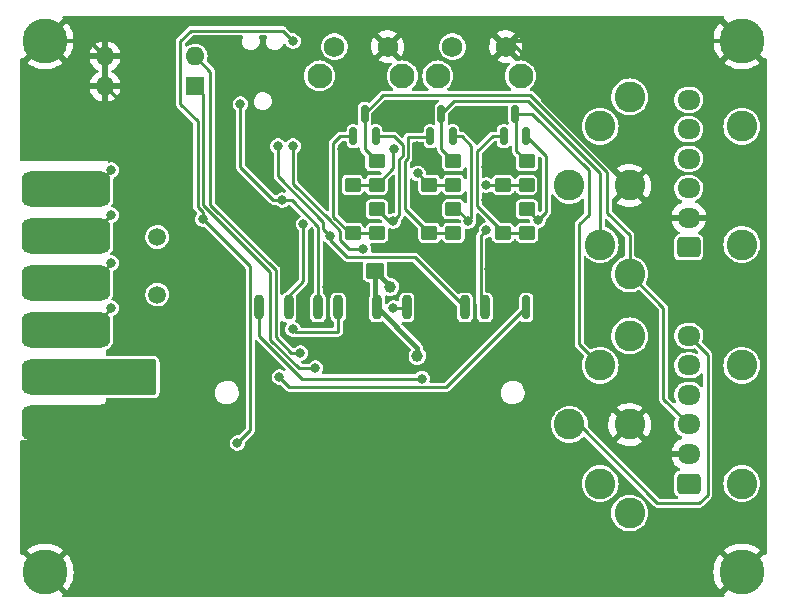
<source format=gbl>
%TF.GenerationSoftware,KiCad,Pcbnew,(6.0.7)*%
%TF.CreationDate,2022-09-18T21:03:07-04:00*%
%TF.ProjectId,SD2IEC,53443249-4543-42e6-9b69-6361645f7063,A*%
%TF.SameCoordinates,Original*%
%TF.FileFunction,Copper,L2,Bot*%
%TF.FilePolarity,Positive*%
%FSLAX46Y46*%
G04 Gerber Fmt 4.6, Leading zero omitted, Abs format (unit mm)*
G04 Created by KiCad (PCBNEW (6.0.7)) date 2022-09-18 21:03:07*
%MOMM*%
%LPD*%
G01*
G04 APERTURE LIST*
G04 Aperture macros list*
%AMRoundRect*
0 Rectangle with rounded corners*
0 $1 Rounding radius*
0 $2 $3 $4 $5 $6 $7 $8 $9 X,Y pos of 4 corners*
0 Add a 4 corners polygon primitive as box body*
4,1,4,$2,$3,$4,$5,$6,$7,$8,$9,$2,$3,0*
0 Add four circle primitives for the rounded corners*
1,1,$1+$1,$2,$3*
1,1,$1+$1,$4,$5*
1,1,$1+$1,$6,$7*
1,1,$1+$1,$8,$9*
0 Add four rect primitives between the rounded corners*
20,1,$1+$1,$2,$3,$4,$5,0*
20,1,$1+$1,$4,$5,$6,$7,0*
20,1,$1+$1,$6,$7,$8,$9,0*
20,1,$1+$1,$8,$9,$2,$3,0*%
G04 Aperture macros list end*
%TA.AperFunction,ComponentPad*%
%ADD10C,3.800000*%
%TD*%
%TA.AperFunction,ComponentPad*%
%ADD11C,1.500000*%
%TD*%
%TA.AperFunction,ComponentPad*%
%ADD12R,1.600000X1.600000*%
%TD*%
%TA.AperFunction,ComponentPad*%
%ADD13O,1.600000X1.600000*%
%TD*%
%TA.AperFunction,ComponentPad*%
%ADD14C,2.600000*%
%TD*%
%TA.AperFunction,ComponentPad*%
%ADD15C,2.100000*%
%TD*%
%TA.AperFunction,ComponentPad*%
%ADD16C,1.750000*%
%TD*%
%TA.AperFunction,SMDPad,CuDef*%
%ADD17RoundRect,0.750000X-3.000000X0.750000X-3.000000X-0.750000X3.000000X-0.750000X3.000000X0.750000X0*%
%TD*%
%TA.AperFunction,ComponentPad*%
%ADD18RoundRect,0.250000X0.725000X-0.600000X0.725000X0.600000X-0.725000X0.600000X-0.725000X-0.600000X0*%
%TD*%
%TA.AperFunction,ComponentPad*%
%ADD19O,1.950000X1.700000*%
%TD*%
%TA.AperFunction,SMDPad,CuDef*%
%ADD20RoundRect,0.250000X0.450000X-0.350000X0.450000X0.350000X-0.450000X0.350000X-0.450000X-0.350000X0*%
%TD*%
%TA.AperFunction,SMDPad,CuDef*%
%ADD21RoundRect,0.250000X-0.450000X0.350000X-0.450000X-0.350000X0.450000X-0.350000X0.450000X0.350000X0*%
%TD*%
%TA.AperFunction,SMDPad,CuDef*%
%ADD22RoundRect,0.150000X0.150000X-0.587500X0.150000X0.587500X-0.150000X0.587500X-0.150000X-0.587500X0*%
%TD*%
%TA.AperFunction,SMDPad,CuDef*%
%ADD23RoundRect,0.250000X0.537500X0.425000X-0.537500X0.425000X-0.537500X-0.425000X0.537500X-0.425000X0*%
%TD*%
%TA.AperFunction,SMDPad,CuDef*%
%ADD24RoundRect,0.250400X0.149600X0.749600X-0.149600X0.749600X-0.149600X-0.749600X0.149600X-0.749600X0*%
%TD*%
%TA.AperFunction,SMDPad,CuDef*%
%ADD25RoundRect,0.249900X0.100100X0.750100X-0.100100X0.750100X-0.100100X-0.750100X0.100100X-0.750100X0*%
%TD*%
%TA.AperFunction,SMDPad,CuDef*%
%ADD26RoundRect,0.250200X0.649800X0.949800X-0.649800X0.949800X-0.649800X-0.949800X0.649800X-0.949800X0*%
%TD*%
%TA.AperFunction,SMDPad,CuDef*%
%ADD27RoundRect,0.249900X0.600100X0.950100X-0.600100X0.950100X-0.600100X-0.950100X0.600100X-0.950100X0*%
%TD*%
%TA.AperFunction,ViaPad*%
%ADD28C,0.800000*%
%TD*%
%TA.AperFunction,ViaPad*%
%ADD29C,1.000000*%
%TD*%
%TA.AperFunction,Conductor*%
%ADD30C,0.250000*%
%TD*%
%TA.AperFunction,Conductor*%
%ADD31C,0.300000*%
%TD*%
%TA.AperFunction,Conductor*%
%ADD32C,0.400000*%
%TD*%
G04 APERTURE END LIST*
D10*
X145320000Y-81160000D03*
X86320000Y-81160000D03*
X145320000Y-126160000D03*
X86320000Y-126160000D03*
D11*
X95820000Y-102660000D03*
X95820000Y-97780000D03*
D12*
X99017500Y-85015000D03*
D13*
X99017500Y-82475000D03*
X91397500Y-82475000D03*
X91397500Y-85015000D03*
D14*
X130720000Y-93422000D03*
X133320000Y-98422000D03*
X133320000Y-88422000D03*
X135820000Y-100922000D03*
X135820000Y-93422000D03*
X135820000Y-85922000D03*
X145320000Y-88422000D03*
X145320000Y-98422000D03*
X130720000Y-113660000D03*
X133320000Y-118660000D03*
X133320000Y-108660000D03*
X135820000Y-121160000D03*
X135820000Y-113660000D03*
X135820000Y-106160000D03*
X145320000Y-118660000D03*
X145320000Y-108660000D03*
D15*
X109570000Y-84150000D03*
X116580000Y-84150000D03*
D16*
X110820000Y-81660000D03*
X115320000Y-81660000D03*
D15*
X119570000Y-84150000D03*
X126580000Y-84150000D03*
D16*
X120820000Y-81660000D03*
X125320000Y-81660000D03*
D17*
X88108000Y-113560000D03*
X88108000Y-109600000D03*
X88108000Y-105640000D03*
X88108000Y-101680000D03*
X88108000Y-97720000D03*
X88108000Y-93760000D03*
D18*
X140820000Y-118660000D03*
D19*
X140820000Y-116160000D03*
X140820000Y-113660000D03*
X140820000Y-111160000D03*
X140820000Y-108660000D03*
X140820000Y-106160000D03*
D18*
X140820000Y-98660000D03*
D19*
X140820000Y-96160000D03*
X140820000Y-93660000D03*
X140820000Y-91160000D03*
X140820000Y-88660000D03*
X140820000Y-86160000D03*
D20*
X127127000Y-97440000D03*
X127127000Y-95440000D03*
X125095000Y-95440000D03*
X125095000Y-97440000D03*
D21*
X127127000Y-91376000D03*
X127127000Y-93376000D03*
D20*
X125095000Y-93376000D03*
X125095000Y-91376000D03*
X120904000Y-95440000D03*
X120904000Y-97440000D03*
X118872000Y-97440000D03*
X118872000Y-95440000D03*
D21*
X120904000Y-91376000D03*
X120904000Y-93376000D03*
D20*
X118872000Y-93376000D03*
X118872000Y-91376000D03*
X114427000Y-95440000D03*
X114427000Y-97440000D03*
X112354001Y-95440000D03*
X112354001Y-97440000D03*
D21*
X114386001Y-91376000D03*
X114386001Y-93376000D03*
D20*
X112354001Y-91376000D03*
X112354001Y-93376000D03*
D22*
X127061000Y-89249500D03*
X125161000Y-89249500D03*
X126111000Y-87374500D03*
X120838000Y-89249500D03*
X118938000Y-89249500D03*
X119888000Y-87374500D03*
X114320001Y-89249500D03*
X112420001Y-89249500D03*
X113370001Y-87374500D03*
D23*
X114257500Y-100660000D03*
X111382500Y-100660000D03*
D24*
X106940000Y-103752000D03*
X109440000Y-103752000D03*
X112740000Y-103752000D03*
X114440000Y-103752000D03*
X116940000Y-103752000D03*
X119440000Y-103752000D03*
X121870000Y-103752000D03*
X123570000Y-103752000D03*
X104440000Y-103752000D03*
X111140000Y-103752000D03*
D25*
X127060000Y-103752000D03*
D26*
X100620000Y-124952000D03*
D27*
X127070000Y-126152000D03*
D28*
X109220000Y-93159500D03*
X110236000Y-102028000D03*
X120650000Y-103806000D03*
X127127000Y-124126000D03*
X102616000Y-115236000D03*
X99695000Y-96280500D03*
X108204000Y-103552000D03*
X104775000Y-91360000D03*
X109220000Y-91360000D03*
X116078000Y-97964000D03*
D29*
X117856000Y-107870000D03*
D28*
X109220000Y-108886000D03*
X107950000Y-107616000D03*
X117856000Y-90090000D03*
X97790000Y-98472000D03*
X123952000Y-100504000D03*
X117657000Y-94662000D03*
X97790000Y-103044000D03*
X124460000Y-87550000D03*
X97790000Y-101012000D03*
X116205000Y-87550000D03*
X102616000Y-122856000D03*
X123698000Y-91868000D03*
X117475000Y-87550000D03*
X110490000Y-99615000D03*
X123190000Y-87550000D03*
X96774000Y-115236000D03*
X111468500Y-90344000D03*
X123698000Y-94662000D03*
X121920000Y-87550000D03*
X93980000Y-120189000D03*
X93980000Y-114728000D03*
X118745000Y-87550000D03*
D29*
X115570000Y-102028000D03*
X93726000Y-109394000D03*
D28*
X123698000Y-97202000D03*
X118237000Y-109775000D03*
X108204000Y-96694000D03*
X107315000Y-81200000D03*
X106426000Y-94662000D03*
X102870000Y-86534000D03*
X113284000Y-98763500D03*
X107315000Y-90090000D03*
X115824000Y-103806000D03*
X110490000Y-97710000D03*
X106045000Y-90090000D03*
X128052458Y-96386018D03*
X122174000Y-96440000D03*
X115824000Y-96440000D03*
X123698000Y-93392000D03*
X117896268Y-92393276D03*
X115877930Y-90322808D03*
X106164310Y-109648909D03*
X107311498Y-105584000D03*
X91948000Y-103806000D03*
X91948000Y-99996000D03*
X91948000Y-95932000D03*
X91948000Y-92122000D03*
D30*
X103695000Y-100280500D02*
X99695000Y-96280500D01*
X102616000Y-115236000D02*
X103695000Y-114157000D01*
X103695000Y-114157000D02*
X103695000Y-100280500D01*
D31*
X90082500Y-81160000D02*
X91397500Y-82475000D01*
X86320000Y-81160000D02*
X90082500Y-81160000D01*
X125820000Y-81160000D02*
X125320000Y-81660000D01*
X145320000Y-81160000D02*
X125820000Y-81160000D01*
D30*
X138684000Y-103786000D02*
X138684000Y-111524000D01*
X135820000Y-100922000D02*
X138684000Y-103786000D01*
X138684000Y-111524000D02*
X140820000Y-113660000D01*
X133926014Y-95746014D02*
X135820000Y-97640000D01*
X133926014Y-92315618D02*
X133926014Y-95746014D01*
X127382396Y-85772000D02*
X133926014Y-92315618D01*
X135820000Y-97640000D02*
X135820000Y-100922000D01*
X113370001Y-87374500D02*
X114972501Y-85772000D01*
X114972501Y-85772000D02*
X127382396Y-85772000D01*
D31*
X128524000Y-86241852D02*
X138442148Y-96160000D01*
X128524000Y-83994000D02*
X128524000Y-86241852D01*
X125320000Y-81660000D02*
X126190000Y-81660000D01*
X126190000Y-81660000D02*
X128524000Y-83994000D01*
X138442148Y-96160000D02*
X140820000Y-96160000D01*
D30*
X120982500Y-86280000D02*
X119888000Y-87374500D01*
X127254000Y-86280000D02*
X120982500Y-86280000D01*
X133320000Y-92346000D02*
X127254000Y-86280000D01*
X133320000Y-97660000D02*
X133320000Y-92346000D01*
X131543000Y-106883000D02*
X133320000Y-108660000D01*
X131543000Y-96723000D02*
X131543000Y-106883000D01*
X132345000Y-95921000D02*
X131543000Y-96723000D01*
X132345000Y-92133000D02*
X132345000Y-95921000D01*
X127586500Y-87374500D02*
X132345000Y-92133000D01*
X126111000Y-87374500D02*
X127586500Y-87374500D01*
D31*
X127127000Y-126095000D02*
X127070000Y-126152000D01*
X127127000Y-124126000D02*
X127127000Y-126095000D01*
X102616000Y-122956000D02*
X100620000Y-124952000D01*
X102616000Y-122856000D02*
X102616000Y-122956000D01*
D30*
X90114000Y-105640000D02*
X88108000Y-105640000D01*
X91948000Y-103806000D02*
X90114000Y-105640000D01*
X90264000Y-101680000D02*
X88108000Y-101680000D01*
X91948000Y-99996000D02*
X90264000Y-101680000D01*
X91948000Y-95932000D02*
X90160000Y-97720000D01*
X90160000Y-97720000D02*
X88108000Y-97720000D01*
X90310000Y-93760000D02*
X88108000Y-93760000D01*
X91948000Y-92122000D02*
X90310000Y-93760000D01*
X90310000Y-93760000D02*
X87600000Y-93760000D01*
X90170000Y-97710000D02*
X87610000Y-97710000D01*
X90264000Y-101680000D02*
X87600000Y-101680000D01*
X89916000Y-105838000D02*
X87798000Y-105838000D01*
D32*
X109220000Y-93159500D02*
X109220000Y-91360000D01*
D31*
X97790000Y-91407500D02*
X91397500Y-85015000D01*
X97790000Y-98472000D02*
X97790000Y-91407500D01*
X97790000Y-103044000D02*
X97790000Y-101012000D01*
X96774000Y-104060000D02*
X97790000Y-103044000D01*
X96774000Y-115236000D02*
X96774000Y-104060000D01*
X117856000Y-90360000D02*
X118872000Y-91376000D01*
X117856000Y-90090000D02*
X117856000Y-90360000D01*
D30*
X116840000Y-95408000D02*
X118872000Y-97440000D01*
X117052930Y-91134570D02*
X116840000Y-91347500D01*
X117052930Y-89369070D02*
X117052930Y-91134570D01*
X116840000Y-91347500D02*
X116840000Y-95408000D01*
X117094000Y-89328000D02*
X117052930Y-89369070D01*
X118938000Y-89249500D02*
X118859500Y-89328000D01*
X118859500Y-89328000D02*
X117094000Y-89328000D01*
X121587500Y-89249500D02*
X120838000Y-89249500D01*
X122428000Y-90090000D02*
X121587500Y-89249500D01*
X122174000Y-96440000D02*
X122428000Y-96186000D01*
X122428000Y-96186000D02*
X122428000Y-90090000D01*
X125095000Y-97329000D02*
X125095000Y-97440000D01*
X122936000Y-90528250D02*
X122936000Y-95170000D01*
X122936000Y-95170000D02*
X125095000Y-97329000D01*
X124214750Y-89249500D02*
X122936000Y-90528250D01*
X125161000Y-89249500D02*
X124214750Y-89249500D01*
D31*
X126127000Y-94408000D02*
X125095000Y-95440000D01*
X128177000Y-93993000D02*
X127762000Y-94408000D01*
X128177000Y-92777472D02*
X128177000Y-93993000D01*
X127775528Y-92376000D02*
X128177000Y-92777472D01*
X125095000Y-91376000D02*
X126095000Y-92376000D01*
X126095000Y-92376000D02*
X127775528Y-92376000D01*
X127762000Y-94408000D02*
X126127000Y-94408000D01*
D30*
X123698000Y-93392000D02*
X123714000Y-93376000D01*
X123714000Y-93376000D02*
X125095000Y-93376000D01*
D32*
X111382500Y-100881500D02*
X110236000Y-102028000D01*
X111382500Y-100660000D02*
X111382500Y-100881500D01*
D31*
X119440000Y-103752000D02*
X120596000Y-103752000D01*
X120596000Y-103752000D02*
X120650000Y-103806000D01*
D32*
X115570000Y-102028000D02*
X115570000Y-101972500D01*
X115570000Y-101972500D02*
X114257500Y-100660000D01*
D31*
X138320000Y-116160000D02*
X140820000Y-116160000D01*
X135820000Y-113660000D02*
X138320000Y-116160000D01*
D30*
X99245000Y-87989000D02*
X99245000Y-95229396D01*
X99245000Y-95229396D02*
X99695000Y-95679396D01*
X97790000Y-86534000D02*
X99245000Y-87989000D01*
X98660301Y-80329699D02*
X97790000Y-81200000D01*
X99695000Y-95679396D02*
X99695000Y-96440000D01*
X106444699Y-80329699D02*
X98660301Y-80329699D01*
X97790000Y-81200000D02*
X97790000Y-86534000D01*
X107315000Y-81200000D02*
X106444699Y-80329699D01*
D31*
X97790000Y-98472000D02*
X97790000Y-101012000D01*
D30*
X102870000Y-91868000D02*
X102870000Y-86534000D01*
X105664000Y-94662000D02*
X102870000Y-91868000D01*
X107197305Y-94662000D02*
X109440000Y-96904695D01*
X106426000Y-94662000D02*
X107197305Y-94662000D01*
X109440000Y-96904695D02*
X109440000Y-103752000D01*
X106426000Y-94662000D02*
X105664000Y-94662000D01*
X99017500Y-85015000D02*
X99695000Y-85692500D01*
X99695000Y-85692500D02*
X99695000Y-95043000D01*
X99695000Y-95043000D02*
X105410000Y-100758000D01*
X107821604Y-108886000D02*
X109220000Y-108886000D01*
X105410000Y-100758000D02*
X105410000Y-106474396D01*
X105410000Y-106474396D02*
X107821604Y-108886000D01*
X100330000Y-95041604D02*
X105860000Y-100571604D01*
X99017500Y-82475000D02*
X100330000Y-83787500D01*
X100330000Y-83787500D02*
X100330000Y-95041604D01*
X105860000Y-100571604D02*
X105860000Y-106288000D01*
X138176000Y-120316000D02*
X131520000Y-113660000D01*
X142410733Y-119637267D02*
X141732000Y-120316000D01*
X141732000Y-120316000D02*
X138176000Y-120316000D01*
X142410733Y-107750733D02*
X142410733Y-119637267D01*
X140820000Y-106160000D02*
X142410733Y-107750733D01*
X131520000Y-113660000D02*
X130720000Y-113660000D01*
X107188000Y-107616000D02*
X105860000Y-106288000D01*
X107950000Y-107616000D02*
X107188000Y-107616000D01*
X108074208Y-109775000D02*
X118237000Y-109775000D01*
X104440000Y-106140792D02*
X108074208Y-109775000D01*
X104440000Y-103752000D02*
X104440000Y-106140792D01*
X111140000Y-105838000D02*
X111140000Y-103752000D01*
X107565498Y-105838000D02*
X111140000Y-105838000D01*
X107311498Y-105584000D02*
X107565498Y-105838000D01*
X108204000Y-101520000D02*
X108204000Y-96694000D01*
X106940000Y-102784000D02*
X108204000Y-101520000D01*
X106940000Y-103752000D02*
X106940000Y-102784000D01*
D32*
X117856000Y-107168000D02*
X117856000Y-107870000D01*
X114440000Y-103752000D02*
X117856000Y-107168000D01*
D30*
X120312000Y-110500000D02*
X127060000Y-103752000D01*
X106164310Y-109648909D02*
X107015401Y-110500000D01*
X107015401Y-110500000D02*
X120312000Y-110500000D01*
D31*
X125095000Y-95440000D02*
X124476000Y-95440000D01*
X124190000Y-91376000D02*
X123698000Y-91868000D01*
X112354001Y-91376000D02*
X112354001Y-91229501D01*
X112284000Y-95440000D02*
X111304001Y-94460001D01*
X111304001Y-90508499D02*
X111468500Y-90344000D01*
D32*
X112740000Y-102017500D02*
X112740000Y-103752000D01*
D31*
X124476000Y-95440000D02*
X123698000Y-94662000D01*
X118435000Y-95440000D02*
X117657000Y-94662000D01*
X112354001Y-95440000D02*
X112284000Y-95440000D01*
X112354001Y-91229501D02*
X111468500Y-90344000D01*
X111304001Y-94460001D02*
X111304001Y-90508499D01*
D32*
X111382500Y-100660000D02*
X112740000Y-102017500D01*
X111382500Y-100507500D02*
X111382500Y-100660000D01*
X110490000Y-99615000D02*
X111382500Y-100507500D01*
D31*
X125095000Y-91376000D02*
X124190000Y-91376000D01*
X118872000Y-95440000D02*
X118435000Y-95440000D01*
D32*
X114257500Y-100660000D02*
X114257500Y-103569500D01*
X114257500Y-103569500D02*
X114440000Y-103752000D01*
X87600000Y-109600000D02*
X93520000Y-109600000D01*
X93520000Y-109600000D02*
X93726000Y-109394000D01*
D30*
X123227000Y-103409000D02*
X123570000Y-103752000D01*
X123227000Y-97673000D02*
X123227000Y-103409000D01*
X123698000Y-97202000D02*
X123227000Y-97673000D01*
X112051500Y-98763500D02*
X113284000Y-98763500D01*
X115824000Y-103806000D02*
X116886000Y-103806000D01*
X110340000Y-96288604D02*
X110340000Y-96291396D01*
X116886000Y-103806000D02*
X116940000Y-103752000D01*
X107315000Y-90090000D02*
X107315000Y-93263604D01*
X111329001Y-97280397D02*
X111329001Y-98041001D01*
X110340000Y-96291396D02*
X111329001Y-97280397D01*
X107315000Y-93263604D02*
X110340000Y-96288604D01*
X111329001Y-98041001D02*
X112051500Y-98763500D01*
X109890000Y-97110000D02*
X109890000Y-96475000D01*
X111918750Y-99488000D02*
X117606000Y-99488000D01*
X117606000Y-99488000D02*
X121870000Y-103752000D01*
X110490000Y-97710000D02*
X109890000Y-97110000D01*
X110490000Y-98059250D02*
X111918750Y-99488000D01*
X106045000Y-92630000D02*
X106045000Y-90090000D01*
X110490000Y-97710000D02*
X110490000Y-98059250D01*
X109890000Y-96475000D02*
X106045000Y-92630000D01*
X125095000Y-97440000D02*
X127127000Y-97440000D01*
X128778000Y-95660476D02*
X128778000Y-90966500D01*
X128778000Y-90966500D02*
X127061000Y-89249500D01*
X128052458Y-96386018D02*
X128778000Y-95660476D01*
X127127000Y-95460560D02*
X127127000Y-95440000D01*
X128052458Y-96386018D02*
X127127000Y-95460560D01*
X118872000Y-97440000D02*
X120904000Y-97440000D01*
X122174000Y-96440000D02*
X121174000Y-95440000D01*
X121174000Y-95440000D02*
X120904000Y-95440000D01*
X110744000Y-89836000D02*
X110744000Y-96059000D01*
X111330500Y-89249500D02*
X110744000Y-89836000D01*
X112125000Y-97440000D02*
X112354001Y-97440000D01*
X110744000Y-96059000D02*
X112125000Y-97440000D01*
X112420001Y-89249500D02*
X111330500Y-89249500D01*
X112354001Y-97440000D02*
X114427000Y-97440000D01*
X116332000Y-95932000D02*
X115824000Y-96440000D01*
X116332000Y-91219104D02*
X116332000Y-95932000D01*
X115824000Y-96440000D02*
X115427000Y-96440000D01*
X116602930Y-90948174D02*
X116332000Y-91219104D01*
X115427000Y-96440000D02*
X114427000Y-95440000D01*
X115829927Y-89249500D02*
X116602930Y-90022503D01*
X116602930Y-90022503D02*
X116602930Y-90948174D01*
X114320001Y-89249500D02*
X115829927Y-89249500D01*
X127127000Y-93376000D02*
X125095000Y-93376000D01*
X120904000Y-93376000D02*
X118872000Y-93376000D01*
X117896268Y-92393276D02*
X117896268Y-92400268D01*
X117896268Y-92400268D02*
X118872000Y-93376000D01*
X115877930Y-90322808D02*
X115824000Y-90376738D01*
X115824000Y-90376738D02*
X115824000Y-91938001D01*
X114386001Y-93376000D02*
X112354001Y-93376000D01*
X115824000Y-91938001D02*
X114386001Y-93376000D01*
X119888000Y-90360000D02*
X119888000Y-87374500D01*
X120904000Y-91376000D02*
X119888000Y-90360000D01*
X126238000Y-90487000D02*
X126238000Y-87501500D01*
X127127000Y-91376000D02*
X126238000Y-90487000D01*
X126238000Y-87501500D02*
X126111000Y-87374500D01*
X113370001Y-90360000D02*
X113370001Y-87374500D01*
X114386001Y-91376000D02*
X113370001Y-90360000D01*
%TA.AperFunction,Conductor*%
G36*
X95516171Y-108126421D02*
G01*
X95576622Y-108138446D01*
X95622042Y-108157260D01*
X95662766Y-108184471D01*
X95697529Y-108219234D01*
X95724740Y-108259958D01*
X95743554Y-108305378D01*
X95755579Y-108365829D01*
X95758000Y-108390411D01*
X95758000Y-110905589D01*
X95755579Y-110930171D01*
X95743554Y-110990622D01*
X95724740Y-111036042D01*
X95697529Y-111076766D01*
X95662766Y-111111529D01*
X95622042Y-111138740D01*
X95576622Y-111157554D01*
X95516171Y-111169579D01*
X95491589Y-111172000D01*
X90944411Y-111172000D01*
X90919829Y-111169579D01*
X90859378Y-111157554D01*
X90813958Y-111138740D01*
X90773234Y-111111529D01*
X90738471Y-111076766D01*
X90711260Y-111036042D01*
X90692446Y-110990622D01*
X90680421Y-110930171D01*
X90678000Y-110905589D01*
X90678000Y-108390411D01*
X90680421Y-108365829D01*
X90692446Y-108305378D01*
X90711260Y-108259958D01*
X90738471Y-108219234D01*
X90773234Y-108184471D01*
X90813958Y-108157260D01*
X90859378Y-108138446D01*
X90919829Y-108126421D01*
X90944411Y-108124000D01*
X95491589Y-108124000D01*
X95516171Y-108126421D01*
G37*
%TD.AperFunction*%
%TA.AperFunction,Conductor*%
G36*
X143795451Y-79080502D02*
G01*
X143841944Y-79134158D01*
X143852048Y-79204432D01*
X143827110Y-79263442D01*
X143810348Y-79285180D01*
X143817251Y-79298040D01*
X145320000Y-80800790D01*
X147180121Y-82660910D01*
X147193381Y-82668151D01*
X147216977Y-82651365D01*
X147219022Y-82654239D01*
X147255244Y-82629771D01*
X147326222Y-82628146D01*
X147386811Y-82665153D01*
X147417774Y-82729042D01*
X147419500Y-82749823D01*
X147419500Y-124570177D01*
X147399498Y-124638298D01*
X147345842Y-124684791D01*
X147275568Y-124694895D01*
X147220055Y-124669542D01*
X147219490Y-124670378D01*
X147214488Y-124666999D01*
X147210988Y-124665401D01*
X147208786Y-124663148D01*
X147191960Y-124651783D01*
X147181222Y-124657989D01*
X145320000Y-126519210D01*
X143816925Y-128022286D01*
X143810314Y-128034394D01*
X143827697Y-128057273D01*
X143852982Y-128123615D01*
X143838386Y-128193095D01*
X143788543Y-128243654D01*
X143727370Y-128259500D01*
X87912670Y-128259500D01*
X87844549Y-128239498D01*
X87798056Y-128185842D01*
X87787952Y-128115568D01*
X87812890Y-128056558D01*
X87829652Y-128034820D01*
X87822749Y-128021960D01*
X85961921Y-126161131D01*
X86684408Y-126161131D01*
X86684539Y-126162966D01*
X86688790Y-126169580D01*
X88180119Y-127660908D01*
X88193381Y-127668150D01*
X88203485Y-127660962D01*
X88269437Y-127581241D01*
X88274091Y-127574835D01*
X88432195Y-127325703D01*
X88436007Y-127318770D01*
X88561639Y-127051787D01*
X88564554Y-127044424D01*
X88655733Y-126763805D01*
X88657704Y-126756128D01*
X88712992Y-126466297D01*
X88713985Y-126458436D01*
X88732512Y-126163958D01*
X142907488Y-126163958D01*
X142926015Y-126458436D01*
X142927008Y-126466297D01*
X142982296Y-126756128D01*
X142984267Y-126763805D01*
X143075446Y-127044424D01*
X143078361Y-127051787D01*
X143203993Y-127318770D01*
X143207805Y-127325703D01*
X143365909Y-127574835D01*
X143370563Y-127581241D01*
X143435521Y-127659761D01*
X143448040Y-127668217D01*
X143458778Y-127662011D01*
X144947980Y-126172810D01*
X144955592Y-126158869D01*
X144955461Y-126157034D01*
X144951210Y-126150420D01*
X143459881Y-124659092D01*
X143446619Y-124651850D01*
X143436515Y-124659038D01*
X143370563Y-124738759D01*
X143365909Y-124745165D01*
X143207805Y-124994297D01*
X143203993Y-125001230D01*
X143078361Y-125268213D01*
X143075446Y-125275576D01*
X142984267Y-125556195D01*
X142982296Y-125563872D01*
X142927008Y-125853703D01*
X142926015Y-125861564D01*
X142907488Y-126156042D01*
X142907488Y-126163958D01*
X88732512Y-126163958D01*
X88732512Y-126156042D01*
X88713985Y-125861564D01*
X88712992Y-125853703D01*
X88657704Y-125563872D01*
X88655733Y-125556195D01*
X88564554Y-125275576D01*
X88561639Y-125268213D01*
X88436007Y-125001230D01*
X88432195Y-124994297D01*
X88274091Y-124745165D01*
X88269437Y-124738759D01*
X88204479Y-124660239D01*
X88191960Y-124651783D01*
X88181222Y-124657989D01*
X86692020Y-126147190D01*
X86684408Y-126161131D01*
X85961921Y-126161131D01*
X85960790Y-126160000D01*
X84459879Y-124659090D01*
X84446619Y-124651849D01*
X84423023Y-124668635D01*
X84420978Y-124665761D01*
X84384756Y-124690229D01*
X84313778Y-124691854D01*
X84253189Y-124654847D01*
X84222226Y-124590958D01*
X84220500Y-124570177D01*
X84220500Y-124285179D01*
X84810347Y-124285179D01*
X84817251Y-124298040D01*
X86307190Y-125787980D01*
X86321131Y-125795592D01*
X86322966Y-125795461D01*
X86329580Y-125791210D01*
X87823073Y-124297716D01*
X87829686Y-124285606D01*
X87829362Y-124285179D01*
X143810347Y-124285179D01*
X143817251Y-124298040D01*
X145307190Y-125787980D01*
X145321131Y-125795592D01*
X145322966Y-125795461D01*
X145329580Y-125791210D01*
X146823073Y-124297716D01*
X146829686Y-124285606D01*
X146820857Y-124273986D01*
X146616030Y-124125170D01*
X146609350Y-124120930D01*
X146350766Y-123978772D01*
X146343631Y-123975415D01*
X146069254Y-123866781D01*
X146061763Y-123864347D01*
X145775941Y-123790961D01*
X145768170Y-123789479D01*
X145475430Y-123752497D01*
X145467540Y-123752000D01*
X145172460Y-123752000D01*
X145164570Y-123752497D01*
X144871830Y-123789479D01*
X144864059Y-123790961D01*
X144578237Y-123864347D01*
X144570746Y-123866781D01*
X144296369Y-123975415D01*
X144289234Y-123978772D01*
X144030650Y-124120930D01*
X144023970Y-124125170D01*
X143818770Y-124274256D01*
X143810347Y-124285179D01*
X87829362Y-124285179D01*
X87820857Y-124273986D01*
X87616030Y-124125170D01*
X87609350Y-124120930D01*
X87350766Y-123978772D01*
X87343631Y-123975415D01*
X87069254Y-123866781D01*
X87061763Y-123864347D01*
X86775941Y-123790961D01*
X86768170Y-123789479D01*
X86475430Y-123752497D01*
X86467540Y-123752000D01*
X86172460Y-123752000D01*
X86164570Y-123752497D01*
X85871830Y-123789479D01*
X85864059Y-123790961D01*
X85578237Y-123864347D01*
X85570746Y-123866781D01*
X85296369Y-123975415D01*
X85289234Y-123978772D01*
X85030650Y-124120930D01*
X85023970Y-124125170D01*
X84818770Y-124274256D01*
X84810347Y-124285179D01*
X84220500Y-124285179D01*
X84220500Y-121160000D01*
X134260693Y-121160000D01*
X134279891Y-121403929D01*
X134337011Y-121641852D01*
X134430647Y-121867911D01*
X134558494Y-122076538D01*
X134717403Y-122262597D01*
X134903462Y-122421506D01*
X135112089Y-122549353D01*
X135116659Y-122551246D01*
X135116663Y-122551248D01*
X135333575Y-122641095D01*
X135338148Y-122642989D01*
X135420452Y-122662748D01*
X135571258Y-122698954D01*
X135571264Y-122698955D01*
X135576071Y-122700109D01*
X135820000Y-122719307D01*
X136063929Y-122700109D01*
X136068736Y-122698955D01*
X136068742Y-122698954D01*
X136219548Y-122662748D01*
X136301852Y-122642989D01*
X136306425Y-122641095D01*
X136523337Y-122551248D01*
X136523341Y-122551246D01*
X136527911Y-122549353D01*
X136736538Y-122421506D01*
X136922597Y-122262597D01*
X137081506Y-122076538D01*
X137209353Y-121867911D01*
X137302989Y-121641852D01*
X137360109Y-121403929D01*
X137379307Y-121160000D01*
X137360109Y-120916071D01*
X137302989Y-120678148D01*
X137294411Y-120657439D01*
X137211248Y-120456663D01*
X137211246Y-120456659D01*
X137209353Y-120452089D01*
X137081506Y-120243462D01*
X136922597Y-120057403D01*
X136736538Y-119898494D01*
X136527911Y-119770647D01*
X136523341Y-119768754D01*
X136523337Y-119768752D01*
X136306425Y-119678905D01*
X136306423Y-119678904D01*
X136301852Y-119677011D01*
X136219548Y-119657252D01*
X136068742Y-119621046D01*
X136068736Y-119621045D01*
X136063929Y-119619891D01*
X135820000Y-119600693D01*
X135576071Y-119619891D01*
X135571264Y-119621045D01*
X135571258Y-119621046D01*
X135420452Y-119657252D01*
X135338148Y-119677011D01*
X135333577Y-119678904D01*
X135333575Y-119678905D01*
X135116663Y-119768752D01*
X135116659Y-119768754D01*
X135112089Y-119770647D01*
X134903462Y-119898494D01*
X134717403Y-120057403D01*
X134558494Y-120243462D01*
X134430647Y-120452089D01*
X134428754Y-120456659D01*
X134428752Y-120456663D01*
X134345589Y-120657439D01*
X134337011Y-120678148D01*
X134279891Y-120916071D01*
X134260693Y-121160000D01*
X84220500Y-121160000D01*
X84220500Y-118660000D01*
X131760693Y-118660000D01*
X131779891Y-118903929D01*
X131837011Y-119141852D01*
X131838904Y-119146423D01*
X131838905Y-119146425D01*
X131928032Y-119361597D01*
X131930647Y-119367911D01*
X132058494Y-119576538D01*
X132217403Y-119762597D01*
X132403462Y-119921506D01*
X132612089Y-120049353D01*
X132616659Y-120051246D01*
X132616663Y-120051248D01*
X132833575Y-120141095D01*
X132838148Y-120142989D01*
X132920452Y-120162748D01*
X133071258Y-120198954D01*
X133071264Y-120198955D01*
X133076071Y-120200109D01*
X133320000Y-120219307D01*
X133563929Y-120200109D01*
X133568736Y-120198955D01*
X133568742Y-120198954D01*
X133719548Y-120162748D01*
X133801852Y-120142989D01*
X133806425Y-120141095D01*
X134023337Y-120051248D01*
X134023341Y-120051246D01*
X134027911Y-120049353D01*
X134236538Y-119921506D01*
X134422597Y-119762597D01*
X134581506Y-119576538D01*
X134709353Y-119367911D01*
X134711969Y-119361597D01*
X134801095Y-119146425D01*
X134801096Y-119146423D01*
X134802989Y-119141852D01*
X134860109Y-118903929D01*
X134879307Y-118660000D01*
X134860109Y-118416071D01*
X134802989Y-118178148D01*
X134801095Y-118173575D01*
X134711248Y-117956663D01*
X134711246Y-117956659D01*
X134709353Y-117952089D01*
X134581506Y-117743462D01*
X134422597Y-117557403D01*
X134236538Y-117398494D01*
X134027911Y-117270647D01*
X134023341Y-117268754D01*
X134023337Y-117268752D01*
X133806425Y-117178905D01*
X133806423Y-117178904D01*
X133801852Y-117177011D01*
X133719548Y-117157252D01*
X133568742Y-117121046D01*
X133568736Y-117121045D01*
X133563929Y-117119891D01*
X133320000Y-117100693D01*
X133076071Y-117119891D01*
X133071264Y-117121045D01*
X133071258Y-117121046D01*
X132920452Y-117157252D01*
X132838148Y-117177011D01*
X132833577Y-117178904D01*
X132833575Y-117178905D01*
X132616663Y-117268752D01*
X132616659Y-117268754D01*
X132612089Y-117270647D01*
X132403462Y-117398494D01*
X132217403Y-117557403D01*
X132058494Y-117743462D01*
X131930647Y-117952089D01*
X131928754Y-117956659D01*
X131928752Y-117956663D01*
X131838905Y-118173575D01*
X131837011Y-118178148D01*
X131779891Y-118416071D01*
X131760693Y-118660000D01*
X84220500Y-118660000D01*
X84220500Y-115108000D01*
X84240502Y-115039879D01*
X84294158Y-114993386D01*
X84346500Y-114982000D01*
X90932000Y-114982000D01*
X90932000Y-112200411D01*
X90934421Y-112175829D01*
X90946446Y-112115378D01*
X90965260Y-112069958D01*
X90992471Y-112029234D01*
X91027234Y-111994471D01*
X91067958Y-111967260D01*
X91113377Y-111948446D01*
X91128530Y-111945432D01*
X91182810Y-111934634D01*
X91187100Y-111934000D01*
X91440000Y-111934000D01*
X91444667Y-111555944D01*
X91465508Y-111488076D01*
X91519733Y-111442249D01*
X91570657Y-111431500D01*
X95491589Y-111431500D01*
X95517023Y-111430251D01*
X95541605Y-111427830D01*
X95543120Y-111427605D01*
X95543138Y-111427603D01*
X95557921Y-111425409D01*
X95566799Y-111424092D01*
X95627250Y-111412067D01*
X95675930Y-111397300D01*
X95678783Y-111396118D01*
X95678792Y-111396115D01*
X95718487Y-111379672D01*
X95718488Y-111379671D01*
X95721350Y-111378486D01*
X95766213Y-111354506D01*
X95806937Y-111327295D01*
X95846260Y-111295023D01*
X95881023Y-111260260D01*
X95913295Y-111220937D01*
X95929435Y-111196782D01*
X95938785Y-111182789D01*
X95938787Y-111182786D01*
X95940506Y-111180213D01*
X95964486Y-111135350D01*
X95965672Y-111132487D01*
X95982115Y-111092792D01*
X95982118Y-111092783D01*
X95983300Y-111089930D01*
X95998067Y-111041250D01*
X96006009Y-111001323D01*
X100711525Y-111001323D01*
X100742041Y-111203097D01*
X100812506Y-111394615D01*
X100920041Y-111568051D01*
X101060254Y-111716323D01*
X101065484Y-111719985D01*
X101065485Y-111719986D01*
X101200616Y-111814605D01*
X101227418Y-111833372D01*
X101414703Y-111914418D01*
X101614460Y-111956149D01*
X101619300Y-111956403D01*
X101619303Y-111956403D01*
X101619359Y-111956406D01*
X101621158Y-111956500D01*
X101770997Y-111956500D01*
X101819216Y-111951602D01*
X101916676Y-111941703D01*
X101916678Y-111941703D01*
X101923024Y-111941058D01*
X102117755Y-111880033D01*
X102296238Y-111781098D01*
X102451182Y-111648295D01*
X102576257Y-111487049D01*
X102603591Y-111431500D01*
X102663540Y-111309668D01*
X102663542Y-111309663D01*
X102666355Y-111303946D01*
X102668680Y-111295023D01*
X102709559Y-111138080D01*
X102717794Y-111106467D01*
X102723639Y-110994942D01*
X102728141Y-110909058D01*
X102728141Y-110909054D01*
X102728475Y-110902677D01*
X102697959Y-110700903D01*
X102627494Y-110509385D01*
X102519959Y-110335949D01*
X102379746Y-110187677D01*
X102366212Y-110178200D01*
X102217815Y-110074292D01*
X102217814Y-110074291D01*
X102212582Y-110070628D01*
X102025297Y-109989582D01*
X101825540Y-109947851D01*
X101820700Y-109947597D01*
X101820697Y-109947597D01*
X101820641Y-109947594D01*
X101818842Y-109947500D01*
X101669003Y-109947500D01*
X101620784Y-109952398D01*
X101523324Y-109962297D01*
X101523322Y-109962297D01*
X101516976Y-109962942D01*
X101322245Y-110023967D01*
X101316656Y-110027065D01*
X101276448Y-110049353D01*
X101143762Y-110122902D01*
X100988818Y-110255705D01*
X100863743Y-110416951D01*
X100860928Y-110422672D01*
X100776460Y-110594332D01*
X100776458Y-110594337D01*
X100773645Y-110600054D01*
X100772037Y-110606227D01*
X100772036Y-110606230D01*
X100749453Y-110692930D01*
X100722206Y-110797533D01*
X100717657Y-110884320D01*
X100712522Y-110982307D01*
X100711525Y-111001323D01*
X96006009Y-111001323D01*
X96010092Y-110980799D01*
X96013830Y-110955605D01*
X96016251Y-110931023D01*
X96017500Y-110905589D01*
X96017500Y-108390411D01*
X96016251Y-108364977D01*
X96013830Y-108340395D01*
X96012773Y-108333267D01*
X96010317Y-108316719D01*
X96010092Y-108315201D01*
X95998067Y-108254750D01*
X95983300Y-108206070D01*
X95982118Y-108203217D01*
X95982115Y-108203208D01*
X95965672Y-108163513D01*
X95965671Y-108163512D01*
X95964486Y-108160650D01*
X95940506Y-108115787D01*
X95913295Y-108075063D01*
X95881023Y-108035740D01*
X95846260Y-108000977D01*
X95806937Y-107968705D01*
X95788912Y-107956661D01*
X95768789Y-107943215D01*
X95768786Y-107943213D01*
X95766213Y-107941494D01*
X95754090Y-107935014D01*
X95724080Y-107918973D01*
X95724076Y-107918971D01*
X95721350Y-107917514D01*
X95718487Y-107916328D01*
X95678792Y-107899885D01*
X95678783Y-107899882D01*
X95675930Y-107898700D01*
X95627250Y-107883933D01*
X95566799Y-107871908D01*
X95557921Y-107870591D01*
X95543138Y-107868397D01*
X95543120Y-107868395D01*
X95541605Y-107868170D01*
X95517023Y-107865749D01*
X95491589Y-107864500D01*
X91617806Y-107864500D01*
X91549685Y-107844498D01*
X91503192Y-107790842D01*
X91491816Y-107736945D01*
X91495678Y-107424090D01*
X91496032Y-107395399D01*
X91516873Y-107327530D01*
X91563644Y-107285294D01*
X91663809Y-107232929D01*
X91704115Y-107200057D01*
X91817007Y-107107985D01*
X91821952Y-107103952D01*
X91885052Y-107026583D01*
X91946892Y-106950759D01*
X91946892Y-106950758D01*
X91950929Y-106945809D01*
X91953886Y-106940154D01*
X91953888Y-106940150D01*
X92042514Y-106770625D01*
X92045474Y-106764963D01*
X92058949Y-106717971D01*
X92100071Y-106574561D01*
X92100071Y-106574559D01*
X92101723Y-106568799D01*
X92107724Y-106501562D01*
X92112251Y-106450836D01*
X92112251Y-106450828D01*
X92112500Y-106448042D01*
X92112500Y-104831958D01*
X92105656Y-104755264D01*
X92102256Y-104717173D01*
X92101723Y-104711201D01*
X92066023Y-104586700D01*
X92066474Y-104515706D01*
X92105235Y-104456225D01*
X92159009Y-104429152D01*
X92163925Y-104428026D01*
X92163929Y-104428024D01*
X92171332Y-104426329D01*
X92252212Y-104385651D01*
X92306072Y-104358563D01*
X92306075Y-104358561D01*
X92312855Y-104355151D01*
X92318626Y-104350222D01*
X92318629Y-104350220D01*
X92427536Y-104257204D01*
X92427536Y-104257203D01*
X92433314Y-104252269D01*
X92525755Y-104123624D01*
X92584842Y-103976641D01*
X92604895Y-103835736D01*
X92606581Y-103823891D01*
X92606581Y-103823888D01*
X92607162Y-103819807D01*
X92607307Y-103806000D01*
X92588276Y-103648733D01*
X92532280Y-103500546D01*
X92521487Y-103484842D01*
X92446855Y-103376251D01*
X92446854Y-103376249D01*
X92442553Y-103369992D01*
X92324275Y-103264611D01*
X92316889Y-103260700D01*
X92215050Y-103206779D01*
X92184274Y-103190484D01*
X92176911Y-103188635D01*
X92176907Y-103188633D01*
X92038448Y-103153855D01*
X91977252Y-103117860D01*
X91945231Y-103054495D01*
X91952551Y-102983877D01*
X91957482Y-102973275D01*
X92042514Y-102810625D01*
X92045474Y-102804963D01*
X92056765Y-102765587D01*
X92091083Y-102645907D01*
X94810738Y-102645907D01*
X94811254Y-102652051D01*
X94824570Y-102810625D01*
X94827222Y-102842209D01*
X94841748Y-102892865D01*
X94858349Y-102950759D01*
X94881521Y-103031570D01*
X94884336Y-103037047D01*
X94965019Y-103194039D01*
X94971566Y-103206779D01*
X94975389Y-103211603D01*
X94975392Y-103211607D01*
X95075351Y-103337723D01*
X95093927Y-103361160D01*
X95098620Y-103365154D01*
X95098621Y-103365155D01*
X95187180Y-103440524D01*
X95243945Y-103488835D01*
X95249323Y-103491841D01*
X95249325Y-103491842D01*
X95409479Y-103581349D01*
X95415904Y-103584940D01*
X95603255Y-103645814D01*
X95798862Y-103669139D01*
X95804997Y-103668667D01*
X95804999Y-103668667D01*
X95864801Y-103664065D01*
X95995274Y-103654026D01*
X96185009Y-103601050D01*
X96192455Y-103597289D01*
X96355341Y-103515010D01*
X96355343Y-103515009D01*
X96360842Y-103512231D01*
X96516074Y-103390950D01*
X96520100Y-103386286D01*
X96520103Y-103386283D01*
X96640764Y-103246496D01*
X96640765Y-103246494D01*
X96644793Y-103241828D01*
X96742096Y-103070544D01*
X96804277Y-102883622D01*
X96828966Y-102688183D01*
X96829360Y-102660000D01*
X96810137Y-102463948D01*
X96753200Y-102275363D01*
X96722074Y-102216824D01*
X96663611Y-102106871D01*
X96663609Y-102106868D01*
X96660717Y-102101429D01*
X96536212Y-101948770D01*
X96428646Y-101859784D01*
X96389177Y-101827132D01*
X96389174Y-101827130D01*
X96384427Y-101823203D01*
X96211143Y-101729508D01*
X96022960Y-101671256D01*
X96016835Y-101670612D01*
X96016834Y-101670612D01*
X95833176Y-101651309D01*
X95833174Y-101651309D01*
X95827047Y-101650665D01*
X95745018Y-101658130D01*
X95637004Y-101667960D01*
X95637001Y-101667961D01*
X95630865Y-101668519D01*
X95624959Y-101670257D01*
X95624955Y-101670258D01*
X95484775Y-101711516D01*
X95441887Y-101724138D01*
X95436427Y-101726992D01*
X95436428Y-101726992D01*
X95272772Y-101812549D01*
X95272768Y-101812552D01*
X95267312Y-101815404D01*
X95113788Y-101938840D01*
X94987163Y-102089745D01*
X94980740Y-102101429D01*
X94895570Y-102256354D01*
X94892262Y-102262371D01*
X94890398Y-102268246D01*
X94890397Y-102268249D01*
X94876783Y-102311165D01*
X94832697Y-102450142D01*
X94810738Y-102645907D01*
X92091083Y-102645907D01*
X92100071Y-102614561D01*
X92100071Y-102614559D01*
X92101723Y-102608799D01*
X92106813Y-102551768D01*
X92112251Y-102490836D01*
X92112251Y-102490828D01*
X92112500Y-102488042D01*
X92112500Y-100871958D01*
X92101723Y-100751201D01*
X92101657Y-100750970D01*
X92108654Y-100682270D01*
X92152892Y-100626740D01*
X92171665Y-100616991D01*
X92171332Y-100616329D01*
X92306072Y-100548563D01*
X92306075Y-100548561D01*
X92312855Y-100545151D01*
X92318626Y-100540222D01*
X92318629Y-100540220D01*
X92427536Y-100447204D01*
X92427536Y-100447203D01*
X92433314Y-100442269D01*
X92525755Y-100313624D01*
X92584842Y-100166641D01*
X92591742Y-100118157D01*
X92606581Y-100013891D01*
X92606581Y-100013888D01*
X92607162Y-100009807D01*
X92607307Y-99996000D01*
X92606610Y-99990236D01*
X92603066Y-99960954D01*
X92588276Y-99838733D01*
X92532280Y-99690546D01*
X92442553Y-99559992D01*
X92324275Y-99454611D01*
X92316889Y-99450700D01*
X92190988Y-99384039D01*
X92190989Y-99384039D01*
X92184274Y-99380484D01*
X92030633Y-99341892D01*
X92023034Y-99341852D01*
X92023033Y-99341852D01*
X91958142Y-99341512D01*
X91890127Y-99321153D01*
X91843916Y-99267255D01*
X91834180Y-99196929D01*
X91861159Y-99135879D01*
X91946892Y-99030759D01*
X91946892Y-99030758D01*
X91950929Y-99025809D01*
X91953886Y-99020154D01*
X91953888Y-99020150D01*
X92042514Y-98850625D01*
X92045474Y-98844963D01*
X92064874Y-98777307D01*
X92100071Y-98654561D01*
X92100071Y-98654559D01*
X92101723Y-98648799D01*
X92112500Y-98528042D01*
X92112500Y-97765907D01*
X94810738Y-97765907D01*
X94811254Y-97772051D01*
X94826262Y-97950773D01*
X94827222Y-97962209D01*
X94854371Y-98056889D01*
X94879673Y-98145124D01*
X94881521Y-98151570D01*
X94925462Y-98237071D01*
X94956517Y-98297496D01*
X94971566Y-98326779D01*
X94975389Y-98331603D01*
X94975392Y-98331607D01*
X95025039Y-98394245D01*
X95093927Y-98481160D01*
X95098620Y-98485154D01*
X95098621Y-98485155D01*
X95123447Y-98506283D01*
X95243945Y-98608835D01*
X95249323Y-98611841D01*
X95249325Y-98611842D01*
X95325762Y-98654561D01*
X95415904Y-98704940D01*
X95603255Y-98765814D01*
X95798862Y-98789139D01*
X95804997Y-98788667D01*
X95804999Y-98788667D01*
X95864801Y-98784065D01*
X95995274Y-98774026D01*
X96185009Y-98721050D01*
X96190513Y-98718270D01*
X96355341Y-98635010D01*
X96355343Y-98635009D01*
X96360842Y-98632231D01*
X96516074Y-98510950D01*
X96520100Y-98506286D01*
X96520103Y-98506283D01*
X96640764Y-98366496D01*
X96640765Y-98366494D01*
X96644793Y-98361828D01*
X96742096Y-98190544D01*
X96804277Y-98003622D01*
X96828966Y-97808183D01*
X96829120Y-97797194D01*
X96829311Y-97783522D01*
X96829311Y-97783518D01*
X96829360Y-97780000D01*
X96810137Y-97583948D01*
X96753200Y-97395363D01*
X96720073Y-97333061D01*
X96663611Y-97226871D01*
X96663609Y-97226868D01*
X96660717Y-97221429D01*
X96536212Y-97068770D01*
X96467134Y-97011624D01*
X96389177Y-96947132D01*
X96389174Y-96947130D01*
X96384427Y-96943203D01*
X96211143Y-96849508D01*
X96022960Y-96791256D01*
X96016835Y-96790612D01*
X96016834Y-96790612D01*
X95833176Y-96771309D01*
X95833174Y-96771309D01*
X95827047Y-96770665D01*
X95745018Y-96778130D01*
X95637004Y-96787960D01*
X95637001Y-96787961D01*
X95630865Y-96788519D01*
X95624959Y-96790257D01*
X95624955Y-96790258D01*
X95518662Y-96821542D01*
X95441887Y-96844138D01*
X95436427Y-96846992D01*
X95436428Y-96846992D01*
X95272772Y-96932549D01*
X95272768Y-96932552D01*
X95267312Y-96935404D01*
X95262512Y-96939264D01*
X95262511Y-96939264D01*
X95118646Y-97054934D01*
X95113788Y-97058840D01*
X94987163Y-97209745D01*
X94943741Y-97288730D01*
X94902277Y-97364154D01*
X94892262Y-97382371D01*
X94890398Y-97388246D01*
X94890397Y-97388249D01*
X94872617Y-97444300D01*
X94832697Y-97570142D01*
X94810738Y-97765907D01*
X92112500Y-97765907D01*
X92112500Y-96911958D01*
X92111637Y-96902279D01*
X92102256Y-96797173D01*
X92101723Y-96791201D01*
X92095995Y-96771224D01*
X92078399Y-96709859D01*
X92078850Y-96638864D01*
X92117612Y-96579382D01*
X92156836Y-96556578D01*
X92163927Y-96554025D01*
X92171332Y-96552329D01*
X92215655Y-96530037D01*
X92306072Y-96484563D01*
X92306075Y-96484561D01*
X92312855Y-96481151D01*
X92318626Y-96476222D01*
X92318629Y-96476220D01*
X92427536Y-96383204D01*
X92427536Y-96383203D01*
X92433314Y-96378269D01*
X92525755Y-96249624D01*
X92584842Y-96102641D01*
X92594502Y-96034764D01*
X92606581Y-95949891D01*
X92606581Y-95949888D01*
X92607162Y-95945807D01*
X92607307Y-95932000D01*
X92588276Y-95774733D01*
X92532280Y-95626546D01*
X92499049Y-95578194D01*
X92446855Y-95502251D01*
X92446854Y-95502249D01*
X92442553Y-95495992D01*
X92324275Y-95390611D01*
X92184274Y-95316484D01*
X92069724Y-95287711D01*
X92037995Y-95279741D01*
X92037993Y-95279741D01*
X92030633Y-95277892D01*
X92025454Y-95277865D01*
X91961320Y-95249894D01*
X91921919Y-95190834D01*
X91920702Y-95119848D01*
X91944547Y-95073635D01*
X91950929Y-95065809D01*
X91953886Y-95060154D01*
X91953888Y-95060150D01*
X92042514Y-94890625D01*
X92045474Y-94884963D01*
X92052198Y-94861515D01*
X92100071Y-94694561D01*
X92100071Y-94694559D01*
X92101723Y-94688799D01*
X92104242Y-94660579D01*
X92112251Y-94570836D01*
X92112251Y-94570828D01*
X92112500Y-94568042D01*
X92112500Y-92951958D01*
X92112095Y-92947414D01*
X92109340Y-92916552D01*
X92104734Y-92864943D01*
X92118601Y-92795315D01*
X92173621Y-92741178D01*
X92306071Y-92674563D01*
X92312855Y-92671151D01*
X92318626Y-92666222D01*
X92318629Y-92666220D01*
X92427536Y-92573204D01*
X92427536Y-92573203D01*
X92433314Y-92568269D01*
X92525755Y-92439624D01*
X92584842Y-92292641D01*
X92594634Y-92223834D01*
X92606581Y-92139891D01*
X92606581Y-92139888D01*
X92607162Y-92135807D01*
X92607307Y-92122000D01*
X92605962Y-92110881D01*
X92603023Y-92086602D01*
X92588276Y-91964733D01*
X92532280Y-91816546D01*
X92509056Y-91782755D01*
X92446855Y-91692251D01*
X92446854Y-91692249D01*
X92442553Y-91685992D01*
X92324275Y-91580611D01*
X92316889Y-91576700D01*
X92278565Y-91556409D01*
X92184274Y-91506484D01*
X92030633Y-91467892D01*
X92023034Y-91467852D01*
X92023033Y-91467852D01*
X91957181Y-91467507D01*
X91872221Y-91467062D01*
X91864841Y-91468834D01*
X91864839Y-91468834D01*
X91756258Y-91494902D01*
X91692374Y-91491706D01*
X91694000Y-91360000D01*
X84346500Y-91360000D01*
X84278379Y-91339998D01*
X84231886Y-91286342D01*
X84220500Y-91234000D01*
X84220500Y-86515876D01*
X97405680Y-86515876D01*
X97408448Y-86539266D01*
X97409627Y-86549223D01*
X97409977Y-86555154D01*
X97410072Y-86555146D01*
X97410500Y-86560324D01*
X97410500Y-86565524D01*
X97411354Y-86570653D01*
X97411354Y-86570656D01*
X97413669Y-86584565D01*
X97414506Y-86590443D01*
X97420530Y-86641341D01*
X97424493Y-86649593D01*
X97425996Y-86658626D01*
X97430943Y-86667795D01*
X97430944Y-86667797D01*
X97450334Y-86703732D01*
X97453031Y-86709025D01*
X97471785Y-86748082D01*
X97471788Y-86748086D01*
X97475219Y-86755232D01*
X97478814Y-86759508D01*
X97480737Y-86761431D01*
X97482509Y-86763363D01*
X97482552Y-86763442D01*
X97482428Y-86763555D01*
X97482904Y-86764095D01*
X97485990Y-86769814D01*
X97493635Y-86776881D01*
X97525586Y-86806416D01*
X97529152Y-86809846D01*
X98828595Y-88109289D01*
X98862621Y-88171601D01*
X98865500Y-88198384D01*
X98865500Y-95175476D01*
X98862951Y-95199419D01*
X98862872Y-95201090D01*
X98860680Y-95211272D01*
X98861904Y-95221613D01*
X98864627Y-95244619D01*
X98864977Y-95250550D01*
X98865072Y-95250542D01*
X98865500Y-95255720D01*
X98865500Y-95260920D01*
X98866354Y-95266049D01*
X98866354Y-95266052D01*
X98868669Y-95279961D01*
X98869506Y-95285839D01*
X98873076Y-95315999D01*
X98875530Y-95336737D01*
X98879493Y-95344989D01*
X98880996Y-95354022D01*
X98885943Y-95363191D01*
X98885944Y-95363193D01*
X98905334Y-95399128D01*
X98908031Y-95404421D01*
X98926785Y-95443478D01*
X98926788Y-95443482D01*
X98930219Y-95450628D01*
X98933814Y-95454904D01*
X98935737Y-95456827D01*
X98937509Y-95458759D01*
X98937552Y-95458838D01*
X98937428Y-95458951D01*
X98937904Y-95459491D01*
X98940990Y-95465210D01*
X98948635Y-95472277D01*
X98980586Y-95501812D01*
X98984152Y-95505242D01*
X99176872Y-95697962D01*
X99210898Y-95760274D01*
X99205833Y-95831089D01*
X99190863Y-95859508D01*
X99118322Y-95962722D01*
X99118319Y-95962727D01*
X99113950Y-95968944D01*
X99088288Y-96034764D01*
X99060377Y-96106353D01*
X99056406Y-96116537D01*
X99055414Y-96124070D01*
X99055414Y-96124071D01*
X99036840Y-96265160D01*
X99035729Y-96273596D01*
X99042786Y-96337516D01*
X99052094Y-96421821D01*
X99053113Y-96431053D01*
X99055723Y-96438184D01*
X99055723Y-96438186D01*
X99101660Y-96563715D01*
X99107553Y-96579819D01*
X99111789Y-96586122D01*
X99111789Y-96586123D01*
X99190759Y-96703642D01*
X99195908Y-96711305D01*
X99201527Y-96716418D01*
X99201528Y-96716419D01*
X99285776Y-96793078D01*
X99313076Y-96817919D01*
X99452293Y-96893508D01*
X99605522Y-96933707D01*
X99702138Y-96935225D01*
X99763772Y-96936193D01*
X99831570Y-96957262D01*
X99850888Y-96973082D01*
X103278595Y-100400789D01*
X103312621Y-100463101D01*
X103315500Y-100489884D01*
X103315500Y-113947616D01*
X103295498Y-114015737D01*
X103278595Y-114036711D01*
X102770411Y-114544895D01*
X102708099Y-114578921D01*
X102680658Y-114581798D01*
X102540221Y-114581062D01*
X102532841Y-114582834D01*
X102532839Y-114582834D01*
X102393563Y-114616271D01*
X102393560Y-114616272D01*
X102386184Y-114618043D01*
X102245414Y-114690700D01*
X102126039Y-114794838D01*
X102034950Y-114924444D01*
X101977406Y-115072037D01*
X101976414Y-115079570D01*
X101976414Y-115079571D01*
X101958018Y-115219307D01*
X101956729Y-115229096D01*
X101960272Y-115261186D01*
X101972891Y-115375481D01*
X101974113Y-115386553D01*
X101976723Y-115393684D01*
X101976723Y-115393686D01*
X102001190Y-115460544D01*
X102028553Y-115535319D01*
X102032789Y-115541622D01*
X102032789Y-115541623D01*
X102107185Y-115652335D01*
X102116908Y-115666805D01*
X102122527Y-115671918D01*
X102122528Y-115671919D01*
X102133903Y-115682269D01*
X102234076Y-115773419D01*
X102373293Y-115849008D01*
X102526522Y-115889207D01*
X102610477Y-115890526D01*
X102677319Y-115891576D01*
X102677322Y-115891576D01*
X102684916Y-115891695D01*
X102839332Y-115856329D01*
X102909742Y-115820917D01*
X102974072Y-115788563D01*
X102974075Y-115788561D01*
X102980855Y-115785151D01*
X102986626Y-115780222D01*
X102986629Y-115780220D01*
X103095536Y-115687204D01*
X103095536Y-115687203D01*
X103101314Y-115682269D01*
X103193755Y-115553624D01*
X103252842Y-115406641D01*
X103265099Y-115320519D01*
X103274581Y-115253891D01*
X103274581Y-115253888D01*
X103275162Y-115249807D01*
X103275307Y-115236000D01*
X103269437Y-115187496D01*
X103281109Y-115117468D01*
X103305429Y-115083265D01*
X103925216Y-114463478D01*
X103943964Y-114448336D01*
X103945189Y-114447221D01*
X103953940Y-114441571D01*
X103960387Y-114433393D01*
X103960389Y-114433391D01*
X103974729Y-114415200D01*
X103978678Y-114410756D01*
X103978604Y-114410694D01*
X103981957Y-114406737D01*
X103985638Y-114403056D01*
X103996865Y-114387346D01*
X104000421Y-114382609D01*
X104025708Y-114350532D01*
X104032156Y-114342353D01*
X104035189Y-114333716D01*
X104040513Y-114326266D01*
X104055202Y-114277151D01*
X104057034Y-114271514D01*
X104071390Y-114230633D01*
X104071390Y-114230632D01*
X104074018Y-114223149D01*
X104074500Y-114217584D01*
X104074500Y-114214876D01*
X104074614Y-114212242D01*
X104074643Y-114212144D01*
X104074807Y-114212151D01*
X104074851Y-114211447D01*
X104076713Y-114205222D01*
X104074597Y-114151365D01*
X104074500Y-114146418D01*
X104074500Y-111001323D01*
X124911525Y-111001323D01*
X124942041Y-111203097D01*
X125012506Y-111394615D01*
X125120041Y-111568051D01*
X125260254Y-111716323D01*
X125265484Y-111719985D01*
X125265485Y-111719986D01*
X125400616Y-111814605D01*
X125427418Y-111833372D01*
X125614703Y-111914418D01*
X125814460Y-111956149D01*
X125819300Y-111956403D01*
X125819303Y-111956403D01*
X125819359Y-111956406D01*
X125821158Y-111956500D01*
X125970997Y-111956500D01*
X126019216Y-111951602D01*
X126116676Y-111941703D01*
X126116678Y-111941703D01*
X126123024Y-111941058D01*
X126317755Y-111880033D01*
X126496238Y-111781098D01*
X126651182Y-111648295D01*
X126776257Y-111487049D01*
X126803591Y-111431500D01*
X126863540Y-111309668D01*
X126863542Y-111309663D01*
X126866355Y-111303946D01*
X126868680Y-111295023D01*
X126909559Y-111138080D01*
X126917794Y-111106467D01*
X126923639Y-110994942D01*
X126928141Y-110909058D01*
X126928141Y-110909054D01*
X126928475Y-110902677D01*
X126897959Y-110700903D01*
X126827494Y-110509385D01*
X126719959Y-110335949D01*
X126579746Y-110187677D01*
X126566212Y-110178200D01*
X126417815Y-110074292D01*
X126417814Y-110074291D01*
X126412582Y-110070628D01*
X126225297Y-109989582D01*
X126025540Y-109947851D01*
X126020700Y-109947597D01*
X126020697Y-109947597D01*
X126020641Y-109947594D01*
X126018842Y-109947500D01*
X125869003Y-109947500D01*
X125820784Y-109952398D01*
X125723324Y-109962297D01*
X125723322Y-109962297D01*
X125716976Y-109962942D01*
X125522245Y-110023967D01*
X125516656Y-110027065D01*
X125476448Y-110049353D01*
X125343762Y-110122902D01*
X125188818Y-110255705D01*
X125063743Y-110416951D01*
X125060928Y-110422672D01*
X124976460Y-110594332D01*
X124976458Y-110594337D01*
X124973645Y-110600054D01*
X124972037Y-110606227D01*
X124972036Y-110606230D01*
X124949453Y-110692930D01*
X124922206Y-110797533D01*
X124917657Y-110884320D01*
X124912522Y-110982307D01*
X124911525Y-111001323D01*
X104074500Y-111001323D01*
X104074500Y-106616176D01*
X104094502Y-106548055D01*
X104148158Y-106501562D01*
X104218432Y-106491458D01*
X104283012Y-106520952D01*
X104289595Y-106527081D01*
X106648144Y-108885630D01*
X106682170Y-108947942D01*
X106677105Y-109018757D01*
X106634558Y-109075593D01*
X106568038Y-109100404D01*
X106500090Y-109086079D01*
X106400584Y-109033393D01*
X106246943Y-108994801D01*
X106239344Y-108994761D01*
X106239343Y-108994761D01*
X106173491Y-108994416D01*
X106088531Y-108993971D01*
X106081151Y-108995743D01*
X106081149Y-108995743D01*
X105941873Y-109029180D01*
X105941870Y-109029181D01*
X105934494Y-109030952D01*
X105793724Y-109103609D01*
X105674349Y-109207747D01*
X105583260Y-109337353D01*
X105554488Y-109411150D01*
X105528951Y-109476649D01*
X105525716Y-109484946D01*
X105524724Y-109492479D01*
X105524724Y-109492480D01*
X105507242Y-109625273D01*
X105505039Y-109642005D01*
X105510544Y-109691868D01*
X105521247Y-109788807D01*
X105522423Y-109799462D01*
X105576863Y-109948228D01*
X105581099Y-109954531D01*
X105581099Y-109954532D01*
X105646090Y-110051248D01*
X105665218Y-110079714D01*
X105670837Y-110084827D01*
X105670838Y-110084828D01*
X105769879Y-110174948D01*
X105782386Y-110186328D01*
X105921603Y-110261917D01*
X106074832Y-110302116D01*
X106171448Y-110303634D01*
X106233082Y-110304602D01*
X106300880Y-110325671D01*
X106320198Y-110341491D01*
X106708923Y-110730216D01*
X106724065Y-110748964D01*
X106725180Y-110750189D01*
X106730830Y-110758940D01*
X106739008Y-110765387D01*
X106739010Y-110765389D01*
X106757201Y-110779729D01*
X106761645Y-110783678D01*
X106761707Y-110783604D01*
X106765664Y-110786957D01*
X106769345Y-110790638D01*
X106785055Y-110801865D01*
X106789781Y-110805413D01*
X106830048Y-110837156D01*
X106838685Y-110840189D01*
X106846135Y-110845513D01*
X106856111Y-110848497D01*
X106856112Y-110848497D01*
X106871447Y-110853083D01*
X106895250Y-110860202D01*
X106900887Y-110862034D01*
X106941600Y-110876331D01*
X106949252Y-110879018D01*
X106954817Y-110879500D01*
X106957525Y-110879500D01*
X106960159Y-110879614D01*
X106960257Y-110879643D01*
X106960250Y-110879807D01*
X106960954Y-110879851D01*
X106967179Y-110881713D01*
X107021036Y-110879597D01*
X107025983Y-110879500D01*
X120258080Y-110879500D01*
X120282028Y-110882049D01*
X120283693Y-110882128D01*
X120293876Y-110884320D01*
X120304217Y-110883096D01*
X120327223Y-110880373D01*
X120333154Y-110880023D01*
X120333146Y-110879928D01*
X120338324Y-110879500D01*
X120343524Y-110879500D01*
X120348653Y-110878646D01*
X120348656Y-110878646D01*
X120362565Y-110876331D01*
X120368443Y-110875494D01*
X120409001Y-110870694D01*
X120409002Y-110870694D01*
X120419341Y-110869470D01*
X120427593Y-110865507D01*
X120436626Y-110864004D01*
X120445795Y-110859057D01*
X120445797Y-110859056D01*
X120481732Y-110839666D01*
X120487025Y-110836969D01*
X120526082Y-110818215D01*
X120526086Y-110818212D01*
X120533232Y-110814781D01*
X120537508Y-110811186D01*
X120539431Y-110809263D01*
X120541363Y-110807491D01*
X120541442Y-110807448D01*
X120541555Y-110807572D01*
X120542095Y-110807096D01*
X120547814Y-110804010D01*
X120584417Y-110764413D01*
X120587846Y-110760848D01*
X126457557Y-104891137D01*
X126519869Y-104857111D01*
X126590684Y-104862176D01*
X126622211Y-104879402D01*
X126715184Y-104949082D01*
X126850474Y-104999799D01*
X126858324Y-105000652D01*
X126858325Y-105000652D01*
X126885579Y-105003613D01*
X126912155Y-105006500D01*
X127059956Y-105006500D01*
X127207844Y-105006499D01*
X127211238Y-105006130D01*
X127211244Y-105006130D01*
X127261668Y-105000653D01*
X127261671Y-105000652D01*
X127269526Y-104999799D01*
X127404816Y-104949082D01*
X127411995Y-104943702D01*
X127411998Y-104943700D01*
X127513251Y-104867814D01*
X127520432Y-104862432D01*
X127579652Y-104783416D01*
X127601700Y-104753998D01*
X127601702Y-104753995D01*
X127607082Y-104746816D01*
X127657799Y-104611526D01*
X127664500Y-104549845D01*
X127664499Y-102954156D01*
X127657799Y-102892474D01*
X127607082Y-102757184D01*
X127601702Y-102750005D01*
X127601700Y-102750002D01*
X127525814Y-102648749D01*
X127520432Y-102641568D01*
X127482461Y-102613110D01*
X127411998Y-102560300D01*
X127411995Y-102560298D01*
X127404816Y-102554918D01*
X127269526Y-102504201D01*
X127261676Y-102503348D01*
X127261675Y-102503348D01*
X127225601Y-102499429D01*
X127207845Y-102497500D01*
X127060044Y-102497500D01*
X126912156Y-102497501D01*
X126908762Y-102497870D01*
X126908756Y-102497870D01*
X126858332Y-102503347D01*
X126858329Y-102503348D01*
X126850474Y-102504201D01*
X126715184Y-102554918D01*
X126708005Y-102560298D01*
X126708002Y-102560300D01*
X126637539Y-102613110D01*
X126599568Y-102641568D01*
X126594186Y-102648749D01*
X126518300Y-102750002D01*
X126518298Y-102750005D01*
X126512918Y-102757184D01*
X126462201Y-102892474D01*
X126455500Y-102954155D01*
X126455501Y-103386283D01*
X126455501Y-103767615D01*
X126435499Y-103835736D01*
X126418596Y-103856710D01*
X120191711Y-110083595D01*
X120129399Y-110117621D01*
X120102616Y-110120500D01*
X118990000Y-110120500D01*
X118921879Y-110100498D01*
X118875386Y-110046842D01*
X118865282Y-109976568D01*
X118869683Y-109960198D01*
X118869042Y-109960026D01*
X118871006Y-109952695D01*
X118873842Y-109945641D01*
X118879965Y-109902615D01*
X118895581Y-109792891D01*
X118895581Y-109792888D01*
X118896162Y-109788807D01*
X118896307Y-109775000D01*
X118877276Y-109617733D01*
X118821280Y-109469546D01*
X118794734Y-109430921D01*
X118735855Y-109345251D01*
X118735854Y-109345249D01*
X118731553Y-109338992D01*
X118613275Y-109233611D01*
X118605889Y-109229700D01*
X118479988Y-109163039D01*
X118479989Y-109163039D01*
X118473274Y-109159484D01*
X118319633Y-109120892D01*
X118312034Y-109120852D01*
X118312033Y-109120852D01*
X118246181Y-109120507D01*
X118161221Y-109120062D01*
X118153841Y-109121834D01*
X118153839Y-109121834D01*
X118014563Y-109155271D01*
X118014560Y-109155272D01*
X118007184Y-109157043D01*
X117866414Y-109229700D01*
X117747039Y-109333838D01*
X117742672Y-109340051D01*
X117742667Y-109340057D01*
X117741336Y-109341951D01*
X117740013Y-109343005D01*
X117737589Y-109345697D01*
X117737140Y-109345293D01*
X117685802Y-109386183D01*
X117638250Y-109395500D01*
X109904283Y-109395500D01*
X109836162Y-109375498D01*
X109789669Y-109321842D01*
X109779565Y-109251568D01*
X109793723Y-109209236D01*
X109797755Y-109203624D01*
X109856842Y-109056641D01*
X109875893Y-108922778D01*
X109878581Y-108903891D01*
X109878581Y-108903888D01*
X109879162Y-108899807D01*
X109879307Y-108886000D01*
X109860276Y-108728733D01*
X109804280Y-108580546D01*
X109781717Y-108547717D01*
X109718855Y-108456251D01*
X109718854Y-108456249D01*
X109714553Y-108449992D01*
X109596275Y-108344611D01*
X109588889Y-108340700D01*
X109508220Y-108297988D01*
X109456274Y-108270484D01*
X109302633Y-108231892D01*
X109295034Y-108231852D01*
X109295033Y-108231852D01*
X109229181Y-108231507D01*
X109144221Y-108231062D01*
X109136841Y-108232834D01*
X109136839Y-108232834D01*
X108997563Y-108266271D01*
X108997560Y-108266272D01*
X108990184Y-108268043D01*
X108849414Y-108340700D01*
X108730039Y-108444838D01*
X108725672Y-108451051D01*
X108725667Y-108451057D01*
X108724336Y-108452951D01*
X108723013Y-108454005D01*
X108720589Y-108456697D01*
X108720140Y-108456293D01*
X108668802Y-108497183D01*
X108621250Y-108506500D01*
X108108239Y-108506500D01*
X108040118Y-108486498D01*
X107993625Y-108432842D01*
X107983521Y-108362568D01*
X108013015Y-108297988D01*
X108072741Y-108259604D01*
X108080109Y-108257680D01*
X108165929Y-108238025D01*
X108165933Y-108238024D01*
X108173332Y-108236329D01*
X108268472Y-108188479D01*
X108308072Y-108168563D01*
X108308075Y-108168561D01*
X108314855Y-108165151D01*
X108320626Y-108160222D01*
X108320629Y-108160220D01*
X108429536Y-108067204D01*
X108429536Y-108067203D01*
X108435314Y-108062269D01*
X108527755Y-107933624D01*
X108586842Y-107786641D01*
X108594963Y-107729579D01*
X108608581Y-107633891D01*
X108608581Y-107633888D01*
X108609162Y-107629807D01*
X108609307Y-107616000D01*
X108590276Y-107458733D01*
X108534280Y-107310546D01*
X108521730Y-107292285D01*
X108448855Y-107186251D01*
X108448854Y-107186249D01*
X108444553Y-107179992D01*
X108326275Y-107074611D01*
X108318889Y-107070700D01*
X108199763Y-107007626D01*
X108186274Y-107000484D01*
X108032633Y-106961892D01*
X108025034Y-106961852D01*
X108025033Y-106961852D01*
X107959181Y-106961507D01*
X107874221Y-106961062D01*
X107866841Y-106962834D01*
X107866839Y-106962834D01*
X107727563Y-106996271D01*
X107727560Y-106996272D01*
X107720184Y-106998043D01*
X107579414Y-107070700D01*
X107460039Y-107174838D01*
X107459166Y-107173838D01*
X107405468Y-107206928D01*
X107334484Y-107205583D01*
X107283170Y-107174476D01*
X106276405Y-106167711D01*
X106242379Y-106105399D01*
X106239500Y-106078616D01*
X106239500Y-104971626D01*
X106259502Y-104903505D01*
X106313158Y-104857012D01*
X106383432Y-104846908D01*
X106441063Y-104870799D01*
X106545442Y-104949025D01*
X106553843Y-104952175D01*
X106553846Y-104952176D01*
X106626387Y-104979370D01*
X106680865Y-104999793D01*
X106692732Y-105001082D01*
X106695645Y-105002293D01*
X106696404Y-105002473D01*
X106696375Y-105002596D01*
X106758293Y-105028325D01*
X106798719Y-105086689D01*
X106801173Y-105157643D01*
X106782209Y-105198796D01*
X106730448Y-105272444D01*
X106725155Y-105286021D01*
X106697671Y-105356514D01*
X106672904Y-105420037D01*
X106671912Y-105427570D01*
X106671912Y-105427571D01*
X106659627Y-105520889D01*
X106652227Y-105577096D01*
X106656122Y-105612371D01*
X106665016Y-105692930D01*
X106669611Y-105734553D01*
X106672221Y-105741684D01*
X106672221Y-105741686D01*
X106700218Y-105818191D01*
X106724051Y-105883319D01*
X106728287Y-105889622D01*
X106728287Y-105889623D01*
X106804922Y-106003667D01*
X106812406Y-106014805D01*
X106929574Y-106121419D01*
X107068791Y-106197008D01*
X107222020Y-106237207D01*
X107305975Y-106238526D01*
X107372817Y-106239576D01*
X107372820Y-106239576D01*
X107380414Y-106239695D01*
X107465607Y-106220183D01*
X107499451Y-106217859D01*
X107499482Y-106217148D01*
X107502213Y-106217266D01*
X107504914Y-106217500D01*
X107507625Y-106217500D01*
X107510256Y-106217614D01*
X107510354Y-106217643D01*
X107510347Y-106217807D01*
X107511051Y-106217851D01*
X107517276Y-106219713D01*
X107571133Y-106217597D01*
X107576080Y-106217500D01*
X111117854Y-106217500D01*
X111128727Y-106217970D01*
X111170187Y-106221561D01*
X111212221Y-106211120D01*
X111221906Y-106209114D01*
X111264626Y-106202004D01*
X111273793Y-106197058D01*
X111278300Y-106195515D01*
X111282693Y-106193614D01*
X111292801Y-106191103D01*
X111329193Y-106167605D01*
X111337681Y-106162585D01*
X111375814Y-106142010D01*
X111382886Y-106134359D01*
X111386657Y-106131434D01*
X111390187Y-106128222D01*
X111398940Y-106122571D01*
X111425767Y-106088541D01*
X111432167Y-106081047D01*
X111461574Y-106049235D01*
X111465787Y-106039705D01*
X111468412Y-106035708D01*
X111470708Y-106031531D01*
X111477156Y-106023353D01*
X111491508Y-105982485D01*
X111495150Y-105973287D01*
X111508448Y-105943209D01*
X111508449Y-105943207D01*
X111512659Y-105933683D01*
X111513558Y-105923308D01*
X111515536Y-105915604D01*
X111516393Y-105911625D01*
X111519018Y-105904149D01*
X111519500Y-105898584D01*
X111519500Y-105860146D01*
X111519970Y-105849274D01*
X111522662Y-105818191D01*
X111523561Y-105807813D01*
X111521050Y-105797705D01*
X111520233Y-105787322D01*
X111520873Y-105787272D01*
X111519500Y-105776048D01*
X111519500Y-105023338D01*
X111539502Y-104955217D01*
X111569936Y-104922511D01*
X111643110Y-104867671D01*
X111650290Y-104862290D01*
X111737025Y-104746558D01*
X111787793Y-104611135D01*
X111788886Y-104601081D01*
X111794131Y-104552793D01*
X111794131Y-104552789D01*
X111794500Y-104549394D01*
X111794500Y-102954606D01*
X111787793Y-102892865D01*
X111766501Y-102836070D01*
X111740176Y-102765846D01*
X111740175Y-102765843D01*
X111737025Y-102757442D01*
X111650290Y-102641710D01*
X111534558Y-102554975D01*
X111526157Y-102551825D01*
X111526154Y-102551824D01*
X111426079Y-102514308D01*
X111399135Y-102504207D01*
X111391282Y-102503354D01*
X111391278Y-102503353D01*
X111340793Y-102497869D01*
X111340789Y-102497869D01*
X111337394Y-102497500D01*
X110942606Y-102497500D01*
X110939211Y-102497869D01*
X110939207Y-102497869D01*
X110888722Y-102503353D01*
X110888718Y-102503354D01*
X110880865Y-102504207D01*
X110853921Y-102514308D01*
X110753846Y-102551824D01*
X110753843Y-102551825D01*
X110745442Y-102554975D01*
X110629710Y-102641710D01*
X110542975Y-102757442D01*
X110539825Y-102765843D01*
X110539824Y-102765846D01*
X110513499Y-102836070D01*
X110492207Y-102892865D01*
X110485500Y-102954606D01*
X110485500Y-104549394D01*
X110485869Y-104552789D01*
X110485869Y-104552793D01*
X110491115Y-104601081D01*
X110492207Y-104611135D01*
X110542975Y-104746558D01*
X110629710Y-104862290D01*
X110636890Y-104867671D01*
X110710064Y-104922511D01*
X110752580Y-104979370D01*
X110760500Y-105023338D01*
X110760500Y-105332500D01*
X110740498Y-105400621D01*
X110686842Y-105447114D01*
X110634500Y-105458500D01*
X108050862Y-105458500D01*
X107982741Y-105438498D01*
X107936248Y-105384842D01*
X107932996Y-105377039D01*
X107899831Y-105289272D01*
X107895778Y-105278546D01*
X107840968Y-105198796D01*
X107810353Y-105154251D01*
X107810352Y-105154249D01*
X107806051Y-105147992D01*
X107795527Y-105138615D01*
X107719067Y-105070493D01*
X107687773Y-105042611D01*
X107551268Y-104970335D01*
X107500425Y-104920782D01*
X107484444Y-104851608D01*
X107509400Y-104783418D01*
X107537025Y-104746558D01*
X107587793Y-104611135D01*
X107588886Y-104601081D01*
X107594131Y-104552793D01*
X107594131Y-104552789D01*
X107594500Y-104549394D01*
X107594500Y-102954606D01*
X107587793Y-102892865D01*
X107561874Y-102823727D01*
X107556293Y-102808839D01*
X107551110Y-102738031D01*
X107585180Y-102675514D01*
X108434216Y-101826478D01*
X108452964Y-101811336D01*
X108454189Y-101810221D01*
X108462940Y-101804571D01*
X108469387Y-101796393D01*
X108469389Y-101796391D01*
X108483729Y-101778200D01*
X108487675Y-101773759D01*
X108487602Y-101773697D01*
X108490961Y-101769733D01*
X108494638Y-101766056D01*
X108505892Y-101750308D01*
X108509398Y-101745638D01*
X108541156Y-101705353D01*
X108544188Y-101696719D01*
X108549514Y-101689266D01*
X108564203Y-101640150D01*
X108566036Y-101634508D01*
X108580390Y-101593633D01*
X108580390Y-101593632D01*
X108583018Y-101586149D01*
X108583500Y-101580584D01*
X108583500Y-101577876D01*
X108583614Y-101575242D01*
X108583643Y-101575144D01*
X108583807Y-101575151D01*
X108583851Y-101574447D01*
X108585713Y-101568222D01*
X108583597Y-101514365D01*
X108583500Y-101509418D01*
X108583500Y-97288730D01*
X108603502Y-97220609D01*
X108627669Y-97192919D01*
X108683536Y-97145204D01*
X108689314Y-97140269D01*
X108781755Y-97011624D01*
X108782766Y-97009108D01*
X108831635Y-96960520D01*
X108901053Y-96945628D01*
X108967501Y-96970631D01*
X108980797Y-96982186D01*
X109023595Y-97024984D01*
X109057621Y-97087296D01*
X109060500Y-97114079D01*
X109060500Y-102480662D01*
X109040498Y-102548783D01*
X109010064Y-102581489D01*
X108929710Y-102641710D01*
X108842975Y-102757442D01*
X108839825Y-102765843D01*
X108839824Y-102765846D01*
X108813499Y-102836070D01*
X108792207Y-102892865D01*
X108785500Y-102954606D01*
X108785500Y-104549394D01*
X108785869Y-104552789D01*
X108785869Y-104552793D01*
X108791115Y-104601081D01*
X108792207Y-104611135D01*
X108842975Y-104746558D01*
X108929710Y-104862290D01*
X109045442Y-104949025D01*
X109053843Y-104952175D01*
X109053846Y-104952176D01*
X109126387Y-104979370D01*
X109180865Y-104999793D01*
X109188718Y-105000646D01*
X109188722Y-105000647D01*
X109239207Y-105006131D01*
X109239211Y-105006131D01*
X109242606Y-105006500D01*
X109637394Y-105006500D01*
X109640789Y-105006131D01*
X109640793Y-105006131D01*
X109691278Y-105000647D01*
X109691282Y-105000646D01*
X109699135Y-104999793D01*
X109753613Y-104979370D01*
X109826154Y-104952176D01*
X109826157Y-104952175D01*
X109834558Y-104949025D01*
X109950290Y-104862290D01*
X110037025Y-104746558D01*
X110087793Y-104611135D01*
X110088886Y-104601081D01*
X110094131Y-104552793D01*
X110094131Y-104552789D01*
X110094500Y-104549394D01*
X110094500Y-102954606D01*
X110087793Y-102892865D01*
X110066501Y-102836070D01*
X110040176Y-102765846D01*
X110040175Y-102765843D01*
X110037025Y-102757442D01*
X109950290Y-102641710D01*
X109869936Y-102581489D01*
X109827420Y-102524630D01*
X109819500Y-102480662D01*
X109819500Y-98269842D01*
X109839502Y-98201721D01*
X109893158Y-98155228D01*
X109963432Y-98145124D01*
X110030299Y-98176648D01*
X110100165Y-98240221D01*
X110108076Y-98247419D01*
X110114751Y-98251043D01*
X110114752Y-98251044D01*
X110159336Y-98275251D01*
X110184522Y-98296652D01*
X110185990Y-98295064D01*
X110225586Y-98331666D01*
X110229152Y-98335096D01*
X111612272Y-99718216D01*
X111627414Y-99736964D01*
X111628529Y-99738189D01*
X111634179Y-99746940D01*
X111642357Y-99753387D01*
X111642359Y-99753389D01*
X111660550Y-99767729D01*
X111664991Y-99771675D01*
X111665053Y-99771602D01*
X111669017Y-99774961D01*
X111672694Y-99778638D01*
X111688442Y-99789892D01*
X111693112Y-99793398D01*
X111733397Y-99825156D01*
X111742031Y-99828188D01*
X111749484Y-99833514D01*
X111798600Y-99848203D01*
X111804242Y-99850036D01*
X111845117Y-99864390D01*
X111852601Y-99867018D01*
X111858166Y-99867500D01*
X111860874Y-99867500D01*
X111863508Y-99867614D01*
X111863606Y-99867643D01*
X111863599Y-99867807D01*
X111864303Y-99867851D01*
X111870528Y-99869713D01*
X111924385Y-99867597D01*
X111929332Y-99867500D01*
X113137143Y-99867500D01*
X113205264Y-99887502D01*
X113251757Y-99941158D01*
X113261861Y-100011432D01*
X113255125Y-100037729D01*
X113228732Y-100108134D01*
X113222202Y-100125552D01*
X113215500Y-100187244D01*
X113215500Y-101132756D01*
X113222202Y-101194448D01*
X113272929Y-101329764D01*
X113278309Y-101336943D01*
X113278311Y-101336946D01*
X113331882Y-101408425D01*
X113359596Y-101445404D01*
X113366776Y-101450785D01*
X113468054Y-101526689D01*
X113468057Y-101526691D01*
X113475236Y-101532071D01*
X113556014Y-101562353D01*
X113603157Y-101580026D01*
X113603159Y-101580026D01*
X113610552Y-101582798D01*
X113618402Y-101583651D01*
X113618403Y-101583651D01*
X113668847Y-101589131D01*
X113672244Y-101589500D01*
X113677000Y-101589500D01*
X113677303Y-101589589D01*
X113679058Y-101589684D01*
X113679036Y-101590098D01*
X113745121Y-101609502D01*
X113791614Y-101663158D01*
X113803000Y-101715500D01*
X113803000Y-102841233D01*
X113796392Y-102877682D01*
X113796808Y-102877781D01*
X113794981Y-102885466D01*
X113792207Y-102892865D01*
X113785500Y-102954606D01*
X113785500Y-104549394D01*
X113785869Y-104552789D01*
X113785869Y-104552793D01*
X113791115Y-104601081D01*
X113792207Y-104611135D01*
X113842975Y-104746558D01*
X113929710Y-104862290D01*
X114045442Y-104949025D01*
X114053843Y-104952175D01*
X114053846Y-104952176D01*
X114126387Y-104979370D01*
X114180865Y-104999793D01*
X114188718Y-105000646D01*
X114188722Y-105000647D01*
X114239207Y-105006131D01*
X114239211Y-105006131D01*
X114242606Y-105006500D01*
X114637394Y-105006500D01*
X114640789Y-105006131D01*
X114640793Y-105006131D01*
X114691278Y-105000647D01*
X114691282Y-105000646D01*
X114699135Y-104999793D01*
X114753613Y-104979370D01*
X114826154Y-104952176D01*
X114826157Y-104952175D01*
X114834558Y-104949025D01*
X114841741Y-104943642D01*
X114849613Y-104939332D01*
X114850799Y-104941498D01*
X114904958Y-104921273D01*
X114974338Y-104936336D01*
X115003093Y-104957853D01*
X117263015Y-107217775D01*
X117297041Y-107280087D01*
X117291976Y-107350902D01*
X117271909Y-107385902D01*
X117267605Y-107390117D01*
X117175909Y-107532400D01*
X117162252Y-107569923D01*
X117120425Y-107684840D01*
X117120424Y-107684845D01*
X117118015Y-107691463D01*
X117096800Y-107859399D01*
X117113318Y-108027862D01*
X117166748Y-108188479D01*
X117175668Y-108203208D01*
X117242581Y-108313693D01*
X117254435Y-108333267D01*
X117259326Y-108338332D01*
X117259327Y-108338333D01*
X117285057Y-108364977D01*
X117372021Y-108455031D01*
X117513660Y-108547717D01*
X117672315Y-108606720D01*
X117679296Y-108607651D01*
X117679298Y-108607652D01*
X117833118Y-108628176D01*
X117833122Y-108628176D01*
X117840099Y-108629107D01*
X117847110Y-108628469D01*
X117847114Y-108628469D01*
X118001652Y-108614405D01*
X118008673Y-108613766D01*
X118169659Y-108561458D01*
X118315056Y-108474784D01*
X118437638Y-108358052D01*
X118445852Y-108345689D01*
X118527410Y-108222935D01*
X118527411Y-108222933D01*
X118531311Y-108217063D01*
X118591420Y-108058824D01*
X118608148Y-107939798D01*
X118614427Y-107895123D01*
X118614427Y-107895118D01*
X118614978Y-107891200D01*
X118615274Y-107870000D01*
X118603929Y-107768857D01*
X118597191Y-107708780D01*
X118597190Y-107708777D01*
X118596406Y-107701784D01*
X118540738Y-107541929D01*
X118451038Y-107398379D01*
X118436484Y-107383723D01*
X118347094Y-107293706D01*
X118313287Y-107231275D01*
X118310500Y-107204922D01*
X118310500Y-107202464D01*
X118311373Y-107187654D01*
X118312280Y-107179992D01*
X118315408Y-107153563D01*
X118304763Y-107095275D01*
X118304119Y-107091407D01*
X118295315Y-107032849D01*
X118292162Y-107026282D01*
X118290853Y-107019117D01*
X118278986Y-106996271D01*
X118263554Y-106966564D01*
X118261785Y-106963023D01*
X118240233Y-106918140D01*
X118240231Y-106918137D01*
X118236154Y-106909647D01*
X118231264Y-106904357D01*
X118231159Y-106904202D01*
X118227852Y-106897835D01*
X118223506Y-106892746D01*
X118185924Y-106855164D01*
X118182494Y-106851598D01*
X118174074Y-106842489D01*
X118143383Y-106809288D01*
X118136983Y-106805570D01*
X118130723Y-106799963D01*
X116531687Y-105200927D01*
X116497661Y-105138615D01*
X116502726Y-105067800D01*
X116545273Y-105010964D01*
X116611793Y-104986153D01*
X116665011Y-104993850D01*
X116671788Y-104996390D01*
X116680865Y-104999793D01*
X116688718Y-105000646D01*
X116688722Y-105000647D01*
X116739207Y-105006131D01*
X116739211Y-105006131D01*
X116742606Y-105006500D01*
X117137394Y-105006500D01*
X117140789Y-105006131D01*
X117140793Y-105006131D01*
X117191278Y-105000647D01*
X117191282Y-105000646D01*
X117199135Y-104999793D01*
X117253613Y-104979370D01*
X117326154Y-104952176D01*
X117326157Y-104952175D01*
X117334558Y-104949025D01*
X117450290Y-104862290D01*
X117537025Y-104746558D01*
X117587793Y-104611135D01*
X117588886Y-104601081D01*
X117594131Y-104552793D01*
X117594131Y-104552789D01*
X117594500Y-104549394D01*
X117594500Y-102954606D01*
X117587793Y-102892865D01*
X117566501Y-102836070D01*
X117540176Y-102765846D01*
X117540175Y-102765843D01*
X117537025Y-102757442D01*
X117450290Y-102641710D01*
X117334558Y-102554975D01*
X117326157Y-102551825D01*
X117326154Y-102551824D01*
X117226079Y-102514308D01*
X117199135Y-102504207D01*
X117191282Y-102503354D01*
X117191278Y-102503353D01*
X117140793Y-102497869D01*
X117140789Y-102497869D01*
X117137394Y-102497500D01*
X116742606Y-102497500D01*
X116739211Y-102497869D01*
X116739207Y-102497869D01*
X116688722Y-102503353D01*
X116688718Y-102503354D01*
X116680865Y-102504207D01*
X116653921Y-102514308D01*
X116553846Y-102551824D01*
X116553843Y-102551825D01*
X116545442Y-102554975D01*
X116429710Y-102641710D01*
X116342975Y-102757442D01*
X116339825Y-102765843D01*
X116339824Y-102765846D01*
X116313499Y-102836070D01*
X116292207Y-102892865D01*
X116285500Y-102954606D01*
X116285500Y-103100450D01*
X116265498Y-103168571D01*
X116211842Y-103215064D01*
X116141568Y-103225168D01*
X116100544Y-103211806D01*
X116060274Y-103190484D01*
X115906633Y-103151892D01*
X115899034Y-103151852D01*
X115899033Y-103151852D01*
X115833181Y-103151507D01*
X115748221Y-103151062D01*
X115740841Y-103152834D01*
X115740839Y-103152834D01*
X115601563Y-103186271D01*
X115601560Y-103186272D01*
X115594184Y-103188043D01*
X115453414Y-103260700D01*
X115334039Y-103364838D01*
X115323587Y-103379710D01*
X115268054Y-103423941D01*
X115197422Y-103431127D01*
X115134117Y-103398987D01*
X115098238Y-103337723D01*
X115094500Y-103307259D01*
X115094500Y-102954606D01*
X115087793Y-102892865D01*
X115085019Y-102885466D01*
X115085019Y-102885464D01*
X115080550Y-102873543D01*
X115075368Y-102802736D01*
X115109290Y-102740368D01*
X115171546Y-102706240D01*
X115242453Y-102711219D01*
X115379707Y-102762263D01*
X115379711Y-102762264D01*
X115386315Y-102764720D01*
X115393296Y-102765651D01*
X115393298Y-102765652D01*
X115547118Y-102786176D01*
X115547122Y-102786176D01*
X115554099Y-102787107D01*
X115561110Y-102786469D01*
X115561114Y-102786469D01*
X115715652Y-102772405D01*
X115722673Y-102771766D01*
X115883659Y-102719458D01*
X115989282Y-102656494D01*
X116023004Y-102636392D01*
X116023006Y-102636391D01*
X116029056Y-102632784D01*
X116151638Y-102516052D01*
X116155539Y-102510181D01*
X116241410Y-102380935D01*
X116241411Y-102380933D01*
X116245311Y-102375063D01*
X116305420Y-102216824D01*
X116328978Y-102049200D01*
X116329274Y-102028000D01*
X116310406Y-101859784D01*
X116254738Y-101699929D01*
X116165038Y-101556379D01*
X116045764Y-101436269D01*
X115902844Y-101345569D01*
X115858458Y-101329764D01*
X115750016Y-101291149D01*
X115750011Y-101291148D01*
X115743381Y-101288787D01*
X115736395Y-101287954D01*
X115736391Y-101287953D01*
X115617287Y-101273751D01*
X115575301Y-101268745D01*
X115568296Y-101269481D01*
X115561252Y-101269432D01*
X115561274Y-101266286D01*
X115505022Y-101255885D01*
X115472813Y-101232553D01*
X115336405Y-101096145D01*
X115302379Y-101033833D01*
X115299500Y-101007050D01*
X115299500Y-100187244D01*
X115292798Y-100125552D01*
X115286269Y-100108134D01*
X115259875Y-100037729D01*
X115254692Y-99966922D01*
X115288613Y-99904553D01*
X115350869Y-99870424D01*
X115377857Y-99867500D01*
X117396616Y-99867500D01*
X117464737Y-99887502D01*
X117485711Y-99904405D01*
X121178595Y-103597289D01*
X121212621Y-103659601D01*
X121215500Y-103686384D01*
X121215500Y-104549394D01*
X121215869Y-104552789D01*
X121215869Y-104552793D01*
X121221115Y-104601081D01*
X121222207Y-104611135D01*
X121272975Y-104746558D01*
X121359710Y-104862290D01*
X121475442Y-104949025D01*
X121483843Y-104952175D01*
X121483846Y-104952176D01*
X121556387Y-104979370D01*
X121610865Y-104999793D01*
X121618718Y-105000646D01*
X121618722Y-105000647D01*
X121669207Y-105006131D01*
X121669211Y-105006131D01*
X121672606Y-105006500D01*
X122067394Y-105006500D01*
X122070789Y-105006131D01*
X122070793Y-105006131D01*
X122121278Y-105000647D01*
X122121282Y-105000646D01*
X122129135Y-104999793D01*
X122183613Y-104979370D01*
X122256154Y-104952176D01*
X122256157Y-104952175D01*
X122264558Y-104949025D01*
X122380290Y-104862290D01*
X122467025Y-104746558D01*
X122517793Y-104611135D01*
X122518886Y-104601081D01*
X122524131Y-104552793D01*
X122524131Y-104552789D01*
X122524500Y-104549394D01*
X122524500Y-102954606D01*
X122517793Y-102892865D01*
X122496501Y-102836070D01*
X122470176Y-102765846D01*
X122470175Y-102765843D01*
X122467025Y-102757442D01*
X122380290Y-102641710D01*
X122264558Y-102554975D01*
X122256157Y-102551825D01*
X122256154Y-102551824D01*
X122156079Y-102514308D01*
X122129135Y-102504207D01*
X122121282Y-102503354D01*
X122121278Y-102503353D01*
X122070793Y-102497869D01*
X122070789Y-102497869D01*
X122067394Y-102497500D01*
X121672606Y-102497500D01*
X121669211Y-102497869D01*
X121669207Y-102497869D01*
X121618722Y-102503353D01*
X121618718Y-102503354D01*
X121610865Y-102504207D01*
X121583921Y-102514308D01*
X121483846Y-102551824D01*
X121483843Y-102551825D01*
X121475442Y-102554975D01*
X121468260Y-102560357D01*
X121468259Y-102560358D01*
X121410938Y-102603317D01*
X121344431Y-102628164D01*
X121275049Y-102613110D01*
X121246279Y-102591585D01*
X117912478Y-99257784D01*
X117897336Y-99239036D01*
X117896221Y-99237811D01*
X117890571Y-99229060D01*
X117882393Y-99222613D01*
X117882391Y-99222611D01*
X117864200Y-99208271D01*
X117859759Y-99204325D01*
X117859697Y-99204398D01*
X117855733Y-99201039D01*
X117852056Y-99197362D01*
X117836308Y-99186108D01*
X117831638Y-99182602D01*
X117791353Y-99150844D01*
X117782719Y-99147812D01*
X117775266Y-99142486D01*
X117726150Y-99127797D01*
X117720508Y-99125964D01*
X117679633Y-99111610D01*
X117679632Y-99111610D01*
X117672149Y-99108982D01*
X117666584Y-99108500D01*
X117663876Y-99108500D01*
X117661242Y-99108386D01*
X117661144Y-99108357D01*
X117661151Y-99108193D01*
X117660447Y-99108149D01*
X117654222Y-99106287D01*
X117600365Y-99108403D01*
X117595418Y-99108500D01*
X114037201Y-99108500D01*
X113969080Y-99088498D01*
X113922587Y-99034842D01*
X113912483Y-98964568D01*
X113916746Y-98948715D01*
X113916042Y-98948526D01*
X113918006Y-98941195D01*
X113920842Y-98934141D01*
X113932728Y-98850625D01*
X113942581Y-98781391D01*
X113942581Y-98781388D01*
X113943162Y-98777307D01*
X113943307Y-98763500D01*
X113924276Y-98606233D01*
X113870922Y-98465038D01*
X113865554Y-98394245D01*
X113899311Y-98331788D01*
X113961477Y-98297496D01*
X113988788Y-98294500D01*
X114924756Y-98294500D01*
X114928153Y-98294131D01*
X114978597Y-98288651D01*
X114978598Y-98288651D01*
X114986448Y-98287798D01*
X114993841Y-98285026D01*
X114993843Y-98285026D01*
X115034346Y-98269842D01*
X115121764Y-98237071D01*
X115128943Y-98231691D01*
X115128946Y-98231689D01*
X115230224Y-98155785D01*
X115237404Y-98150404D01*
X115252713Y-98129977D01*
X115318689Y-98041946D01*
X115318691Y-98041943D01*
X115324071Y-98034764D01*
X115374798Y-97899448D01*
X115381500Y-97837756D01*
X115381500Y-97156316D01*
X115401502Y-97088195D01*
X115455158Y-97041702D01*
X115525432Y-97031598D01*
X115567623Y-97045586D01*
X115581293Y-97053008D01*
X115734522Y-97093207D01*
X115818477Y-97094526D01*
X115885319Y-97095576D01*
X115885322Y-97095576D01*
X115892916Y-97095695D01*
X116047332Y-97060329D01*
X116146254Y-97010577D01*
X116182072Y-96992563D01*
X116182075Y-96992561D01*
X116188855Y-96989151D01*
X116194626Y-96984222D01*
X116194629Y-96984220D01*
X116303536Y-96891204D01*
X116303536Y-96891203D01*
X116309314Y-96886269D01*
X116401755Y-96757624D01*
X116460842Y-96610641D01*
X116468525Y-96556659D01*
X116482581Y-96457891D01*
X116482581Y-96457888D01*
X116483162Y-96453807D01*
X116483238Y-96446609D01*
X116483264Y-96444134D01*
X116483264Y-96444128D01*
X116483307Y-96440000D01*
X116477437Y-96391495D01*
X116489111Y-96321467D01*
X116513429Y-96287266D01*
X116562225Y-96238470D01*
X116580960Y-96223340D01*
X116582190Y-96222220D01*
X116590940Y-96216571D01*
X116611729Y-96190200D01*
X116615676Y-96185759D01*
X116615603Y-96185697D01*
X116618963Y-96181732D01*
X116622638Y-96178057D01*
X116625655Y-96173835D01*
X116625660Y-96173829D01*
X116633862Y-96162350D01*
X116637428Y-96157600D01*
X116644444Y-96148700D01*
X116669156Y-96117353D01*
X116672189Y-96108716D01*
X116677513Y-96101266D01*
X116685057Y-96076043D01*
X116690464Y-96057962D01*
X116729146Y-95998429D01*
X116793874Y-95969259D01*
X116864096Y-95979715D01*
X116900276Y-96004970D01*
X117880595Y-96985289D01*
X117914621Y-97047601D01*
X117917500Y-97074384D01*
X117917500Y-97837756D01*
X117924202Y-97899448D01*
X117974929Y-98034764D01*
X117980309Y-98041943D01*
X117980311Y-98041946D01*
X118046287Y-98129977D01*
X118061596Y-98150404D01*
X118068776Y-98155785D01*
X118170054Y-98231689D01*
X118170057Y-98231691D01*
X118177236Y-98237071D01*
X118264654Y-98269842D01*
X118305157Y-98285026D01*
X118305159Y-98285026D01*
X118312552Y-98287798D01*
X118320402Y-98288651D01*
X118320403Y-98288651D01*
X118370847Y-98294131D01*
X118374244Y-98294500D01*
X119369756Y-98294500D01*
X119373153Y-98294131D01*
X119423597Y-98288651D01*
X119423598Y-98288651D01*
X119431448Y-98287798D01*
X119438841Y-98285026D01*
X119438843Y-98285026D01*
X119479346Y-98269842D01*
X119566764Y-98237071D01*
X119573943Y-98231691D01*
X119573946Y-98231689D01*
X119675224Y-98155785D01*
X119682404Y-98150404D01*
X119697713Y-98129977D01*
X119763689Y-98041946D01*
X119763691Y-98041943D01*
X119769071Y-98034764D01*
X119772221Y-98026362D01*
X119776533Y-98018485D01*
X119779237Y-98019965D01*
X119812661Y-97975472D01*
X119879223Y-97950773D01*
X119948572Y-97965981D01*
X119998689Y-98016268D01*
X120000880Y-98021066D01*
X120003779Y-98026362D01*
X120006929Y-98034764D01*
X120012309Y-98041943D01*
X120012311Y-98041946D01*
X120078287Y-98129977D01*
X120093596Y-98150404D01*
X120100776Y-98155785D01*
X120202054Y-98231689D01*
X120202057Y-98231691D01*
X120209236Y-98237071D01*
X120296654Y-98269842D01*
X120337157Y-98285026D01*
X120337159Y-98285026D01*
X120344552Y-98287798D01*
X120352402Y-98288651D01*
X120352403Y-98288651D01*
X120402847Y-98294131D01*
X120406244Y-98294500D01*
X121401756Y-98294500D01*
X121405153Y-98294131D01*
X121455597Y-98288651D01*
X121455598Y-98288651D01*
X121463448Y-98287798D01*
X121470841Y-98285026D01*
X121470843Y-98285026D01*
X121511346Y-98269842D01*
X121598764Y-98237071D01*
X121605943Y-98231691D01*
X121605946Y-98231689D01*
X121707224Y-98155785D01*
X121714404Y-98150404D01*
X121729713Y-98129977D01*
X121795689Y-98041946D01*
X121795691Y-98041943D01*
X121801071Y-98034764D01*
X121851798Y-97899448D01*
X121858500Y-97837756D01*
X121858500Y-97197231D01*
X121878502Y-97129110D01*
X121932158Y-97082617D01*
X122002432Y-97072513D01*
X122016473Y-97075355D01*
X122077171Y-97091279D01*
X122077175Y-97091280D01*
X122084522Y-97093207D01*
X122168477Y-97094526D01*
X122235319Y-97095576D01*
X122235322Y-97095576D01*
X122242916Y-97095695D01*
X122397332Y-97060329D01*
X122496254Y-97010577D01*
X122532072Y-96992563D01*
X122532075Y-96992561D01*
X122538855Y-96989151D01*
X122544626Y-96984222D01*
X122544629Y-96984220D01*
X122653536Y-96891204D01*
X122653536Y-96891203D01*
X122659314Y-96886269D01*
X122751755Y-96757624D01*
X122810842Y-96610641D01*
X122818525Y-96556659D01*
X122832581Y-96457891D01*
X122832581Y-96457888D01*
X122833162Y-96453807D01*
X122833238Y-96446609D01*
X122833264Y-96444134D01*
X122833264Y-96444128D01*
X122833307Y-96440000D01*
X122830642Y-96417973D01*
X122824613Y-96368158D01*
X122814276Y-96282733D01*
X122811592Y-96275631D01*
X122811329Y-96274559D01*
X122809117Y-96236213D01*
X122809713Y-96234222D01*
X122807597Y-96180365D01*
X122807500Y-96175418D01*
X122807500Y-95882384D01*
X122827502Y-95814263D01*
X122881158Y-95767770D01*
X122951432Y-95757666D01*
X123016012Y-95787160D01*
X123022595Y-95793289D01*
X123587434Y-96358128D01*
X123621460Y-96420440D01*
X123616395Y-96491255D01*
X123573848Y-96548091D01*
X123527754Y-96569741D01*
X123509503Y-96574123D01*
X123475563Y-96582271D01*
X123475560Y-96582272D01*
X123468184Y-96584043D01*
X123327414Y-96656700D01*
X123208039Y-96760838D01*
X123116950Y-96890444D01*
X123099062Y-96936325D01*
X123063152Y-97028430D01*
X123059406Y-97038037D01*
X123058414Y-97045570D01*
X123058414Y-97045571D01*
X123043625Y-97157910D01*
X123038729Y-97195096D01*
X123040942Y-97215141D01*
X123044963Y-97251566D01*
X123032557Y-97321470D01*
X123008819Y-97354487D01*
X122996784Y-97366522D01*
X122978036Y-97381664D01*
X122976811Y-97382779D01*
X122968060Y-97388429D01*
X122961613Y-97396607D01*
X122961611Y-97396609D01*
X122947271Y-97414800D01*
X122943325Y-97419241D01*
X122943398Y-97419303D01*
X122940039Y-97423267D01*
X122936362Y-97426944D01*
X122925108Y-97442692D01*
X122921602Y-97447362D01*
X122889844Y-97487647D01*
X122886812Y-97496281D01*
X122881486Y-97503734D01*
X122872836Y-97532659D01*
X122866799Y-97552844D01*
X122864964Y-97558492D01*
X122853871Y-97590081D01*
X122847982Y-97606851D01*
X122847500Y-97612416D01*
X122847500Y-97615124D01*
X122847386Y-97617758D01*
X122847357Y-97617856D01*
X122847193Y-97617849D01*
X122847149Y-97618553D01*
X122845287Y-97624778D01*
X122845696Y-97635183D01*
X122847403Y-97678635D01*
X122847500Y-97683582D01*
X122847500Y-103355080D01*
X122844951Y-103379028D01*
X122844872Y-103380693D01*
X122842680Y-103390876D01*
X122843904Y-103401217D01*
X122846627Y-103424223D01*
X122846977Y-103430154D01*
X122847072Y-103430146D01*
X122847500Y-103435324D01*
X122847500Y-103440524D01*
X122848354Y-103445653D01*
X122848354Y-103445656D01*
X122850669Y-103459565D01*
X122851506Y-103465443D01*
X122855661Y-103500546D01*
X122857530Y-103516341D01*
X122861493Y-103524593D01*
X122862996Y-103533626D01*
X122867943Y-103542795D01*
X122867944Y-103542797D01*
X122887334Y-103578732D01*
X122890031Y-103584025D01*
X122903084Y-103611209D01*
X122915500Y-103665749D01*
X122915500Y-104549394D01*
X122915869Y-104552789D01*
X122915869Y-104552793D01*
X122921115Y-104601081D01*
X122922207Y-104611135D01*
X122972975Y-104746558D01*
X123059710Y-104862290D01*
X123175442Y-104949025D01*
X123183843Y-104952175D01*
X123183846Y-104952176D01*
X123256387Y-104979370D01*
X123310865Y-104999793D01*
X123318718Y-105000646D01*
X123318722Y-105000647D01*
X123369207Y-105006131D01*
X123369211Y-105006131D01*
X123372606Y-105006500D01*
X123767394Y-105006500D01*
X123770789Y-105006131D01*
X123770793Y-105006131D01*
X123821278Y-105000647D01*
X123821282Y-105000646D01*
X123829135Y-104999793D01*
X123883613Y-104979370D01*
X123956154Y-104952176D01*
X123956157Y-104952175D01*
X123964558Y-104949025D01*
X124080290Y-104862290D01*
X124167025Y-104746558D01*
X124217793Y-104611135D01*
X124218886Y-104601081D01*
X124224131Y-104552793D01*
X124224131Y-104552789D01*
X124224500Y-104549394D01*
X124224500Y-102954606D01*
X124217793Y-102892865D01*
X124196501Y-102836070D01*
X124170176Y-102765846D01*
X124170175Y-102765843D01*
X124167025Y-102757442D01*
X124080290Y-102641710D01*
X123964558Y-102554975D01*
X123956157Y-102551825D01*
X123956154Y-102551824D01*
X123856079Y-102514308D01*
X123829135Y-102504207D01*
X123821282Y-102503354D01*
X123821278Y-102503353D01*
X123770793Y-102497869D01*
X123770789Y-102497869D01*
X123767394Y-102497500D01*
X123732500Y-102497500D01*
X123664379Y-102477498D01*
X123617886Y-102423842D01*
X123606500Y-102371500D01*
X123606500Y-97983169D01*
X123626502Y-97915048D01*
X123680158Y-97868555D01*
X123734479Y-97857185D01*
X123749963Y-97857429D01*
X123759320Y-97857576D01*
X123759323Y-97857576D01*
X123766916Y-97857695D01*
X123921332Y-97822329D01*
X123965295Y-97800218D01*
X124035139Y-97787480D01*
X124100783Y-97814524D01*
X124141385Y-97872765D01*
X124143868Y-97884064D01*
X124144521Y-97883909D01*
X124146349Y-97891597D01*
X124147202Y-97899448D01*
X124197929Y-98034764D01*
X124203309Y-98041943D01*
X124203311Y-98041946D01*
X124269287Y-98129977D01*
X124284596Y-98150404D01*
X124291776Y-98155785D01*
X124393054Y-98231689D01*
X124393057Y-98231691D01*
X124400236Y-98237071D01*
X124487654Y-98269842D01*
X124528157Y-98285026D01*
X124528159Y-98285026D01*
X124535552Y-98287798D01*
X124543402Y-98288651D01*
X124543403Y-98288651D01*
X124593847Y-98294131D01*
X124597244Y-98294500D01*
X125592756Y-98294500D01*
X125596153Y-98294131D01*
X125646597Y-98288651D01*
X125646598Y-98288651D01*
X125654448Y-98287798D01*
X125661841Y-98285026D01*
X125661843Y-98285026D01*
X125702346Y-98269842D01*
X125789764Y-98237071D01*
X125796943Y-98231691D01*
X125796946Y-98231689D01*
X125898224Y-98155785D01*
X125905404Y-98150404D01*
X125920713Y-98129977D01*
X125986689Y-98041946D01*
X125986691Y-98041943D01*
X125992071Y-98034764D01*
X125995221Y-98026362D01*
X125999533Y-98018485D01*
X126002237Y-98019965D01*
X126035661Y-97975472D01*
X126102223Y-97950773D01*
X126171572Y-97965981D01*
X126221689Y-98016268D01*
X126223880Y-98021066D01*
X126226779Y-98026362D01*
X126229929Y-98034764D01*
X126235309Y-98041943D01*
X126235311Y-98041946D01*
X126301287Y-98129977D01*
X126316596Y-98150404D01*
X126323776Y-98155785D01*
X126425054Y-98231689D01*
X126425057Y-98231691D01*
X126432236Y-98237071D01*
X126519654Y-98269842D01*
X126560157Y-98285026D01*
X126560159Y-98285026D01*
X126567552Y-98287798D01*
X126575402Y-98288651D01*
X126575403Y-98288651D01*
X126625847Y-98294131D01*
X126629244Y-98294500D01*
X127624756Y-98294500D01*
X127628153Y-98294131D01*
X127678597Y-98288651D01*
X127678598Y-98288651D01*
X127686448Y-98287798D01*
X127693841Y-98285026D01*
X127693843Y-98285026D01*
X127734346Y-98269842D01*
X127821764Y-98237071D01*
X127828943Y-98231691D01*
X127828946Y-98231689D01*
X127930224Y-98155785D01*
X127937404Y-98150404D01*
X127952713Y-98129977D01*
X128018689Y-98041946D01*
X128018691Y-98041943D01*
X128024071Y-98034764D01*
X128074798Y-97899448D01*
X128081500Y-97837756D01*
X128081500Y-97151250D01*
X128101502Y-97083129D01*
X128155158Y-97036636D01*
X128179371Y-97028430D01*
X128268385Y-97008043D01*
X128275790Y-97006347D01*
X128346804Y-96970631D01*
X128410530Y-96938581D01*
X128410533Y-96938579D01*
X128417313Y-96935169D01*
X128423084Y-96930240D01*
X128423087Y-96930238D01*
X128531994Y-96837222D01*
X128531994Y-96837221D01*
X128537772Y-96832287D01*
X128630213Y-96703642D01*
X128689300Y-96556659D01*
X128703375Y-96457760D01*
X128711039Y-96403909D01*
X128711039Y-96403906D01*
X128711620Y-96399825D01*
X128711689Y-96393283D01*
X128711722Y-96390152D01*
X128711722Y-96390146D01*
X128711765Y-96386018D01*
X128705895Y-96337514D01*
X128717567Y-96267486D01*
X128741887Y-96233283D01*
X129008216Y-95966954D01*
X129026964Y-95951812D01*
X129028189Y-95950697D01*
X129036940Y-95945047D01*
X129043387Y-95936869D01*
X129043389Y-95936867D01*
X129057729Y-95918676D01*
X129061678Y-95914232D01*
X129061604Y-95914170D01*
X129064957Y-95910213D01*
X129068638Y-95906532D01*
X129079865Y-95890822D01*
X129083421Y-95886085D01*
X129104373Y-95859508D01*
X129115156Y-95845829D01*
X129118189Y-95837192D01*
X129123513Y-95829742D01*
X129138202Y-95780627D01*
X129140034Y-95774990D01*
X129154390Y-95734109D01*
X129154390Y-95734108D01*
X129157018Y-95726625D01*
X129157500Y-95721060D01*
X129157500Y-95718352D01*
X129157614Y-95715718D01*
X129157643Y-95715620D01*
X129157807Y-95715627D01*
X129157851Y-95714923D01*
X129159713Y-95708698D01*
X129157597Y-95654841D01*
X129157500Y-95649894D01*
X129157500Y-94294124D01*
X129177502Y-94226003D01*
X129231158Y-94179510D01*
X129301432Y-94169406D01*
X129366012Y-94198900D01*
X129390933Y-94228289D01*
X129458494Y-94338538D01*
X129617403Y-94524597D01*
X129803462Y-94683506D01*
X130012089Y-94811353D01*
X130016659Y-94813246D01*
X130016663Y-94813248D01*
X130233575Y-94903095D01*
X130238148Y-94904989D01*
X130304589Y-94920940D01*
X130471258Y-94960954D01*
X130471264Y-94960955D01*
X130476071Y-94962109D01*
X130720000Y-94981307D01*
X130963929Y-94962109D01*
X130968736Y-94960955D01*
X130968742Y-94960954D01*
X131135411Y-94920940D01*
X131201852Y-94904989D01*
X131206425Y-94903095D01*
X131423337Y-94813248D01*
X131423341Y-94813246D01*
X131427911Y-94811353D01*
X131636538Y-94683506D01*
X131757669Y-94580050D01*
X131822460Y-94551019D01*
X131892660Y-94561624D01*
X131945982Y-94608499D01*
X131965500Y-94675861D01*
X131965500Y-95711616D01*
X131945498Y-95779737D01*
X131928595Y-95800711D01*
X131312784Y-96416522D01*
X131294036Y-96431664D01*
X131292811Y-96432779D01*
X131284060Y-96438429D01*
X131277613Y-96446607D01*
X131277611Y-96446609D01*
X131263271Y-96464800D01*
X131259325Y-96469241D01*
X131259398Y-96469303D01*
X131256039Y-96473267D01*
X131252362Y-96476944D01*
X131241108Y-96492692D01*
X131237602Y-96497362D01*
X131205844Y-96537647D01*
X131202812Y-96546281D01*
X131197486Y-96553734D01*
X131185153Y-96594974D01*
X131182799Y-96602844D01*
X131180964Y-96608492D01*
X131177732Y-96617695D01*
X131163982Y-96656851D01*
X131163500Y-96662416D01*
X131163500Y-96665124D01*
X131163386Y-96667758D01*
X131163357Y-96667856D01*
X131163193Y-96667849D01*
X131163149Y-96668553D01*
X131161287Y-96674778D01*
X131162664Y-96709816D01*
X131163403Y-96728635D01*
X131163500Y-96733582D01*
X131163500Y-106829080D01*
X131160951Y-106853028D01*
X131160872Y-106854693D01*
X131158680Y-106864876D01*
X131161770Y-106890985D01*
X131162627Y-106898223D01*
X131162977Y-106904154D01*
X131163072Y-106904146D01*
X131163500Y-106909324D01*
X131163500Y-106914524D01*
X131164354Y-106919653D01*
X131164354Y-106919656D01*
X131166669Y-106933565D01*
X131167506Y-106939443D01*
X131170275Y-106962834D01*
X131173530Y-106990341D01*
X131177493Y-106998593D01*
X131178996Y-107007626D01*
X131183943Y-107016795D01*
X131183944Y-107016797D01*
X131203334Y-107052732D01*
X131206031Y-107058025D01*
X131224785Y-107097082D01*
X131224788Y-107097086D01*
X131228219Y-107104232D01*
X131231814Y-107108508D01*
X131233737Y-107110431D01*
X131235509Y-107112363D01*
X131235552Y-107112442D01*
X131235428Y-107112555D01*
X131235904Y-107113095D01*
X131238990Y-107118814D01*
X131246635Y-107125881D01*
X131278586Y-107155416D01*
X131282152Y-107158846D01*
X131915409Y-107792103D01*
X131949435Y-107854415D01*
X131944370Y-107925230D01*
X131933743Y-107947037D01*
X131930647Y-107952089D01*
X131928754Y-107956659D01*
X131928753Y-107956661D01*
X131844437Y-108160220D01*
X131837011Y-108178148D01*
X131823664Y-108233743D01*
X131785679Y-108391964D01*
X131779891Y-108416071D01*
X131760693Y-108660000D01*
X131779891Y-108903929D01*
X131781045Y-108908736D01*
X131781046Y-108908742D01*
X131801698Y-108994761D01*
X131837011Y-109141852D01*
X131838904Y-109146423D01*
X131838905Y-109146425D01*
X131921446Y-109345697D01*
X131930647Y-109367911D01*
X132058494Y-109576538D01*
X132217403Y-109762597D01*
X132403462Y-109921506D01*
X132612089Y-110049353D01*
X132616659Y-110051246D01*
X132616663Y-110051248D01*
X132806362Y-110129823D01*
X132838148Y-110142989D01*
X132920452Y-110162748D01*
X133071258Y-110198954D01*
X133071264Y-110198955D01*
X133076071Y-110200109D01*
X133320000Y-110219307D01*
X133563929Y-110200109D01*
X133568736Y-110198955D01*
X133568742Y-110198954D01*
X133719548Y-110162748D01*
X133801852Y-110142989D01*
X133833638Y-110129823D01*
X134023337Y-110051248D01*
X134023341Y-110051246D01*
X134027911Y-110049353D01*
X134236538Y-109921506D01*
X134422597Y-109762597D01*
X134581506Y-109576538D01*
X134709353Y-109367911D01*
X134718555Y-109345697D01*
X134801095Y-109146425D01*
X134801096Y-109146423D01*
X134802989Y-109141852D01*
X134838302Y-108994761D01*
X134858954Y-108908742D01*
X134858955Y-108908736D01*
X134860109Y-108903929D01*
X134879307Y-108660000D01*
X134860109Y-108416071D01*
X134854322Y-108391964D01*
X134816336Y-108233743D01*
X134802989Y-108178148D01*
X134795563Y-108160220D01*
X134711248Y-107956663D01*
X134711246Y-107956659D01*
X134709353Y-107952089D01*
X134581506Y-107743462D01*
X134422597Y-107557403D01*
X134236538Y-107398494D01*
X134027911Y-107270647D01*
X134023341Y-107268754D01*
X134023337Y-107268752D01*
X133806425Y-107178905D01*
X133806423Y-107178904D01*
X133801852Y-107177011D01*
X133704184Y-107153563D01*
X133568742Y-107121046D01*
X133568736Y-107121045D01*
X133563929Y-107119891D01*
X133320000Y-107100693D01*
X133076071Y-107119891D01*
X133071264Y-107121045D01*
X133071258Y-107121046D01*
X132935816Y-107153563D01*
X132838148Y-107177011D01*
X132833577Y-107178904D01*
X132833575Y-107178905D01*
X132616661Y-107268753D01*
X132616659Y-107268754D01*
X132612089Y-107270647D01*
X132607041Y-107273741D01*
X132606684Y-107273837D01*
X132603460Y-107275480D01*
X132603115Y-107274803D01*
X132538512Y-107292285D01*
X132470833Y-107270835D01*
X132452103Y-107255409D01*
X131959405Y-106762711D01*
X131925379Y-106700399D01*
X131922500Y-106673616D01*
X131922500Y-106160000D01*
X134260693Y-106160000D01*
X134279891Y-106403929D01*
X134281045Y-106408736D01*
X134281046Y-106408742D01*
X134308051Y-106521226D01*
X134337011Y-106641852D01*
X134338904Y-106646423D01*
X134338905Y-106646425D01*
X134414563Y-106829080D01*
X134430647Y-106867911D01*
X134558494Y-107076538D01*
X134717403Y-107262597D01*
X134903462Y-107421506D01*
X135112089Y-107549353D01*
X135116659Y-107551246D01*
X135116663Y-107551248D01*
X135326108Y-107638002D01*
X135338148Y-107642989D01*
X135406855Y-107659484D01*
X135571258Y-107698954D01*
X135571264Y-107698955D01*
X135576071Y-107700109D01*
X135820000Y-107719307D01*
X136063929Y-107700109D01*
X136068736Y-107698955D01*
X136068742Y-107698954D01*
X136233145Y-107659484D01*
X136301852Y-107642989D01*
X136313892Y-107638002D01*
X136523337Y-107551248D01*
X136523341Y-107551246D01*
X136527911Y-107549353D01*
X136736538Y-107421506D01*
X136922597Y-107262597D01*
X137081506Y-107076538D01*
X137209353Y-106867911D01*
X137225438Y-106829080D01*
X137301095Y-106646425D01*
X137301096Y-106646423D01*
X137302989Y-106641852D01*
X137331949Y-106521226D01*
X137358954Y-106408742D01*
X137358955Y-106408736D01*
X137360109Y-106403929D01*
X137379307Y-106160000D01*
X137360109Y-105916071D01*
X137355657Y-105897524D01*
X137318243Y-105741686D01*
X137302989Y-105678148D01*
X137301095Y-105673575D01*
X137211248Y-105456663D01*
X137211246Y-105456659D01*
X137209353Y-105452089D01*
X137081506Y-105243462D01*
X136922597Y-105057403D01*
X136736538Y-104898494D01*
X136527911Y-104770647D01*
X136523341Y-104768754D01*
X136523337Y-104768752D01*
X136306425Y-104678905D01*
X136306423Y-104678904D01*
X136301852Y-104677011D01*
X136219548Y-104657252D01*
X136068742Y-104621046D01*
X136068736Y-104621045D01*
X136063929Y-104619891D01*
X135820000Y-104600693D01*
X135576071Y-104619891D01*
X135571264Y-104621045D01*
X135571258Y-104621046D01*
X135420452Y-104657252D01*
X135338148Y-104677011D01*
X135333577Y-104678904D01*
X135333575Y-104678905D01*
X135116663Y-104768752D01*
X135116659Y-104768754D01*
X135112089Y-104770647D01*
X134903462Y-104898494D01*
X134717403Y-105057403D01*
X134558494Y-105243462D01*
X134430647Y-105452089D01*
X134428754Y-105456659D01*
X134428752Y-105456663D01*
X134338905Y-105673575D01*
X134337011Y-105678148D01*
X134321757Y-105741686D01*
X134284344Y-105897524D01*
X134279891Y-105916071D01*
X134260693Y-106160000D01*
X131922500Y-106160000D01*
X131922500Y-99520847D01*
X131942502Y-99452726D01*
X131996158Y-99406233D01*
X132066432Y-99396129D01*
X132131012Y-99425623D01*
X132144311Y-99439017D01*
X132217403Y-99524597D01*
X132403462Y-99683506D01*
X132612089Y-99811353D01*
X132616659Y-99813246D01*
X132616663Y-99813248D01*
X132764772Y-99874596D01*
X132838148Y-99904989D01*
X132920452Y-99924748D01*
X133071258Y-99960954D01*
X133071264Y-99960955D01*
X133076071Y-99962109D01*
X133320000Y-99981307D01*
X133563929Y-99962109D01*
X133568736Y-99960955D01*
X133568742Y-99960954D01*
X133719548Y-99924748D01*
X133801852Y-99904989D01*
X133875228Y-99874596D01*
X134023337Y-99813248D01*
X134023341Y-99813246D01*
X134027911Y-99811353D01*
X134236538Y-99683506D01*
X134422597Y-99524597D01*
X134581506Y-99338538D01*
X134709353Y-99129911D01*
X134716934Y-99111610D01*
X134801095Y-98908425D01*
X134801096Y-98908423D01*
X134802989Y-98903852D01*
X134836586Y-98763910D01*
X134858954Y-98670742D01*
X134858955Y-98670736D01*
X134860109Y-98665929D01*
X134879307Y-98422000D01*
X134860109Y-98178071D01*
X134852326Y-98145650D01*
X134818228Y-98003622D01*
X134802989Y-97940148D01*
X134801095Y-97935575D01*
X134711248Y-97718663D01*
X134711246Y-97718659D01*
X134709353Y-97714089D01*
X134581506Y-97505462D01*
X134422597Y-97319403D01*
X134236538Y-97160494D01*
X134052314Y-97047601D01*
X134032131Y-97035233D01*
X134027911Y-97032647D01*
X134023341Y-97030754D01*
X134023337Y-97030752D01*
X133806425Y-96940905D01*
X133806423Y-96940904D01*
X133801852Y-96939011D01*
X133797041Y-96937856D01*
X133797038Y-96937855D01*
X133796092Y-96937628D01*
X133795770Y-96937443D01*
X133792329Y-96936325D01*
X133792564Y-96935602D01*
X133734521Y-96902279D01*
X133701835Y-96839254D01*
X133699500Y-96815108D01*
X133699500Y-96360384D01*
X133719502Y-96292263D01*
X133773158Y-96245770D01*
X133843432Y-96235666D01*
X133908012Y-96265160D01*
X133914595Y-96271289D01*
X135403595Y-97760289D01*
X135437621Y-97822601D01*
X135440500Y-97849384D01*
X135440500Y-99315108D01*
X135420498Y-99383229D01*
X135366842Y-99429722D01*
X135343908Y-99437628D01*
X135342962Y-99437855D01*
X135342959Y-99437856D01*
X135338148Y-99439011D01*
X135333577Y-99440904D01*
X135333575Y-99440905D01*
X135116663Y-99530752D01*
X135116659Y-99530754D01*
X135112089Y-99532647D01*
X134903462Y-99660494D01*
X134717403Y-99819403D01*
X134558494Y-100005462D01*
X134430647Y-100214089D01*
X134428754Y-100218659D01*
X134428752Y-100218663D01*
X134364331Y-100374191D01*
X134337011Y-100440148D01*
X134319002Y-100515161D01*
X134289127Y-100639601D01*
X134279891Y-100678071D01*
X134260693Y-100922000D01*
X134279891Y-101165929D01*
X134281045Y-101170736D01*
X134281046Y-101170742D01*
X134314627Y-101310616D01*
X134337011Y-101403852D01*
X134338904Y-101408423D01*
X134338905Y-101408425D01*
X134413985Y-101589684D01*
X134430647Y-101629911D01*
X134558494Y-101838538D01*
X134717403Y-102024597D01*
X134903462Y-102183506D01*
X135112089Y-102311353D01*
X135116659Y-102313246D01*
X135116663Y-102313248D01*
X135333575Y-102403095D01*
X135338148Y-102404989D01*
X135416677Y-102423842D01*
X135571258Y-102460954D01*
X135571264Y-102460955D01*
X135576071Y-102462109D01*
X135820000Y-102481307D01*
X136063929Y-102462109D01*
X136068736Y-102460955D01*
X136068742Y-102460954D01*
X136223323Y-102423842D01*
X136301852Y-102404989D01*
X136359924Y-102380935D01*
X136523339Y-102313247D01*
X136523341Y-102313246D01*
X136527911Y-102311353D01*
X136532959Y-102308259D01*
X136533316Y-102308163D01*
X136536540Y-102306520D01*
X136536885Y-102307197D01*
X136601488Y-102289715D01*
X136669167Y-102311165D01*
X136687897Y-102326591D01*
X138267595Y-103906289D01*
X138301621Y-103968601D01*
X138304500Y-103995384D01*
X138304500Y-111470080D01*
X138301951Y-111494028D01*
X138301872Y-111495693D01*
X138299680Y-111505876D01*
X138300904Y-111516217D01*
X138303627Y-111539223D01*
X138303977Y-111545154D01*
X138304072Y-111545146D01*
X138304500Y-111550324D01*
X138304500Y-111555524D01*
X138305354Y-111560653D01*
X138305354Y-111560656D01*
X138307669Y-111574565D01*
X138308506Y-111580443D01*
X138314530Y-111631341D01*
X138318493Y-111639593D01*
X138319996Y-111648626D01*
X138324943Y-111657795D01*
X138324944Y-111657797D01*
X138344334Y-111693732D01*
X138347031Y-111699025D01*
X138365785Y-111738082D01*
X138365788Y-111738086D01*
X138369219Y-111745232D01*
X138372814Y-111749508D01*
X138374737Y-111751431D01*
X138376509Y-111753363D01*
X138376552Y-111753442D01*
X138376428Y-111753555D01*
X138376904Y-111754095D01*
X138379990Y-111759814D01*
X138387635Y-111766881D01*
X138419586Y-111796416D01*
X138423152Y-111799846D01*
X139667322Y-113044016D01*
X139701348Y-113106328D01*
X139696283Y-113177143D01*
X139691455Y-113187381D01*
X139691680Y-113187484D01*
X139689185Y-113192933D01*
X139686181Y-113198126D01*
X139617043Y-113397222D01*
X139616183Y-113403155D01*
X139616182Y-113403158D01*
X139608962Y-113452953D01*
X139586801Y-113605800D01*
X139596545Y-113816333D01*
X139645924Y-114021226D01*
X139648406Y-114026684D01*
X139648407Y-114026688D01*
X139691686Y-114121874D01*
X139733157Y-114213084D01*
X139855096Y-114384986D01*
X140007340Y-114530728D01*
X140012375Y-114533979D01*
X140179360Y-114641800D01*
X140179363Y-114641801D01*
X140184397Y-114645052D01*
X140189963Y-114647295D01*
X140209774Y-114655280D01*
X140265479Y-114699296D01*
X140288544Y-114766442D01*
X140271646Y-114835398D01*
X140214424Y-114887027D01*
X140037030Y-114966937D01*
X140027744Y-114972106D01*
X139845425Y-115094850D01*
X139837130Y-115101519D01*
X139678100Y-115253228D01*
X139671059Y-115261186D01*
X139539859Y-115437525D01*
X139534255Y-115446562D01*
X139434643Y-115642484D01*
X139430643Y-115652335D01*
X139365466Y-115862240D01*
X139363183Y-115872624D01*
X139361139Y-115888043D01*
X139363335Y-115902207D01*
X139376522Y-115906000D01*
X140948000Y-115906000D01*
X141016121Y-115926002D01*
X141062614Y-115979658D01*
X141074000Y-116032000D01*
X141074000Y-116288000D01*
X141053998Y-116356121D01*
X141000342Y-116402614D01*
X140948000Y-116414000D01*
X139378808Y-116414000D01*
X139365277Y-116417973D01*
X139363752Y-116428580D01*
X139388477Y-116546421D01*
X139391537Y-116556617D01*
X139472263Y-116761029D01*
X139476994Y-116770561D01*
X139591016Y-116958462D01*
X139597280Y-116967052D01*
X139741327Y-117133052D01*
X139748958Y-117140472D01*
X139918911Y-117279826D01*
X139927674Y-117285848D01*
X140010617Y-117333061D01*
X140059924Y-117384144D01*
X140073786Y-117453774D01*
X140047803Y-117519845D01*
X139990224Y-117561380D01*
X139988532Y-117561878D01*
X139985552Y-117562202D01*
X139850236Y-117612929D01*
X139843057Y-117618309D01*
X139843054Y-117618311D01*
X139810331Y-117642836D01*
X139734596Y-117699596D01*
X139729215Y-117706776D01*
X139653311Y-117808054D01*
X139653309Y-117808057D01*
X139647929Y-117815236D01*
X139597202Y-117950552D01*
X139590500Y-118012244D01*
X139590500Y-119307756D01*
X139597202Y-119369448D01*
X139647929Y-119504764D01*
X139653309Y-119511943D01*
X139653311Y-119511946D01*
X139691216Y-119562522D01*
X139734596Y-119620404D01*
X139741776Y-119625785D01*
X139850236Y-119707071D01*
X139848852Y-119708917D01*
X139890082Y-119750242D01*
X139905094Y-119819634D01*
X139880206Y-119886125D01*
X139823321Y-119928606D01*
X139779425Y-119936500D01*
X138385384Y-119936500D01*
X138317263Y-119916498D01*
X138296289Y-119899595D01*
X133501600Y-115104906D01*
X134739839Y-115104906D01*
X134748553Y-115116427D01*
X134855452Y-115194809D01*
X134863351Y-115199745D01*
X135092905Y-115320519D01*
X135101454Y-115324236D01*
X135346327Y-115409749D01*
X135355336Y-115412163D01*
X135610166Y-115460544D01*
X135619423Y-115461598D01*
X135878607Y-115471783D01*
X135887921Y-115471457D01*
X136145753Y-115443220D01*
X136154930Y-115441519D01*
X136405758Y-115375481D01*
X136414574Y-115372445D01*
X136652880Y-115270062D01*
X136661167Y-115265748D01*
X136881718Y-115129266D01*
X136889268Y-115123780D01*
X136894559Y-115119301D01*
X136902997Y-115106497D01*
X136896935Y-115096145D01*
X135832812Y-114032022D01*
X135818868Y-114024408D01*
X135817035Y-114024539D01*
X135810420Y-114028790D01*
X134746497Y-115092713D01*
X134739839Y-115104906D01*
X133501600Y-115104906D01*
X132304139Y-113907445D01*
X132270113Y-113845133D01*
X132267622Y-113808464D01*
X132271593Y-113758019D01*
X132279307Y-113660000D01*
X132275939Y-113617211D01*
X134007775Y-113617211D01*
X134020220Y-113876288D01*
X134021356Y-113885543D01*
X134071961Y-114139945D01*
X134074449Y-114148917D01*
X134162095Y-114393033D01*
X134165895Y-114401568D01*
X134288658Y-114630042D01*
X134293666Y-114637904D01*
X134363720Y-114731716D01*
X134374979Y-114740165D01*
X134387397Y-114733393D01*
X135447978Y-113672812D01*
X135454356Y-113661132D01*
X136184408Y-113661132D01*
X136184539Y-113662965D01*
X136188790Y-113669580D01*
X137256094Y-114736884D01*
X137268474Y-114743644D01*
X137276815Y-114737400D01*
X137410832Y-114529048D01*
X137415275Y-114520864D01*
X137521807Y-114284370D01*
X137524997Y-114275605D01*
X137595402Y-114025972D01*
X137597262Y-114016830D01*
X137630187Y-113758019D01*
X137630668Y-113751733D01*
X137632987Y-113663160D01*
X137632836Y-113656851D01*
X137613501Y-113396663D01*
X137612125Y-113387457D01*
X137554878Y-113134467D01*
X137552154Y-113125556D01*
X137458143Y-112883806D01*
X137454132Y-112875397D01*
X137325422Y-112650202D01*
X137320211Y-112642476D01*
X137276996Y-112587658D01*
X137265071Y-112579187D01*
X137253537Y-112585673D01*
X136192022Y-113647188D01*
X136184408Y-113661132D01*
X135454356Y-113661132D01*
X135455592Y-113658868D01*
X135455461Y-113657035D01*
X135451210Y-113650420D01*
X134385816Y-112585026D01*
X134372507Y-112577758D01*
X134362472Y-112584878D01*
X134346937Y-112603556D01*
X134341531Y-112611135D01*
X134206965Y-112832891D01*
X134202736Y-112841192D01*
X134102432Y-113080389D01*
X134099471Y-113089239D01*
X134035628Y-113340625D01*
X134034006Y-113349822D01*
X134008020Y-113607885D01*
X134007775Y-113617211D01*
X132275939Y-113617211D01*
X132260109Y-113416071D01*
X132253240Y-113387457D01*
X132205230Y-113187484D01*
X132202989Y-113178148D01*
X132181205Y-113125556D01*
X132111248Y-112956663D01*
X132111246Y-112956659D01*
X132109353Y-112952089D01*
X131981506Y-112743462D01*
X131822597Y-112557403D01*
X131636538Y-112398494D01*
X131427911Y-112270647D01*
X131423341Y-112268754D01*
X131423337Y-112268752D01*
X131287988Y-112212689D01*
X134737102Y-112212689D01*
X134741675Y-112222465D01*
X135807188Y-113287978D01*
X135821132Y-113295592D01*
X135822965Y-113295461D01*
X135829580Y-113291210D01*
X136894349Y-112226441D01*
X136900733Y-112214751D01*
X136891321Y-112202641D01*
X136744045Y-112100471D01*
X136736010Y-112095738D01*
X136503376Y-111981016D01*
X136494743Y-111977528D01*
X136247703Y-111898450D01*
X136238643Y-111896274D01*
X135982630Y-111854580D01*
X135973343Y-111853768D01*
X135713992Y-111850373D01*
X135704681Y-111850943D01*
X135447682Y-111885919D01*
X135438546Y-111887860D01*
X135189543Y-111960439D01*
X135180800Y-111963707D01*
X134945252Y-112072296D01*
X134937097Y-112076816D01*
X134746240Y-112201947D01*
X134737102Y-112212689D01*
X131287988Y-112212689D01*
X131206425Y-112178905D01*
X131206423Y-112178904D01*
X131201852Y-112177011D01*
X131068733Y-112145052D01*
X130968742Y-112121046D01*
X130968736Y-112121045D01*
X130963929Y-112119891D01*
X130720000Y-112100693D01*
X130476071Y-112119891D01*
X130471264Y-112121045D01*
X130471258Y-112121046D01*
X130371267Y-112145052D01*
X130238148Y-112177011D01*
X130233577Y-112178904D01*
X130233575Y-112178905D01*
X130016663Y-112268752D01*
X130016659Y-112268754D01*
X130012089Y-112270647D01*
X129803462Y-112398494D01*
X129617403Y-112557403D01*
X129458494Y-112743462D01*
X129330647Y-112952089D01*
X129328754Y-112956659D01*
X129328752Y-112956663D01*
X129258795Y-113125556D01*
X129237011Y-113178148D01*
X129234770Y-113187484D01*
X129186761Y-113387457D01*
X129179891Y-113416071D01*
X129160693Y-113660000D01*
X129179891Y-113903929D01*
X129181045Y-113908736D01*
X129181046Y-113908742D01*
X129206996Y-114016830D01*
X129237011Y-114141852D01*
X129238904Y-114146423D01*
X129238905Y-114146425D01*
X129320061Y-114342353D01*
X129330647Y-114367911D01*
X129458494Y-114576538D01*
X129617403Y-114762597D01*
X129803462Y-114921506D01*
X130012089Y-115049353D01*
X130016659Y-115051246D01*
X130016663Y-115051248D01*
X130205017Y-115129266D01*
X130238148Y-115142989D01*
X130320452Y-115162748D01*
X130471258Y-115198954D01*
X130471264Y-115198955D01*
X130476071Y-115200109D01*
X130720000Y-115219307D01*
X130963929Y-115200109D01*
X130968736Y-115198955D01*
X130968742Y-115198954D01*
X131119548Y-115162748D01*
X131201852Y-115142989D01*
X131234983Y-115129266D01*
X131423337Y-115051248D01*
X131423341Y-115051246D01*
X131427911Y-115049353D01*
X131636538Y-114921506D01*
X131822597Y-114762597D01*
X131855366Y-114724229D01*
X131914816Y-114685421D01*
X131985811Y-114684915D01*
X132040271Y-114716966D01*
X137869524Y-120546219D01*
X137884661Y-120564961D01*
X137885779Y-120566190D01*
X137891429Y-120574940D01*
X137899607Y-120581387D01*
X137917799Y-120595728D01*
X137922241Y-120599676D01*
X137922303Y-120599603D01*
X137926268Y-120602963D01*
X137929943Y-120606638D01*
X137934165Y-120609655D01*
X137934171Y-120609660D01*
X137945650Y-120617862D01*
X137950399Y-120621428D01*
X137990647Y-120653156D01*
X137999284Y-120656189D01*
X138006734Y-120661513D01*
X138016710Y-120664497D01*
X138016711Y-120664497D01*
X138032046Y-120669083D01*
X138055849Y-120676202D01*
X138061486Y-120678034D01*
X138102199Y-120692331D01*
X138109851Y-120695018D01*
X138115416Y-120695500D01*
X138118124Y-120695500D01*
X138120758Y-120695614D01*
X138120856Y-120695643D01*
X138120849Y-120695807D01*
X138121553Y-120695851D01*
X138127778Y-120697713D01*
X138181635Y-120695597D01*
X138186582Y-120695500D01*
X141678080Y-120695500D01*
X141702028Y-120698049D01*
X141703693Y-120698128D01*
X141713876Y-120700320D01*
X141724217Y-120699096D01*
X141747223Y-120696373D01*
X141753154Y-120696023D01*
X141753146Y-120695928D01*
X141758324Y-120695500D01*
X141763524Y-120695500D01*
X141768653Y-120694646D01*
X141768656Y-120694646D01*
X141782565Y-120692331D01*
X141788443Y-120691494D01*
X141829001Y-120686694D01*
X141829002Y-120686694D01*
X141839341Y-120685470D01*
X141847593Y-120681507D01*
X141856626Y-120680004D01*
X141865795Y-120675057D01*
X141865797Y-120675056D01*
X141901732Y-120655666D01*
X141907025Y-120652969D01*
X141946082Y-120634215D01*
X141946086Y-120634212D01*
X141953232Y-120630781D01*
X141957508Y-120627186D01*
X141959431Y-120625263D01*
X141961363Y-120623491D01*
X141961442Y-120623448D01*
X141961555Y-120623572D01*
X141962095Y-120623096D01*
X141967814Y-120620010D01*
X141986012Y-120600324D01*
X142004416Y-120580414D01*
X142007846Y-120576848D01*
X142640949Y-119943745D01*
X142659697Y-119928603D01*
X142660922Y-119927488D01*
X142669673Y-119921838D01*
X142676120Y-119913660D01*
X142676122Y-119913658D01*
X142690462Y-119895467D01*
X142694411Y-119891023D01*
X142694337Y-119890961D01*
X142697690Y-119887004D01*
X142701371Y-119883323D01*
X142712598Y-119867613D01*
X142716154Y-119862876D01*
X142741441Y-119830799D01*
X142747889Y-119822620D01*
X142750922Y-119813983D01*
X142756246Y-119806533D01*
X142770935Y-119757418D01*
X142772767Y-119751781D01*
X142787123Y-119710900D01*
X142787123Y-119710899D01*
X142789751Y-119703416D01*
X142790233Y-119697851D01*
X142790233Y-119695143D01*
X142790347Y-119692509D01*
X142790376Y-119692411D01*
X142790540Y-119692418D01*
X142790584Y-119691714D01*
X142792446Y-119685489D01*
X142790330Y-119631632D01*
X142790233Y-119626685D01*
X142790233Y-118660000D01*
X143760693Y-118660000D01*
X143779891Y-118903929D01*
X143837011Y-119141852D01*
X143838904Y-119146423D01*
X143838905Y-119146425D01*
X143928032Y-119361597D01*
X143930647Y-119367911D01*
X144058494Y-119576538D01*
X144217403Y-119762597D01*
X144403462Y-119921506D01*
X144612089Y-120049353D01*
X144616659Y-120051246D01*
X144616663Y-120051248D01*
X144833575Y-120141095D01*
X144838148Y-120142989D01*
X144920452Y-120162748D01*
X145071258Y-120198954D01*
X145071264Y-120198955D01*
X145076071Y-120200109D01*
X145320000Y-120219307D01*
X145563929Y-120200109D01*
X145568736Y-120198955D01*
X145568742Y-120198954D01*
X145719548Y-120162748D01*
X145801852Y-120142989D01*
X145806425Y-120141095D01*
X146023337Y-120051248D01*
X146023341Y-120051246D01*
X146027911Y-120049353D01*
X146236538Y-119921506D01*
X146422597Y-119762597D01*
X146581506Y-119576538D01*
X146709353Y-119367911D01*
X146711969Y-119361597D01*
X146801095Y-119146425D01*
X146801096Y-119146423D01*
X146802989Y-119141852D01*
X146860109Y-118903929D01*
X146879307Y-118660000D01*
X146860109Y-118416071D01*
X146802989Y-118178148D01*
X146801095Y-118173575D01*
X146711248Y-117956663D01*
X146711246Y-117956659D01*
X146709353Y-117952089D01*
X146581506Y-117743462D01*
X146422597Y-117557403D01*
X146236538Y-117398494D01*
X146027911Y-117270647D01*
X146023341Y-117268754D01*
X146023337Y-117268752D01*
X145806425Y-117178905D01*
X145806423Y-117178904D01*
X145801852Y-117177011D01*
X145719548Y-117157252D01*
X145568742Y-117121046D01*
X145568736Y-117121045D01*
X145563929Y-117119891D01*
X145320000Y-117100693D01*
X145076071Y-117119891D01*
X145071264Y-117121045D01*
X145071258Y-117121046D01*
X144920452Y-117157252D01*
X144838148Y-117177011D01*
X144833577Y-117178904D01*
X144833575Y-117178905D01*
X144616663Y-117268752D01*
X144616659Y-117268754D01*
X144612089Y-117270647D01*
X144403462Y-117398494D01*
X144217403Y-117557403D01*
X144058494Y-117743462D01*
X143930647Y-117952089D01*
X143928754Y-117956659D01*
X143928752Y-117956663D01*
X143838905Y-118173575D01*
X143837011Y-118178148D01*
X143779891Y-118416071D01*
X143760693Y-118660000D01*
X142790233Y-118660000D01*
X142790233Y-108660000D01*
X143760693Y-108660000D01*
X143779891Y-108903929D01*
X143781045Y-108908736D01*
X143781046Y-108908742D01*
X143801698Y-108994761D01*
X143837011Y-109141852D01*
X143838904Y-109146423D01*
X143838905Y-109146425D01*
X143921446Y-109345697D01*
X143930647Y-109367911D01*
X144058494Y-109576538D01*
X144217403Y-109762597D01*
X144403462Y-109921506D01*
X144612089Y-110049353D01*
X144616659Y-110051246D01*
X144616663Y-110051248D01*
X144806362Y-110129823D01*
X144838148Y-110142989D01*
X144920452Y-110162748D01*
X145071258Y-110198954D01*
X145071264Y-110198955D01*
X145076071Y-110200109D01*
X145320000Y-110219307D01*
X145563929Y-110200109D01*
X145568736Y-110198955D01*
X145568742Y-110198954D01*
X145719548Y-110162748D01*
X145801852Y-110142989D01*
X145833638Y-110129823D01*
X146023337Y-110051248D01*
X146023341Y-110051246D01*
X146027911Y-110049353D01*
X146236538Y-109921506D01*
X146422597Y-109762597D01*
X146581506Y-109576538D01*
X146709353Y-109367911D01*
X146718555Y-109345697D01*
X146801095Y-109146425D01*
X146801096Y-109146423D01*
X146802989Y-109141852D01*
X146838302Y-108994761D01*
X146858954Y-108908742D01*
X146858955Y-108908736D01*
X146860109Y-108903929D01*
X146879307Y-108660000D01*
X146860109Y-108416071D01*
X146854322Y-108391964D01*
X146816336Y-108233743D01*
X146802989Y-108178148D01*
X146795563Y-108160220D01*
X146711248Y-107956663D01*
X146711246Y-107956659D01*
X146709353Y-107952089D01*
X146581506Y-107743462D01*
X146422597Y-107557403D01*
X146236538Y-107398494D01*
X146027911Y-107270647D01*
X146023341Y-107268754D01*
X146023337Y-107268752D01*
X145806425Y-107178905D01*
X145806423Y-107178904D01*
X145801852Y-107177011D01*
X145704184Y-107153563D01*
X145568742Y-107121046D01*
X145568736Y-107121045D01*
X145563929Y-107119891D01*
X145320000Y-107100693D01*
X145076071Y-107119891D01*
X145071264Y-107121045D01*
X145071258Y-107121046D01*
X144935816Y-107153563D01*
X144838148Y-107177011D01*
X144833577Y-107178904D01*
X144833575Y-107178905D01*
X144616663Y-107268752D01*
X144616659Y-107268754D01*
X144612089Y-107270647D01*
X144403462Y-107398494D01*
X144217403Y-107557403D01*
X144058494Y-107743462D01*
X143930647Y-107952089D01*
X143928754Y-107956659D01*
X143928752Y-107956663D01*
X143844437Y-108160220D01*
X143837011Y-108178148D01*
X143823664Y-108233743D01*
X143785679Y-108391964D01*
X143779891Y-108416071D01*
X143760693Y-108660000D01*
X142790233Y-108660000D01*
X142790233Y-107804653D01*
X142792782Y-107780705D01*
X142792861Y-107779040D01*
X142795053Y-107768857D01*
X142791106Y-107735510D01*
X142790756Y-107729579D01*
X142790661Y-107729587D01*
X142790233Y-107724409D01*
X142790233Y-107719209D01*
X142788497Y-107708780D01*
X142787064Y-107700168D01*
X142786227Y-107694290D01*
X142781427Y-107653732D01*
X142781427Y-107653731D01*
X142780203Y-107643392D01*
X142776240Y-107635140D01*
X142774737Y-107626107D01*
X142750377Y-107580960D01*
X142747693Y-107575691D01*
X142746009Y-107572183D01*
X142725513Y-107529501D01*
X142721919Y-107525225D01*
X142719979Y-107523285D01*
X142718226Y-107521374D01*
X142718177Y-107521284D01*
X142718300Y-107521172D01*
X142717828Y-107520637D01*
X142714743Y-107514919D01*
X142675146Y-107478316D01*
X142671581Y-107474887D01*
X141972678Y-106775984D01*
X141938652Y-106713672D01*
X141943717Y-106642857D01*
X141948545Y-106632619D01*
X141948320Y-106632516D01*
X141950815Y-106627067D01*
X141953819Y-106621874D01*
X142022957Y-106422778D01*
X142024104Y-106414871D01*
X142052338Y-106220140D01*
X142052338Y-106220137D01*
X142053199Y-106214200D01*
X142043455Y-106003667D01*
X142038619Y-105983598D01*
X141995482Y-105804607D01*
X141995481Y-105804605D01*
X141994076Y-105798774D01*
X141988847Y-105787272D01*
X141909323Y-105612371D01*
X141906843Y-105606916D01*
X141784904Y-105435014D01*
X141632660Y-105289272D01*
X141530918Y-105223578D01*
X141460640Y-105178200D01*
X141460637Y-105178199D01*
X141455603Y-105174948D01*
X141260122Y-105096166D01*
X141114868Y-105067800D01*
X141057717Y-105056639D01*
X141057714Y-105056639D01*
X141053271Y-105055771D01*
X141047730Y-105055500D01*
X140642341Y-105055500D01*
X140485194Y-105070493D01*
X140282958Y-105129823D01*
X140257688Y-105142838D01*
X140100921Y-105223578D01*
X140100918Y-105223580D01*
X140095590Y-105226324D01*
X140068404Y-105247679D01*
X139934568Y-105352808D01*
X139934564Y-105352812D01*
X139929851Y-105356514D01*
X139925920Y-105361044D01*
X139925919Y-105361045D01*
X139795650Y-105511165D01*
X139795646Y-105511170D01*
X139791719Y-105515696D01*
X139686181Y-105698126D01*
X139617043Y-105897222D01*
X139616183Y-105903155D01*
X139616182Y-105903158D01*
X139589302Y-106088552D01*
X139586801Y-106105800D01*
X139596545Y-106316333D01*
X139645924Y-106521226D01*
X139733157Y-106713084D01*
X139855096Y-106884986D01*
X140007340Y-107030728D01*
X140012375Y-107033979D01*
X140179360Y-107141800D01*
X140179363Y-107141801D01*
X140184397Y-107145052D01*
X140379878Y-107223834D01*
X140502693Y-107247818D01*
X140582283Y-107263361D01*
X140582286Y-107263361D01*
X140586729Y-107264229D01*
X140592270Y-107264500D01*
X140997659Y-107264500D01*
X141154806Y-107249507D01*
X141251649Y-107221096D01*
X141322644Y-107221113D01*
X141376212Y-107252906D01*
X141592827Y-107469521D01*
X141626853Y-107531833D01*
X141621788Y-107602648D01*
X141579241Y-107659484D01*
X141512721Y-107684295D01*
X141456510Y-107672698D01*
X141455603Y-107674948D01*
X141265685Y-107598408D01*
X141260122Y-107596166D01*
X141125739Y-107569923D01*
X141057717Y-107556639D01*
X141057714Y-107556639D01*
X141053271Y-107555771D01*
X141047730Y-107555500D01*
X140642341Y-107555500D01*
X140485194Y-107570493D01*
X140479434Y-107572183D01*
X140479433Y-107572183D01*
X140297073Y-107625682D01*
X140282958Y-107629823D01*
X140255397Y-107644018D01*
X140100921Y-107723578D01*
X140100918Y-107723580D01*
X140095590Y-107726324D01*
X140068404Y-107747679D01*
X139934568Y-107852808D01*
X139934564Y-107852812D01*
X139929851Y-107856514D01*
X139925920Y-107861044D01*
X139925919Y-107861045D01*
X139795650Y-108011165D01*
X139795646Y-108011170D01*
X139791719Y-108015696D01*
X139686181Y-108198126D01*
X139617043Y-108397222D01*
X139616183Y-108403155D01*
X139616182Y-108403158D01*
X139587662Y-108599860D01*
X139586801Y-108605800D01*
X139596545Y-108816333D01*
X139597949Y-108822158D01*
X139640002Y-108996652D01*
X139645924Y-109021226D01*
X139648406Y-109026684D01*
X139648407Y-109026688D01*
X139698582Y-109137040D01*
X139733157Y-109213084D01*
X139855096Y-109384986D01*
X140007340Y-109530728D01*
X140012375Y-109533979D01*
X140179360Y-109641800D01*
X140179363Y-109641801D01*
X140184397Y-109645052D01*
X140189960Y-109647294D01*
X140238363Y-109666801D01*
X140379878Y-109723834D01*
X140502688Y-109747817D01*
X140582283Y-109763361D01*
X140582286Y-109763361D01*
X140586729Y-109764229D01*
X140592270Y-109764500D01*
X140997659Y-109764500D01*
X141154806Y-109749507D01*
X141187056Y-109740046D01*
X141351278Y-109691868D01*
X141357042Y-109690177D01*
X141440304Y-109647294D01*
X141539079Y-109596422D01*
X141539082Y-109596420D01*
X141544410Y-109593676D01*
X141620408Y-109533979D01*
X141705432Y-109467192D01*
X141705436Y-109467188D01*
X141710149Y-109463486D01*
X141810069Y-109348340D01*
X141869821Y-109310000D01*
X141940818Y-109310050D01*
X142000516Y-109348477D01*
X142029963Y-109413079D01*
X142031233Y-109430921D01*
X142031233Y-110386868D01*
X142011231Y-110454989D01*
X141957575Y-110501482D01*
X141887301Y-110511586D01*
X141822721Y-110482092D01*
X141802463Y-110459767D01*
X141788374Y-110439904D01*
X141788367Y-110439896D01*
X141784904Y-110435014D01*
X141632660Y-110289272D01*
X141593277Y-110263843D01*
X141460640Y-110178200D01*
X141460637Y-110178199D01*
X141455603Y-110174948D01*
X141260122Y-110096166D01*
X141103797Y-110065638D01*
X141057717Y-110056639D01*
X141057714Y-110056639D01*
X141053271Y-110055771D01*
X141047730Y-110055500D01*
X140642341Y-110055500D01*
X140485194Y-110070493D01*
X140479434Y-110072183D01*
X140479433Y-110072183D01*
X140317092Y-110119809D01*
X140282958Y-110129823D01*
X140277619Y-110132573D01*
X140100921Y-110223578D01*
X140100918Y-110223580D01*
X140095590Y-110226324D01*
X140051765Y-110260749D01*
X139934568Y-110352808D01*
X139934564Y-110352812D01*
X139929851Y-110356514D01*
X139925920Y-110361044D01*
X139925919Y-110361045D01*
X139795650Y-110511165D01*
X139795646Y-110511170D01*
X139791719Y-110515696D01*
X139686181Y-110698126D01*
X139617043Y-110897222D01*
X139616183Y-110903155D01*
X139616182Y-110903158D01*
X139589532Y-111086966D01*
X139586801Y-111105800D01*
X139596545Y-111316333D01*
X139597949Y-111322158D01*
X139642225Y-111505876D01*
X139645924Y-111521226D01*
X139648406Y-111526684D01*
X139648407Y-111526688D01*
X139715095Y-111673359D01*
X139725081Y-111743649D01*
X139695481Y-111808181D01*
X139635691Y-111846465D01*
X139564695Y-111846347D01*
X139511299Y-111814605D01*
X139100405Y-111403711D01*
X139066379Y-111341399D01*
X139063500Y-111314616D01*
X139063500Y-103839925D01*
X139066050Y-103815967D01*
X139066128Y-103814308D01*
X139068321Y-103804124D01*
X139067097Y-103793782D01*
X139067097Y-103793779D01*
X139064374Y-103770779D01*
X139064024Y-103764848D01*
X139063928Y-103764856D01*
X139063500Y-103759680D01*
X139063500Y-103754476D01*
X139060327Y-103735412D01*
X139059496Y-103729566D01*
X139054694Y-103689001D01*
X139053470Y-103678659D01*
X139049507Y-103670407D01*
X139048004Y-103661374D01*
X139041184Y-103648733D01*
X139023666Y-103616268D01*
X139020969Y-103610975D01*
X139002215Y-103571919D01*
X139002214Y-103571918D01*
X138998781Y-103564768D01*
X138995187Y-103560493D01*
X138993262Y-103558568D01*
X138991491Y-103556638D01*
X138991445Y-103556553D01*
X138991568Y-103556441D01*
X138991096Y-103555906D01*
X138988010Y-103550186D01*
X138948413Y-103513583D01*
X138944848Y-103510154D01*
X137224591Y-101789897D01*
X137190565Y-101727585D01*
X137195630Y-101656770D01*
X137206257Y-101634963D01*
X137209353Y-101629911D01*
X137226016Y-101589684D01*
X137301095Y-101408425D01*
X137301096Y-101408423D01*
X137302989Y-101403852D01*
X137325373Y-101310616D01*
X137358954Y-101170742D01*
X137358955Y-101170736D01*
X137360109Y-101165929D01*
X137379307Y-100922000D01*
X137360109Y-100678071D01*
X137350874Y-100639601D01*
X137320998Y-100515161D01*
X137302989Y-100440148D01*
X137275669Y-100374191D01*
X137211248Y-100218663D01*
X137211246Y-100218659D01*
X137209353Y-100214089D01*
X137081506Y-100005462D01*
X136922597Y-99819403D01*
X136736538Y-99660494D01*
X136527911Y-99532647D01*
X136523341Y-99530754D01*
X136523337Y-99530752D01*
X136306425Y-99440905D01*
X136306423Y-99440904D01*
X136301852Y-99439011D01*
X136297041Y-99437856D01*
X136297038Y-99437855D01*
X136296092Y-99437628D01*
X136295770Y-99437443D01*
X136292329Y-99436325D01*
X136292564Y-99435602D01*
X136234521Y-99402279D01*
X136201835Y-99339254D01*
X136199500Y-99315108D01*
X136199500Y-97693925D01*
X136202050Y-97669967D01*
X136202128Y-97668308D01*
X136204321Y-97658124D01*
X136203097Y-97647782D01*
X136203097Y-97647779D01*
X136200374Y-97624779D01*
X136200024Y-97618848D01*
X136199928Y-97618856D01*
X136199500Y-97613680D01*
X136199500Y-97608476D01*
X136196327Y-97589412D01*
X136195496Y-97583566D01*
X136192870Y-97561380D01*
X136189470Y-97532659D01*
X136185507Y-97524407D01*
X136184004Y-97515374D01*
X136177724Y-97503734D01*
X136159666Y-97470268D01*
X136156969Y-97464975D01*
X136138215Y-97425919D01*
X136138214Y-97425918D01*
X136134781Y-97418768D01*
X136131187Y-97414493D01*
X136129262Y-97412568D01*
X136127491Y-97410638D01*
X136127445Y-97410553D01*
X136127568Y-97410441D01*
X136127096Y-97409906D01*
X136124010Y-97404186D01*
X136084413Y-97367583D01*
X136080848Y-97364154D01*
X135145274Y-96428580D01*
X139363752Y-96428580D01*
X139388477Y-96546421D01*
X139391537Y-96556617D01*
X139472263Y-96761029D01*
X139476994Y-96770561D01*
X139591016Y-96958462D01*
X139597280Y-96967052D01*
X139741327Y-97133052D01*
X139748958Y-97140472D01*
X139918911Y-97279826D01*
X139927674Y-97285848D01*
X140010617Y-97333061D01*
X140059924Y-97384144D01*
X140073786Y-97453774D01*
X140047803Y-97519845D01*
X139990224Y-97561380D01*
X139988532Y-97561878D01*
X139985552Y-97562202D01*
X139850236Y-97612929D01*
X139843057Y-97618309D01*
X139843054Y-97618311D01*
X139789932Y-97658124D01*
X139734596Y-97699596D01*
X139729215Y-97706776D01*
X139653311Y-97808054D01*
X139653309Y-97808057D01*
X139647929Y-97815236D01*
X139632057Y-97857576D01*
X139602817Y-97935575D01*
X139597202Y-97950552D01*
X139596349Y-97958402D01*
X139596349Y-97958403D01*
X139591437Y-98003622D01*
X139590500Y-98012244D01*
X139590500Y-99307756D01*
X139597202Y-99369448D01*
X139599974Y-99376841D01*
X139599974Y-99376843D01*
X139601339Y-99380484D01*
X139647929Y-99504764D01*
X139653309Y-99511943D01*
X139653311Y-99511946D01*
X139668826Y-99532647D01*
X139734596Y-99620404D01*
X139741776Y-99625785D01*
X139843054Y-99701689D01*
X139843057Y-99701691D01*
X139850236Y-99707071D01*
X139905265Y-99727700D01*
X139978157Y-99755026D01*
X139978159Y-99755026D01*
X139985552Y-99757798D01*
X139993402Y-99758651D01*
X139993403Y-99758651D01*
X140043847Y-99764131D01*
X140047244Y-99764500D01*
X141592756Y-99764500D01*
X141596153Y-99764131D01*
X141646597Y-99758651D01*
X141646598Y-99758651D01*
X141654448Y-99757798D01*
X141661841Y-99755026D01*
X141661843Y-99755026D01*
X141734735Y-99727700D01*
X141789764Y-99707071D01*
X141796943Y-99701691D01*
X141796946Y-99701689D01*
X141898224Y-99625785D01*
X141905404Y-99620404D01*
X141971174Y-99532647D01*
X141986689Y-99511946D01*
X141986691Y-99511943D01*
X141992071Y-99504764D01*
X142038661Y-99380484D01*
X142040026Y-99376843D01*
X142040026Y-99376841D01*
X142042798Y-99369448D01*
X142049500Y-99307756D01*
X142049500Y-98422000D01*
X143760693Y-98422000D01*
X143779891Y-98665929D01*
X143781045Y-98670736D01*
X143781046Y-98670742D01*
X143803414Y-98763910D01*
X143837011Y-98903852D01*
X143838904Y-98908423D01*
X143838905Y-98908425D01*
X143923067Y-99111610D01*
X143930647Y-99129911D01*
X144058494Y-99338538D01*
X144217403Y-99524597D01*
X144403462Y-99683506D01*
X144612089Y-99811353D01*
X144616659Y-99813246D01*
X144616663Y-99813248D01*
X144764772Y-99874596D01*
X144838148Y-99904989D01*
X144920452Y-99924748D01*
X145071258Y-99960954D01*
X145071264Y-99960955D01*
X145076071Y-99962109D01*
X145320000Y-99981307D01*
X145563929Y-99962109D01*
X145568736Y-99960955D01*
X145568742Y-99960954D01*
X145719548Y-99924748D01*
X145801852Y-99904989D01*
X145875228Y-99874596D01*
X146023337Y-99813248D01*
X146023341Y-99813246D01*
X146027911Y-99811353D01*
X146236538Y-99683506D01*
X146422597Y-99524597D01*
X146581506Y-99338538D01*
X146709353Y-99129911D01*
X146716934Y-99111610D01*
X146801095Y-98908425D01*
X146801096Y-98908423D01*
X146802989Y-98903852D01*
X146836586Y-98763910D01*
X146858954Y-98670742D01*
X146858955Y-98670736D01*
X146860109Y-98665929D01*
X146879307Y-98422000D01*
X146860109Y-98178071D01*
X146852326Y-98145650D01*
X146818228Y-98003622D01*
X146802989Y-97940148D01*
X146801095Y-97935575D01*
X146711248Y-97718663D01*
X146711246Y-97718659D01*
X146709353Y-97714089D01*
X146581506Y-97505462D01*
X146422597Y-97319403D01*
X146236538Y-97160494D01*
X146052314Y-97047601D01*
X146032131Y-97035233D01*
X146027911Y-97032647D01*
X146023341Y-97030754D01*
X146023337Y-97030752D01*
X145806425Y-96940905D01*
X145806423Y-96940904D01*
X145801852Y-96939011D01*
X145699502Y-96914439D01*
X145568742Y-96883046D01*
X145568736Y-96883045D01*
X145563929Y-96881891D01*
X145320000Y-96862693D01*
X145076071Y-96881891D01*
X145071264Y-96883045D01*
X145071258Y-96883046D01*
X144940498Y-96914439D01*
X144838148Y-96939011D01*
X144833577Y-96940904D01*
X144833575Y-96940905D01*
X144616663Y-97030752D01*
X144616659Y-97030754D01*
X144612089Y-97032647D01*
X144607869Y-97035233D01*
X144587686Y-97047601D01*
X144403462Y-97160494D01*
X144217403Y-97319403D01*
X144058494Y-97505462D01*
X143930647Y-97714089D01*
X143928754Y-97718659D01*
X143928752Y-97718663D01*
X143838905Y-97935575D01*
X143837011Y-97940148D01*
X143821772Y-98003622D01*
X143787675Y-98145650D01*
X143779891Y-98178071D01*
X143760693Y-98422000D01*
X142049500Y-98422000D01*
X142049500Y-98012244D01*
X142048563Y-98003622D01*
X142043651Y-97958403D01*
X142043651Y-97958402D01*
X142042798Y-97950552D01*
X142037184Y-97935575D01*
X142007943Y-97857576D01*
X141992071Y-97815236D01*
X141986691Y-97808057D01*
X141986689Y-97808054D01*
X141910785Y-97706776D01*
X141905404Y-97699596D01*
X141850068Y-97658124D01*
X141796946Y-97618311D01*
X141796943Y-97618309D01*
X141789764Y-97612929D01*
X141654448Y-97562202D01*
X141655393Y-97559680D01*
X141605026Y-97530915D01*
X141572197Y-97467964D01*
X141578614Y-97397258D01*
X141625440Y-97339018D01*
X141794575Y-97225150D01*
X141802870Y-97218481D01*
X141961900Y-97066772D01*
X141968941Y-97058814D01*
X142100141Y-96882475D01*
X142105745Y-96873438D01*
X142205357Y-96677516D01*
X142209357Y-96667665D01*
X142274534Y-96457760D01*
X142276817Y-96447376D01*
X142278861Y-96431957D01*
X142276665Y-96417793D01*
X142263478Y-96414000D01*
X139378808Y-96414000D01*
X139365277Y-96417973D01*
X139363752Y-96428580D01*
X135145274Y-96428580D01*
X134604737Y-95888043D01*
X139361139Y-95888043D01*
X139363335Y-95902207D01*
X139376522Y-95906000D01*
X142261192Y-95906000D01*
X142274723Y-95902027D01*
X142276248Y-95891420D01*
X142251523Y-95773579D01*
X142248463Y-95763383D01*
X142167737Y-95558971D01*
X142163006Y-95549439D01*
X142048984Y-95361538D01*
X142042720Y-95352948D01*
X141898673Y-95186948D01*
X141891042Y-95179528D01*
X141721089Y-95040174D01*
X141712322Y-95034150D01*
X141521318Y-94925424D01*
X141511655Y-94920959D01*
X141429212Y-94891034D01*
X141372004Y-94848990D01*
X141346608Y-94782691D01*
X141361088Y-94713186D01*
X141414510Y-94660579D01*
X141415350Y-94660147D01*
X141544410Y-94593676D01*
X141620408Y-94533979D01*
X141705432Y-94467192D01*
X141705436Y-94467188D01*
X141710149Y-94463486D01*
X141774674Y-94389128D01*
X141844350Y-94308835D01*
X141844354Y-94308830D01*
X141848281Y-94304304D01*
X141953819Y-94121874D01*
X142022957Y-93922778D01*
X142024597Y-93911472D01*
X142052338Y-93720140D01*
X142052338Y-93720137D01*
X142053199Y-93714200D01*
X142043455Y-93503667D01*
X142023774Y-93422000D01*
X141995482Y-93304607D01*
X141995481Y-93304605D01*
X141994076Y-93298774D01*
X141906843Y-93106916D01*
X141796923Y-92951958D01*
X141788370Y-92939900D01*
X141788369Y-92939899D01*
X141784904Y-92935014D01*
X141632660Y-92789272D01*
X141559958Y-92742329D01*
X141460640Y-92678200D01*
X141460637Y-92678199D01*
X141455603Y-92674948D01*
X141260122Y-92596166D01*
X141117270Y-92568269D01*
X141057717Y-92556639D01*
X141057714Y-92556639D01*
X141053271Y-92555771D01*
X141047730Y-92555500D01*
X140642341Y-92555500D01*
X140485194Y-92570493D01*
X140479434Y-92572183D01*
X140479433Y-92572183D01*
X140438093Y-92584311D01*
X140282958Y-92629823D01*
X140238736Y-92652599D01*
X140100921Y-92723578D01*
X140100918Y-92723580D01*
X140095590Y-92726324D01*
X140060083Y-92754215D01*
X139934568Y-92852808D01*
X139934564Y-92852812D01*
X139929851Y-92856514D01*
X139925920Y-92861044D01*
X139925919Y-92861045D01*
X139795650Y-93011165D01*
X139795646Y-93011170D01*
X139791719Y-93015696D01*
X139686181Y-93198126D01*
X139617043Y-93397222D01*
X139616183Y-93403155D01*
X139616182Y-93403158D01*
X139587662Y-93599860D01*
X139586801Y-93605800D01*
X139596545Y-93816333D01*
X139597949Y-93822158D01*
X139643157Y-94009743D01*
X139645924Y-94021226D01*
X139648406Y-94026684D01*
X139648407Y-94026688D01*
X139665160Y-94063533D01*
X139733157Y-94213084D01*
X139855096Y-94384986D01*
X140007340Y-94530728D01*
X140012375Y-94533979D01*
X140179360Y-94641800D01*
X140179363Y-94641801D01*
X140184397Y-94645052D01*
X140189963Y-94647295D01*
X140209774Y-94655280D01*
X140265479Y-94699296D01*
X140288544Y-94766442D01*
X140271646Y-94835398D01*
X140214424Y-94887027D01*
X140037030Y-94966937D01*
X140027744Y-94972106D01*
X139845425Y-95094850D01*
X139837130Y-95101519D01*
X139678100Y-95253228D01*
X139671059Y-95261186D01*
X139539859Y-95437525D01*
X139534255Y-95446562D01*
X139434643Y-95642484D01*
X139430643Y-95652335D01*
X139365466Y-95862240D01*
X139363183Y-95872624D01*
X139361139Y-95888043D01*
X134604737Y-95888043D01*
X134342419Y-95625725D01*
X134308393Y-95563413D01*
X134305514Y-95536630D01*
X134305514Y-94866906D01*
X134739839Y-94866906D01*
X134748553Y-94878427D01*
X134855452Y-94956809D01*
X134863351Y-94961745D01*
X135092905Y-95082519D01*
X135101454Y-95086236D01*
X135346327Y-95171749D01*
X135355336Y-95174163D01*
X135610166Y-95222544D01*
X135619423Y-95223598D01*
X135878607Y-95233783D01*
X135887921Y-95233457D01*
X136145753Y-95205220D01*
X136154930Y-95203519D01*
X136405758Y-95137481D01*
X136414574Y-95134445D01*
X136652880Y-95032062D01*
X136661167Y-95027748D01*
X136881718Y-94891266D01*
X136889268Y-94885780D01*
X136894559Y-94881301D01*
X136902997Y-94868497D01*
X136896935Y-94858145D01*
X135832812Y-93794022D01*
X135818868Y-93786408D01*
X135817035Y-93786539D01*
X135810420Y-93790790D01*
X134746497Y-94854713D01*
X134739839Y-94866906D01*
X134305514Y-94866906D01*
X134305514Y-94614852D01*
X134325516Y-94546731D01*
X134371192Y-94504230D01*
X134387396Y-94495394D01*
X135447978Y-93434812D01*
X135454356Y-93423132D01*
X136184408Y-93423132D01*
X136184539Y-93424965D01*
X136188790Y-93431580D01*
X137256094Y-94498884D01*
X137268474Y-94505644D01*
X137276815Y-94499400D01*
X137410832Y-94291048D01*
X137415275Y-94282864D01*
X137521807Y-94046370D01*
X137524997Y-94037605D01*
X137595402Y-93787972D01*
X137597262Y-93778830D01*
X137630187Y-93520019D01*
X137630668Y-93513733D01*
X137632987Y-93425160D01*
X137632836Y-93418851D01*
X137613501Y-93158663D01*
X137612125Y-93149457D01*
X137554878Y-92896467D01*
X137552154Y-92887556D01*
X137458143Y-92645806D01*
X137454132Y-92637397D01*
X137325422Y-92412202D01*
X137320211Y-92404476D01*
X137276996Y-92349658D01*
X137265071Y-92341187D01*
X137253537Y-92347673D01*
X136192022Y-93409188D01*
X136184408Y-93423132D01*
X135454356Y-93423132D01*
X135455592Y-93420868D01*
X135455461Y-93419035D01*
X135451210Y-93412420D01*
X134385816Y-92347026D01*
X134363892Y-92335054D01*
X134313691Y-92284851D01*
X134299152Y-92239276D01*
X134296707Y-92218616D01*
X134296707Y-92218614D01*
X134295483Y-92208277D01*
X134291522Y-92200028D01*
X134290018Y-92190992D01*
X134282048Y-92176221D01*
X134265666Y-92145858D01*
X134262971Y-92140569D01*
X134244226Y-92101533D01*
X134240794Y-92094386D01*
X134237200Y-92090110D01*
X134235260Y-92088170D01*
X134233507Y-92086259D01*
X134233458Y-92086169D01*
X134233581Y-92086057D01*
X134233109Y-92085522D01*
X134230024Y-92079804D01*
X134190427Y-92043201D01*
X134186862Y-92039772D01*
X134121779Y-91974689D01*
X134737102Y-91974689D01*
X134741675Y-91984465D01*
X135807188Y-93049978D01*
X135821132Y-93057592D01*
X135822965Y-93057461D01*
X135829580Y-93053210D01*
X136894349Y-91988441D01*
X136900733Y-91976751D01*
X136891321Y-91964641D01*
X136744045Y-91862471D01*
X136736010Y-91857738D01*
X136503376Y-91743016D01*
X136494743Y-91739528D01*
X136247703Y-91660450D01*
X136238643Y-91658274D01*
X135982630Y-91616580D01*
X135973343Y-91615768D01*
X135713992Y-91612373D01*
X135704681Y-91612943D01*
X135447682Y-91647919D01*
X135438546Y-91649860D01*
X135189543Y-91722439D01*
X135180800Y-91725707D01*
X134945252Y-91834296D01*
X134937097Y-91838816D01*
X134746240Y-91963947D01*
X134737102Y-91974689D01*
X134121779Y-91974689D01*
X133252890Y-91105800D01*
X139586801Y-91105800D01*
X139596545Y-91316333D01*
X139617371Y-91402749D01*
X139638101Y-91488764D01*
X139645924Y-91521226D01*
X139648406Y-91526684D01*
X139648407Y-91526688D01*
X139671308Y-91577055D01*
X139733157Y-91713084D01*
X139814310Y-91827489D01*
X139835202Y-91856940D01*
X139855096Y-91884986D01*
X139944701Y-91970764D01*
X139980987Y-92005500D01*
X140007340Y-92030728D01*
X140012375Y-92033979D01*
X140179360Y-92141800D01*
X140179363Y-92141801D01*
X140184397Y-92145052D01*
X140379878Y-92223834D01*
X140480833Y-92243549D01*
X140582283Y-92263361D01*
X140582286Y-92263361D01*
X140586729Y-92264229D01*
X140592270Y-92264500D01*
X140997659Y-92264500D01*
X141154806Y-92249507D01*
X141219595Y-92230500D01*
X141351278Y-92191868D01*
X141357042Y-92190177D01*
X141443093Y-92145858D01*
X141539079Y-92096422D01*
X141539082Y-92096420D01*
X141544410Y-92093676D01*
X141608666Y-92043202D01*
X141705432Y-91967192D01*
X141705436Y-91967188D01*
X141710149Y-91963486D01*
X141714081Y-91958955D01*
X141844350Y-91808835D01*
X141844354Y-91808830D01*
X141848281Y-91804304D01*
X141953819Y-91621874D01*
X142022957Y-91422778D01*
X142032060Y-91360000D01*
X142052338Y-91220140D01*
X142052338Y-91220137D01*
X142053199Y-91214200D01*
X142043455Y-91003667D01*
X142041673Y-90996270D01*
X141995482Y-90804607D01*
X141995481Y-90804605D01*
X141994076Y-90798774D01*
X141990758Y-90791475D01*
X141918437Y-90632416D01*
X141906843Y-90606916D01*
X141784904Y-90435014D01*
X141664225Y-90319489D01*
X141636990Y-90293417D01*
X141632660Y-90289272D01*
X141557474Y-90240725D01*
X141460640Y-90178200D01*
X141460637Y-90178199D01*
X141455603Y-90174948D01*
X141260122Y-90096166D01*
X141112835Y-90067403D01*
X141057717Y-90056639D01*
X141057714Y-90056639D01*
X141053271Y-90055771D01*
X141047730Y-90055500D01*
X140642341Y-90055500D01*
X140485194Y-90070493D01*
X140479434Y-90072183D01*
X140479433Y-90072183D01*
X140331613Y-90115549D01*
X140282958Y-90129823D01*
X140221813Y-90161315D01*
X140100921Y-90223578D01*
X140100918Y-90223580D01*
X140095590Y-90226324D01*
X140077476Y-90240553D01*
X139934568Y-90352808D01*
X139934564Y-90352812D01*
X139929851Y-90356514D01*
X139925920Y-90361044D01*
X139925919Y-90361045D01*
X139795650Y-90511165D01*
X139795646Y-90511170D01*
X139791719Y-90515696D01*
X139686181Y-90698126D01*
X139617043Y-90897222D01*
X139616183Y-90903155D01*
X139616182Y-90903158D01*
X139598982Y-91021789D01*
X139586801Y-91105800D01*
X133252890Y-91105800D01*
X130569090Y-88422000D01*
X131760693Y-88422000D01*
X131779891Y-88665929D01*
X131781045Y-88670736D01*
X131781046Y-88670742D01*
X131792906Y-88720140D01*
X131837011Y-88903852D01*
X131838904Y-88908423D01*
X131838905Y-88908425D01*
X131925177Y-89116704D01*
X131930647Y-89129911D01*
X132058494Y-89338538D01*
X132217403Y-89524597D01*
X132403462Y-89683506D01*
X132612089Y-89811353D01*
X132616659Y-89813246D01*
X132616663Y-89813248D01*
X132833575Y-89903095D01*
X132838148Y-89904989D01*
X132896329Y-89918957D01*
X133071258Y-89960954D01*
X133071264Y-89960955D01*
X133076071Y-89962109D01*
X133320000Y-89981307D01*
X133563929Y-89962109D01*
X133568736Y-89960955D01*
X133568742Y-89960954D01*
X133743671Y-89918957D01*
X133801852Y-89904989D01*
X133806425Y-89903095D01*
X134023337Y-89813248D01*
X134023341Y-89813246D01*
X134027911Y-89811353D01*
X134236538Y-89683506D01*
X134422597Y-89524597D01*
X134581506Y-89338538D01*
X134709353Y-89129911D01*
X134714824Y-89116704D01*
X134801095Y-88908425D01*
X134801096Y-88908423D01*
X134802989Y-88903852D01*
X134847094Y-88720140D01*
X134858954Y-88670742D01*
X134858955Y-88670736D01*
X134860109Y-88665929D01*
X134864841Y-88605800D01*
X139586801Y-88605800D01*
X139596545Y-88816333D01*
X139613924Y-88888445D01*
X139643167Y-89009785D01*
X139645924Y-89021226D01*
X139648406Y-89026684D01*
X139648407Y-89026688D01*
X139678412Y-89092679D01*
X139733157Y-89213084D01*
X139796120Y-89301845D01*
X139849555Y-89377174D01*
X139855096Y-89384986D01*
X140007340Y-89530728D01*
X140012375Y-89533979D01*
X140179360Y-89641800D01*
X140179363Y-89641801D01*
X140184397Y-89645052D01*
X140379878Y-89723834D01*
X140502688Y-89747817D01*
X140582283Y-89763361D01*
X140582286Y-89763361D01*
X140586729Y-89764229D01*
X140592270Y-89764500D01*
X140997659Y-89764500D01*
X141154806Y-89749507D01*
X141314499Y-89702658D01*
X141351278Y-89691868D01*
X141357042Y-89690177D01*
X141440304Y-89647294D01*
X141539079Y-89596422D01*
X141539082Y-89596420D01*
X141544410Y-89593676D01*
X141620408Y-89533979D01*
X141705432Y-89467192D01*
X141705436Y-89467188D01*
X141710149Y-89463486D01*
X141734780Y-89435102D01*
X141844350Y-89308835D01*
X141844354Y-89308830D01*
X141848281Y-89304304D01*
X141953819Y-89121874D01*
X142022957Y-88922778D01*
X142024242Y-88913920D01*
X142052338Y-88720140D01*
X142052338Y-88720137D01*
X142053199Y-88714200D01*
X142043455Y-88503667D01*
X142024962Y-88426930D01*
X142023774Y-88422000D01*
X143760693Y-88422000D01*
X143779891Y-88665929D01*
X143781045Y-88670736D01*
X143781046Y-88670742D01*
X143792906Y-88720140D01*
X143837011Y-88903852D01*
X143838904Y-88908423D01*
X143838905Y-88908425D01*
X143925177Y-89116704D01*
X143930647Y-89129911D01*
X144058494Y-89338538D01*
X144217403Y-89524597D01*
X144403462Y-89683506D01*
X144612089Y-89811353D01*
X144616659Y-89813246D01*
X144616663Y-89813248D01*
X144833575Y-89903095D01*
X144838148Y-89904989D01*
X144896329Y-89918957D01*
X145071258Y-89960954D01*
X145071264Y-89960955D01*
X145076071Y-89962109D01*
X145320000Y-89981307D01*
X145563929Y-89962109D01*
X145568736Y-89960955D01*
X145568742Y-89960954D01*
X145743671Y-89918957D01*
X145801852Y-89904989D01*
X145806425Y-89903095D01*
X146023337Y-89813248D01*
X146023341Y-89813246D01*
X146027911Y-89811353D01*
X146236538Y-89683506D01*
X146422597Y-89524597D01*
X146581506Y-89338538D01*
X146709353Y-89129911D01*
X146714824Y-89116704D01*
X146801095Y-88908425D01*
X146801096Y-88908423D01*
X146802989Y-88903852D01*
X146847094Y-88720140D01*
X146858954Y-88670742D01*
X146858955Y-88670736D01*
X146860109Y-88665929D01*
X146879307Y-88422000D01*
X146860109Y-88178071D01*
X146858352Y-88170750D01*
X146804144Y-87944960D01*
X146802989Y-87940148D01*
X146801095Y-87935575D01*
X146711248Y-87718663D01*
X146711246Y-87718659D01*
X146709353Y-87714089D01*
X146581506Y-87505462D01*
X146422597Y-87319403D01*
X146236538Y-87160494D01*
X146027911Y-87032647D01*
X146023341Y-87030754D01*
X146023337Y-87030752D01*
X145806425Y-86940905D01*
X145806423Y-86940904D01*
X145801852Y-86939011D01*
X145719548Y-86919252D01*
X145568742Y-86883046D01*
X145568736Y-86883045D01*
X145563929Y-86881891D01*
X145320000Y-86862693D01*
X145076071Y-86881891D01*
X145071264Y-86883045D01*
X145071258Y-86883046D01*
X144920452Y-86919252D01*
X144838148Y-86939011D01*
X144833577Y-86940904D01*
X144833575Y-86940905D01*
X144616663Y-87030752D01*
X144616659Y-87030754D01*
X144612089Y-87032647D01*
X144403462Y-87160494D01*
X144217403Y-87319403D01*
X144058494Y-87505462D01*
X143930647Y-87714089D01*
X143928754Y-87718659D01*
X143928752Y-87718663D01*
X143838905Y-87935575D01*
X143837011Y-87940148D01*
X143835856Y-87944960D01*
X143781649Y-88170750D01*
X143779891Y-88178071D01*
X143760693Y-88422000D01*
X142023774Y-88422000D01*
X141995482Y-88304607D01*
X141995481Y-88304605D01*
X141994076Y-88298774D01*
X141984178Y-88277003D01*
X141909323Y-88112371D01*
X141906843Y-88106916D01*
X141784904Y-87935014D01*
X141632660Y-87789272D01*
X141516222Y-87714089D01*
X141460640Y-87678200D01*
X141460637Y-87678199D01*
X141455603Y-87674948D01*
X141260122Y-87596166D01*
X141125739Y-87569923D01*
X141057717Y-87556639D01*
X141057714Y-87556639D01*
X141053271Y-87555771D01*
X141047730Y-87555500D01*
X140642341Y-87555500D01*
X140485194Y-87570493D01*
X140282958Y-87629823D01*
X140277619Y-87632573D01*
X140100921Y-87723578D01*
X140100918Y-87723580D01*
X140095590Y-87726324D01*
X140090875Y-87730028D01*
X139934568Y-87852808D01*
X139934564Y-87852812D01*
X139929851Y-87856514D01*
X139925920Y-87861044D01*
X139925919Y-87861045D01*
X139795650Y-88011165D01*
X139795646Y-88011170D01*
X139791719Y-88015696D01*
X139686181Y-88198126D01*
X139617043Y-88397222D01*
X139616183Y-88403155D01*
X139616182Y-88403158D01*
X139597002Y-88535445D01*
X139586801Y-88605800D01*
X134864841Y-88605800D01*
X134879307Y-88422000D01*
X134860109Y-88178071D01*
X134858352Y-88170750D01*
X134804144Y-87944960D01*
X134802989Y-87940148D01*
X134801095Y-87935575D01*
X134711248Y-87718663D01*
X134711246Y-87718659D01*
X134709353Y-87714089D01*
X134581506Y-87505462D01*
X134422597Y-87319403D01*
X134236538Y-87160494D01*
X134027911Y-87032647D01*
X134023341Y-87030754D01*
X134023337Y-87030752D01*
X133806425Y-86940905D01*
X133806423Y-86940904D01*
X133801852Y-86939011D01*
X133719548Y-86919252D01*
X133568742Y-86883046D01*
X133568736Y-86883045D01*
X133563929Y-86881891D01*
X133320000Y-86862693D01*
X133076071Y-86881891D01*
X133071264Y-86883045D01*
X133071258Y-86883046D01*
X132920452Y-86919252D01*
X132838148Y-86939011D01*
X132833577Y-86940904D01*
X132833575Y-86940905D01*
X132616663Y-87030752D01*
X132616659Y-87030754D01*
X132612089Y-87032647D01*
X132403462Y-87160494D01*
X132217403Y-87319403D01*
X132058494Y-87505462D01*
X131930647Y-87714089D01*
X131928754Y-87718659D01*
X131928752Y-87718663D01*
X131838905Y-87935575D01*
X131837011Y-87940148D01*
X131835856Y-87944960D01*
X131781649Y-88170750D01*
X131779891Y-88178071D01*
X131760693Y-88422000D01*
X130569090Y-88422000D01*
X128069090Y-85922000D01*
X134260693Y-85922000D01*
X134279891Y-86165929D01*
X134281045Y-86170736D01*
X134281046Y-86170742D01*
X134295743Y-86231958D01*
X134337011Y-86403852D01*
X134338904Y-86408423D01*
X134338905Y-86408425D01*
X134413017Y-86587347D01*
X134430647Y-86629911D01*
X134558494Y-86838538D01*
X134717403Y-87024597D01*
X134903462Y-87183506D01*
X135112089Y-87311353D01*
X135116659Y-87313246D01*
X135116663Y-87313248D01*
X135333575Y-87403095D01*
X135338148Y-87404989D01*
X135420452Y-87424748D01*
X135571258Y-87460954D01*
X135571264Y-87460955D01*
X135576071Y-87462109D01*
X135820000Y-87481307D01*
X136063929Y-87462109D01*
X136068736Y-87460955D01*
X136068742Y-87460954D01*
X136219548Y-87424748D01*
X136301852Y-87404989D01*
X136306425Y-87403095D01*
X136523337Y-87313248D01*
X136523341Y-87313246D01*
X136527911Y-87311353D01*
X136736538Y-87183506D01*
X136922597Y-87024597D01*
X137081506Y-86838538D01*
X137209353Y-86629911D01*
X137226984Y-86587347D01*
X137301095Y-86408425D01*
X137301096Y-86408423D01*
X137302989Y-86403852D01*
X137344257Y-86231958D01*
X137358954Y-86170742D01*
X137358955Y-86170736D01*
X137360109Y-86165929D01*
X137364841Y-86105800D01*
X139586801Y-86105800D01*
X139596545Y-86316333D01*
X139613827Y-86388042D01*
X139639156Y-86493141D01*
X139645924Y-86521226D01*
X139648406Y-86526684D01*
X139648407Y-86526688D01*
X139676054Y-86587493D01*
X139733157Y-86713084D01*
X139855096Y-86884986D01*
X140007340Y-87030728D01*
X140012375Y-87033979D01*
X140179360Y-87141800D01*
X140179363Y-87141801D01*
X140184397Y-87145052D01*
X140379878Y-87223834D01*
X140502688Y-87247817D01*
X140582283Y-87263361D01*
X140582286Y-87263361D01*
X140586729Y-87264229D01*
X140592270Y-87264500D01*
X140997659Y-87264500D01*
X141154806Y-87249507D01*
X141357042Y-87190177D01*
X141440304Y-87147294D01*
X141539079Y-87096422D01*
X141539082Y-87096420D01*
X141544410Y-87093676D01*
X141624516Y-87030752D01*
X141705432Y-86967192D01*
X141705436Y-86967188D01*
X141710149Y-86963486D01*
X141729744Y-86940905D01*
X141844350Y-86808835D01*
X141844354Y-86808830D01*
X141848281Y-86804304D01*
X141953819Y-86621874D01*
X142022957Y-86422778D01*
X142025970Y-86402003D01*
X142052338Y-86220140D01*
X142052338Y-86220137D01*
X142053199Y-86214200D01*
X142043455Y-86003667D01*
X142042009Y-85997664D01*
X141995482Y-85804607D01*
X141995481Y-85804605D01*
X141994076Y-85798774D01*
X141981474Y-85771056D01*
X141909323Y-85612371D01*
X141906843Y-85606916D01*
X141784904Y-85435014D01*
X141632660Y-85289272D01*
X141601264Y-85269000D01*
X141460640Y-85178200D01*
X141460637Y-85178199D01*
X141455603Y-85174948D01*
X141260122Y-85096166D01*
X141125739Y-85069923D01*
X141057717Y-85056639D01*
X141057714Y-85056639D01*
X141053271Y-85055771D01*
X141047730Y-85055500D01*
X140642341Y-85055500D01*
X140485194Y-85070493D01*
X140282958Y-85129823D01*
X140277619Y-85132573D01*
X140100921Y-85223578D01*
X140100918Y-85223580D01*
X140095590Y-85226324D01*
X140090875Y-85230028D01*
X139934568Y-85352808D01*
X139934564Y-85352812D01*
X139929851Y-85356514D01*
X139925920Y-85361044D01*
X139925919Y-85361045D01*
X139795650Y-85511165D01*
X139795646Y-85511170D01*
X139791719Y-85515696D01*
X139686181Y-85698126D01*
X139617043Y-85897222D01*
X139616183Y-85903155D01*
X139616182Y-85903158D01*
X139592447Y-86066859D01*
X139586801Y-86105800D01*
X137364841Y-86105800D01*
X137379307Y-85922000D01*
X137360109Y-85678071D01*
X137354978Y-85656695D01*
X137318945Y-85506611D01*
X137302989Y-85440148D01*
X137301095Y-85435575D01*
X137211248Y-85218663D01*
X137211246Y-85218659D01*
X137209353Y-85214089D01*
X137081506Y-85005462D01*
X136922597Y-84819403D01*
X136736538Y-84660494D01*
X136527911Y-84532647D01*
X136523341Y-84530754D01*
X136523337Y-84530752D01*
X136306425Y-84440905D01*
X136306423Y-84440904D01*
X136301852Y-84439011D01*
X136219548Y-84419252D01*
X136068742Y-84383046D01*
X136068736Y-84383045D01*
X136063929Y-84381891D01*
X135820000Y-84362693D01*
X135576071Y-84381891D01*
X135571264Y-84383045D01*
X135571258Y-84383046D01*
X135420452Y-84419252D01*
X135338148Y-84439011D01*
X135333577Y-84440904D01*
X135333575Y-84440905D01*
X135116663Y-84530752D01*
X135116659Y-84530754D01*
X135112089Y-84532647D01*
X134903462Y-84660494D01*
X134717403Y-84819403D01*
X134558494Y-85005462D01*
X134430647Y-85214089D01*
X134428754Y-85218659D01*
X134428752Y-85218663D01*
X134338905Y-85435575D01*
X134337011Y-85440148D01*
X134321055Y-85506611D01*
X134285023Y-85656695D01*
X134279891Y-85678071D01*
X134260693Y-85922000D01*
X128069090Y-85922000D01*
X127688874Y-85541784D01*
X127673732Y-85523036D01*
X127672617Y-85521811D01*
X127666967Y-85513060D01*
X127658789Y-85506613D01*
X127658787Y-85506611D01*
X127640596Y-85492271D01*
X127636155Y-85488325D01*
X127636093Y-85488398D01*
X127632129Y-85485039D01*
X127628452Y-85481362D01*
X127612704Y-85470108D01*
X127608034Y-85466602D01*
X127567749Y-85434844D01*
X127559115Y-85431812D01*
X127551662Y-85426486D01*
X127502546Y-85411797D01*
X127496904Y-85409964D01*
X127456024Y-85395608D01*
X127456021Y-85395607D01*
X127448545Y-85392982D01*
X127445353Y-85392705D01*
X127384811Y-85359815D01*
X127350654Y-85297575D01*
X127355568Y-85226749D01*
X127401446Y-85167318D01*
X127421719Y-85153122D01*
X127583122Y-84991719D01*
X127714046Y-84804741D01*
X127716369Y-84799759D01*
X127716372Y-84799754D01*
X127808189Y-84602852D01*
X127808190Y-84602850D01*
X127810512Y-84597870D01*
X127820406Y-84560947D01*
X127868165Y-84382704D01*
X127868165Y-84382703D01*
X127869589Y-84377389D01*
X127889483Y-84150000D01*
X127869589Y-83922611D01*
X127827721Y-83766354D01*
X127811935Y-83707440D01*
X127811934Y-83707438D01*
X127810512Y-83702130D01*
X127808189Y-83697148D01*
X127716372Y-83500246D01*
X127716369Y-83500241D01*
X127714046Y-83495259D01*
X127608897Y-83345091D01*
X127586281Y-83312792D01*
X127586279Y-83312789D01*
X127583122Y-83308281D01*
X127421719Y-83146878D01*
X127392633Y-83126511D01*
X127277826Y-83046122D01*
X127261077Y-83034394D01*
X143810314Y-83034394D01*
X143819143Y-83046014D01*
X144023970Y-83194830D01*
X144030650Y-83199070D01*
X144289234Y-83341228D01*
X144296369Y-83344585D01*
X144570746Y-83453219D01*
X144578237Y-83455653D01*
X144864059Y-83529039D01*
X144871830Y-83530521D01*
X145164570Y-83567503D01*
X145172460Y-83568000D01*
X145467540Y-83568000D01*
X145475430Y-83567503D01*
X145768170Y-83530521D01*
X145775941Y-83529039D01*
X146061763Y-83455653D01*
X146069254Y-83453219D01*
X146343631Y-83344585D01*
X146350766Y-83341228D01*
X146609350Y-83199070D01*
X146616030Y-83194830D01*
X146821230Y-83045744D01*
X146829653Y-83034821D01*
X146822749Y-83021960D01*
X145332810Y-81532020D01*
X145318869Y-81524408D01*
X145317034Y-81524539D01*
X145310420Y-81528790D01*
X143816927Y-83022284D01*
X143810314Y-83034394D01*
X127261077Y-83034394D01*
X127234742Y-83015954D01*
X127229760Y-83013631D01*
X127229755Y-83013628D01*
X127032852Y-82921811D01*
X127032851Y-82921810D01*
X127027870Y-82919488D01*
X127022562Y-82918066D01*
X127022560Y-82918065D01*
X126812704Y-82861835D01*
X126812703Y-82861835D01*
X126807389Y-82860411D01*
X126580000Y-82840517D01*
X126352611Y-82860411D01*
X126252098Y-82887343D01*
X126181123Y-82885653D01*
X126122327Y-82845859D01*
X126108214Y-82824746D01*
X126088585Y-82787795D01*
X125332812Y-82032022D01*
X125318868Y-82024408D01*
X125317035Y-82024539D01*
X125310420Y-82028790D01*
X124548460Y-82790750D01*
X124541700Y-82803130D01*
X124546981Y-82810184D01*
X124715919Y-82908904D01*
X124725202Y-82913351D01*
X124928002Y-82990793D01*
X124937900Y-82993669D01*
X125150625Y-83036948D01*
X125160853Y-83038167D01*
X125377788Y-83046122D01*
X125388076Y-83045655D01*
X125539756Y-83026225D01*
X125609866Y-83037410D01*
X125662799Y-83084723D01*
X125681750Y-83153144D01*
X125660702Y-83220949D01*
X125644860Y-83240299D01*
X125576878Y-83308281D01*
X125573721Y-83312789D01*
X125573719Y-83312792D01*
X125551103Y-83345091D01*
X125445954Y-83495259D01*
X125443631Y-83500241D01*
X125443628Y-83500246D01*
X125351811Y-83697148D01*
X125349488Y-83702130D01*
X125348066Y-83707438D01*
X125348065Y-83707440D01*
X125332279Y-83766354D01*
X125290411Y-83922611D01*
X125270517Y-84150000D01*
X125290411Y-84377389D01*
X125291835Y-84382703D01*
X125291835Y-84382704D01*
X125339595Y-84560947D01*
X125349488Y-84597870D01*
X125351810Y-84602850D01*
X125351811Y-84602852D01*
X125443628Y-84799754D01*
X125443631Y-84799759D01*
X125445954Y-84804741D01*
X125576878Y-84991719D01*
X125738281Y-85153122D01*
X125742788Y-85156278D01*
X125742792Y-85156281D01*
X125752798Y-85163287D01*
X125797126Y-85218744D01*
X125804435Y-85289364D01*
X125772404Y-85352724D01*
X125711203Y-85388709D01*
X125680527Y-85392500D01*
X120469473Y-85392500D01*
X120401352Y-85372498D01*
X120354859Y-85318842D01*
X120344755Y-85248568D01*
X120374249Y-85183988D01*
X120397202Y-85163287D01*
X120407208Y-85156281D01*
X120407212Y-85156278D01*
X120411719Y-85153122D01*
X120573122Y-84991719D01*
X120704046Y-84804741D01*
X120706369Y-84799759D01*
X120706372Y-84799754D01*
X120798189Y-84602852D01*
X120798190Y-84602850D01*
X120800512Y-84597870D01*
X120810406Y-84560947D01*
X120858165Y-84382704D01*
X120858165Y-84382703D01*
X120859589Y-84377389D01*
X120879483Y-84150000D01*
X120859589Y-83922611D01*
X120817721Y-83766354D01*
X120801935Y-83707440D01*
X120801934Y-83707438D01*
X120800512Y-83702130D01*
X120798189Y-83697148D01*
X120706372Y-83500246D01*
X120706369Y-83500241D01*
X120704046Y-83495259D01*
X120598897Y-83345091D01*
X120576281Y-83312792D01*
X120576279Y-83312789D01*
X120573122Y-83308281D01*
X120411719Y-83146878D01*
X120382633Y-83126511D01*
X120267826Y-83046122D01*
X120224742Y-83015954D01*
X120219760Y-83013631D01*
X120219755Y-83013628D01*
X120022852Y-82921811D01*
X120022851Y-82921810D01*
X120017870Y-82919488D01*
X120012562Y-82918066D01*
X120012560Y-82918065D01*
X119802704Y-82861835D01*
X119802703Y-82861835D01*
X119797389Y-82860411D01*
X119570000Y-82840517D01*
X119342611Y-82860411D01*
X119337297Y-82861835D01*
X119337296Y-82861835D01*
X119127440Y-82918065D01*
X119127438Y-82918066D01*
X119122130Y-82919488D01*
X119117150Y-82921810D01*
X119117148Y-82921811D01*
X118920246Y-83013628D01*
X118920241Y-83013631D01*
X118915259Y-83015954D01*
X118728281Y-83146878D01*
X118566878Y-83308281D01*
X118563721Y-83312789D01*
X118563719Y-83312792D01*
X118541103Y-83345091D01*
X118435954Y-83495259D01*
X118433631Y-83500241D01*
X118433628Y-83500246D01*
X118341811Y-83697148D01*
X118339488Y-83702130D01*
X118338066Y-83707438D01*
X118338065Y-83707440D01*
X118322279Y-83766354D01*
X118280411Y-83922611D01*
X118260517Y-84150000D01*
X118280411Y-84377389D01*
X118281835Y-84382703D01*
X118281835Y-84382704D01*
X118329595Y-84560947D01*
X118339488Y-84597870D01*
X118341810Y-84602850D01*
X118341811Y-84602852D01*
X118433628Y-84799754D01*
X118433631Y-84799759D01*
X118435954Y-84804741D01*
X118566878Y-84991719D01*
X118728281Y-85153122D01*
X118732788Y-85156278D01*
X118732792Y-85156281D01*
X118742798Y-85163287D01*
X118787126Y-85218744D01*
X118794435Y-85289364D01*
X118762404Y-85352724D01*
X118701203Y-85388709D01*
X118670527Y-85392500D01*
X117479473Y-85392500D01*
X117411352Y-85372498D01*
X117364859Y-85318842D01*
X117354755Y-85248568D01*
X117384249Y-85183988D01*
X117407202Y-85163287D01*
X117417208Y-85156281D01*
X117417212Y-85156278D01*
X117421719Y-85153122D01*
X117583122Y-84991719D01*
X117714046Y-84804741D01*
X117716369Y-84799759D01*
X117716372Y-84799754D01*
X117808189Y-84602852D01*
X117808190Y-84602850D01*
X117810512Y-84597870D01*
X117820406Y-84560947D01*
X117868165Y-84382704D01*
X117868165Y-84382703D01*
X117869589Y-84377389D01*
X117889483Y-84150000D01*
X117869589Y-83922611D01*
X117827721Y-83766354D01*
X117811935Y-83707440D01*
X117811934Y-83707438D01*
X117810512Y-83702130D01*
X117808189Y-83697148D01*
X117716372Y-83500246D01*
X117716369Y-83500241D01*
X117714046Y-83495259D01*
X117608897Y-83345091D01*
X117586281Y-83312792D01*
X117586279Y-83312789D01*
X117583122Y-83308281D01*
X117421719Y-83146878D01*
X117392633Y-83126511D01*
X117277826Y-83046122D01*
X117234742Y-83015954D01*
X117229760Y-83013631D01*
X117229755Y-83013628D01*
X117032852Y-82921811D01*
X117032851Y-82921810D01*
X117027870Y-82919488D01*
X117022562Y-82918066D01*
X117022560Y-82918065D01*
X116812704Y-82861835D01*
X116812703Y-82861835D01*
X116807389Y-82860411D01*
X116580000Y-82840517D01*
X116352611Y-82860411D01*
X116252098Y-82887343D01*
X116181123Y-82885653D01*
X116122327Y-82845859D01*
X116108214Y-82824746D01*
X116088585Y-82787795D01*
X115332812Y-82032022D01*
X115318868Y-82024408D01*
X115317035Y-82024539D01*
X115310420Y-82028790D01*
X114548460Y-82790750D01*
X114541700Y-82803130D01*
X114546981Y-82810184D01*
X114715919Y-82908904D01*
X114725202Y-82913351D01*
X114928002Y-82990793D01*
X114937900Y-82993669D01*
X115150625Y-83036948D01*
X115160853Y-83038167D01*
X115377788Y-83046122D01*
X115388076Y-83045655D01*
X115539756Y-83026225D01*
X115609866Y-83037410D01*
X115662799Y-83084723D01*
X115681750Y-83153144D01*
X115660702Y-83220949D01*
X115644860Y-83240299D01*
X115576878Y-83308281D01*
X115573721Y-83312789D01*
X115573719Y-83312792D01*
X115551103Y-83345091D01*
X115445954Y-83495259D01*
X115443631Y-83500241D01*
X115443628Y-83500246D01*
X115351811Y-83697148D01*
X115349488Y-83702130D01*
X115348066Y-83707438D01*
X115348065Y-83707440D01*
X115332279Y-83766354D01*
X115290411Y-83922611D01*
X115270517Y-84150000D01*
X115290411Y-84377389D01*
X115291835Y-84382703D01*
X115291835Y-84382704D01*
X115339595Y-84560947D01*
X115349488Y-84597870D01*
X115351810Y-84602850D01*
X115351811Y-84602852D01*
X115443628Y-84799754D01*
X115443631Y-84799759D01*
X115445954Y-84804741D01*
X115576878Y-84991719D01*
X115738281Y-85153122D01*
X115742788Y-85156278D01*
X115742792Y-85156281D01*
X115752798Y-85163287D01*
X115797126Y-85218744D01*
X115804435Y-85289364D01*
X115772404Y-85352724D01*
X115711203Y-85388709D01*
X115680527Y-85392500D01*
X115026421Y-85392500D01*
X115002474Y-85389951D01*
X115000808Y-85389872D01*
X114990625Y-85387680D01*
X114980283Y-85388904D01*
X114980280Y-85388904D01*
X114957288Y-85391626D01*
X114951347Y-85391977D01*
X114951355Y-85392072D01*
X114946175Y-85392500D01*
X114940977Y-85392500D01*
X114935855Y-85393353D01*
X114935850Y-85393353D01*
X114921928Y-85395671D01*
X114916051Y-85396508D01*
X114909550Y-85397277D01*
X114875498Y-85401307D01*
X114875496Y-85401308D01*
X114865160Y-85402531D01*
X114856911Y-85406492D01*
X114847875Y-85407996D01*
X114838706Y-85412943D01*
X114838704Y-85412944D01*
X114802741Y-85432348D01*
X114797452Y-85435043D01*
X114758416Y-85453788D01*
X114751269Y-85457220D01*
X114746993Y-85460814D01*
X114745053Y-85462754D01*
X114743142Y-85464507D01*
X114743052Y-85464556D01*
X114742940Y-85464433D01*
X114742405Y-85464905D01*
X114736687Y-85467990D01*
X114729620Y-85475635D01*
X114700085Y-85507586D01*
X114696655Y-85511152D01*
X113819765Y-86388042D01*
X113757453Y-86422068D01*
X113686638Y-86417003D01*
X113673467Y-86411214D01*
X113646556Y-86397502D01*
X113551835Y-86382500D01*
X113188167Y-86382500D01*
X113093446Y-86397502D01*
X112979278Y-86455674D01*
X112888675Y-86546277D01*
X112830503Y-86660445D01*
X112815501Y-86755166D01*
X112815501Y-87993834D01*
X112830503Y-88088555D01*
X112835004Y-88097389D01*
X112838069Y-88106822D01*
X112835238Y-88107742D01*
X112845399Y-88161849D01*
X112818699Y-88227634D01*
X112760671Y-88268540D01*
X112696750Y-88271280D01*
X112696556Y-88272502D01*
X112690523Y-88271546D01*
X112690521Y-88271546D01*
X112601835Y-88257500D01*
X112238167Y-88257500D01*
X112143446Y-88272502D01*
X112029278Y-88330674D01*
X111938675Y-88421277D01*
X111880503Y-88535445D01*
X111865501Y-88630166D01*
X111865501Y-88744000D01*
X111845499Y-88812121D01*
X111791843Y-88858614D01*
X111739501Y-88870000D01*
X111384420Y-88870000D01*
X111360473Y-88867451D01*
X111358807Y-88867372D01*
X111348624Y-88865180D01*
X111338282Y-88866404D01*
X111338279Y-88866404D01*
X111315287Y-88869126D01*
X111309346Y-88869477D01*
X111309354Y-88869572D01*
X111304174Y-88870000D01*
X111298976Y-88870000D01*
X111293854Y-88870853D01*
X111293849Y-88870853D01*
X111279927Y-88873171D01*
X111274050Y-88874008D01*
X111267549Y-88874777D01*
X111233497Y-88878807D01*
X111233495Y-88878808D01*
X111223159Y-88880031D01*
X111214910Y-88883992D01*
X111205874Y-88885496D01*
X111196705Y-88890443D01*
X111196703Y-88890444D01*
X111160740Y-88909848D01*
X111155451Y-88912543D01*
X111142436Y-88918793D01*
X111109268Y-88934720D01*
X111104992Y-88938314D01*
X111103052Y-88940254D01*
X111101141Y-88942007D01*
X111101051Y-88942056D01*
X111100939Y-88941933D01*
X111100404Y-88942405D01*
X111094686Y-88945490D01*
X111087619Y-88953135D01*
X111058084Y-88985086D01*
X111054654Y-88988652D01*
X110513784Y-89529522D01*
X110495036Y-89544664D01*
X110493811Y-89545779D01*
X110485060Y-89551429D01*
X110478613Y-89559607D01*
X110478611Y-89559609D01*
X110464271Y-89577800D01*
X110460325Y-89582241D01*
X110460398Y-89582303D01*
X110457039Y-89586267D01*
X110453362Y-89589944D01*
X110442108Y-89605692D01*
X110438602Y-89610362D01*
X110406844Y-89650647D01*
X110403812Y-89659281D01*
X110398486Y-89666734D01*
X110387087Y-89704851D01*
X110383799Y-89715844D01*
X110381964Y-89721492D01*
X110372126Y-89749507D01*
X110364982Y-89769851D01*
X110364500Y-89775416D01*
X110364500Y-89778124D01*
X110364386Y-89780758D01*
X110364357Y-89780856D01*
X110364193Y-89780849D01*
X110364149Y-89781553D01*
X110362287Y-89787778D01*
X110363213Y-89811353D01*
X110364403Y-89841635D01*
X110364500Y-89846582D01*
X110364500Y-95472220D01*
X110344498Y-95540341D01*
X110290842Y-95586834D01*
X110220568Y-95596938D01*
X110155988Y-95567444D01*
X110149405Y-95561315D01*
X107731405Y-93143315D01*
X107697379Y-93081003D01*
X107694500Y-93054220D01*
X107694500Y-90684730D01*
X107714502Y-90616609D01*
X107738669Y-90588919D01*
X107794536Y-90541204D01*
X107800314Y-90536269D01*
X107892755Y-90407624D01*
X107951842Y-90260641D01*
X107960517Y-90199682D01*
X107973581Y-90107891D01*
X107973581Y-90107888D01*
X107974162Y-90103807D01*
X107974242Y-90096166D01*
X107974264Y-90094134D01*
X107974264Y-90094128D01*
X107974307Y-90090000D01*
X107971878Y-90069923D01*
X107965634Y-90018332D01*
X107955276Y-89932733D01*
X107899280Y-89784546D01*
X107875590Y-89750077D01*
X107813855Y-89660251D01*
X107813854Y-89660249D01*
X107809553Y-89653992D01*
X107691275Y-89548611D01*
X107683889Y-89544700D01*
X107557988Y-89478039D01*
X107557989Y-89478039D01*
X107551274Y-89474484D01*
X107397633Y-89435892D01*
X107390034Y-89435852D01*
X107390033Y-89435852D01*
X107324181Y-89435507D01*
X107239221Y-89435062D01*
X107231841Y-89436834D01*
X107231839Y-89436834D01*
X107092563Y-89470271D01*
X107092560Y-89470272D01*
X107085184Y-89472043D01*
X106944414Y-89544700D01*
X106825039Y-89648838D01*
X106820672Y-89655052D01*
X106820669Y-89655055D01*
X106783153Y-89708435D01*
X106727619Y-89752667D01*
X106656987Y-89759853D01*
X106593682Y-89727712D01*
X106576226Y-89707352D01*
X106543855Y-89660251D01*
X106543854Y-89660249D01*
X106539553Y-89653992D01*
X106421275Y-89548611D01*
X106413889Y-89544700D01*
X106287988Y-89478039D01*
X106287989Y-89478039D01*
X106281274Y-89474484D01*
X106127633Y-89435892D01*
X106120034Y-89435852D01*
X106120033Y-89435852D01*
X106054181Y-89435507D01*
X105969221Y-89435062D01*
X105961841Y-89436834D01*
X105961839Y-89436834D01*
X105822563Y-89470271D01*
X105822560Y-89470272D01*
X105815184Y-89472043D01*
X105674414Y-89544700D01*
X105555039Y-89648838D01*
X105463950Y-89778444D01*
X105448690Y-89817584D01*
X105409626Y-89917779D01*
X105406406Y-89926037D01*
X105405414Y-89933570D01*
X105405414Y-89933571D01*
X105386798Y-90074978D01*
X105385729Y-90083096D01*
X105391658Y-90136799D01*
X105401239Y-90223578D01*
X105403113Y-90240553D01*
X105405723Y-90247684D01*
X105405723Y-90247686D01*
X105452395Y-90375223D01*
X105457553Y-90389319D01*
X105461789Y-90395622D01*
X105461789Y-90395623D01*
X105521321Y-90484215D01*
X105545908Y-90520805D01*
X105551527Y-90525918D01*
X105551528Y-90525919D01*
X105624299Y-90592135D01*
X105661222Y-90652775D01*
X105665500Y-90685329D01*
X105665500Y-92576080D01*
X105662951Y-92600028D01*
X105662872Y-92601693D01*
X105660680Y-92611876D01*
X105661904Y-92622217D01*
X105664627Y-92645223D01*
X105664977Y-92651154D01*
X105665072Y-92651146D01*
X105665500Y-92656324D01*
X105665500Y-92661524D01*
X105666354Y-92666653D01*
X105666354Y-92666656D01*
X105668669Y-92680565D01*
X105669506Y-92686443D01*
X105675530Y-92737341D01*
X105679493Y-92745593D01*
X105680996Y-92754626D01*
X105685943Y-92763795D01*
X105685944Y-92763797D01*
X105705334Y-92799732D01*
X105708031Y-92805025D01*
X105726785Y-92844082D01*
X105726788Y-92844086D01*
X105730219Y-92851232D01*
X105733814Y-92855508D01*
X105735737Y-92857431D01*
X105737509Y-92859363D01*
X105737552Y-92859442D01*
X105737428Y-92859555D01*
X105737904Y-92860095D01*
X105740990Y-92865814D01*
X105748635Y-92872881D01*
X105780586Y-92902416D01*
X105784152Y-92905846D01*
X106690489Y-93812183D01*
X106724515Y-93874495D01*
X106719450Y-93945310D01*
X106676903Y-94002146D01*
X106610383Y-94026957D01*
X106570700Y-94023482D01*
X106508633Y-94007892D01*
X106501034Y-94007852D01*
X106501033Y-94007852D01*
X106435181Y-94007507D01*
X106350221Y-94007062D01*
X106342841Y-94008834D01*
X106342839Y-94008834D01*
X106203563Y-94042271D01*
X106203560Y-94042272D01*
X106196184Y-94044043D01*
X106055414Y-94116700D01*
X105936039Y-94220838D01*
X105935166Y-94219838D01*
X105881468Y-94252928D01*
X105810484Y-94251583D01*
X105759170Y-94220476D01*
X103286405Y-91747711D01*
X103252379Y-91685399D01*
X103249500Y-91658616D01*
X103249500Y-87128730D01*
X103269502Y-87060609D01*
X103293669Y-87032919D01*
X103349536Y-86985204D01*
X103355314Y-86980269D01*
X103447755Y-86851624D01*
X103506842Y-86704641D01*
X103527911Y-86556599D01*
X103528581Y-86551891D01*
X103528581Y-86551888D01*
X103529162Y-86547807D01*
X103529307Y-86534000D01*
X103510276Y-86376733D01*
X103489149Y-86320824D01*
X104021201Y-86320824D01*
X104022441Y-86328040D01*
X104022441Y-86328042D01*
X104028441Y-86362957D01*
X104050810Y-86493141D01*
X104053676Y-86499875D01*
X104053676Y-86499877D01*
X104116164Y-86646731D01*
X104119267Y-86654024D01*
X104222898Y-86794843D01*
X104356146Y-86908045D01*
X104414527Y-86937856D01*
X104487265Y-86974998D01*
X104511862Y-86987558D01*
X104518967Y-86989297D01*
X104518971Y-86989298D01*
X104600084Y-87009146D01*
X104681693Y-87029115D01*
X104687295Y-87029463D01*
X104687298Y-87029463D01*
X104690795Y-87029680D01*
X104690805Y-87029680D01*
X104692734Y-87029800D01*
X104818779Y-87029800D01*
X104910182Y-87019144D01*
X104941393Y-87015505D01*
X104941395Y-87015505D01*
X104948665Y-87014657D01*
X104955543Y-87012161D01*
X104955545Y-87012160D01*
X105106136Y-86957498D01*
X105113015Y-86955001D01*
X105259233Y-86859136D01*
X105379475Y-86732205D01*
X105383150Y-86725878D01*
X105383153Y-86725874D01*
X105463615Y-86587347D01*
X105467292Y-86581017D01*
X105470431Y-86570656D01*
X105515851Y-86420688D01*
X105517973Y-86413682D01*
X105528799Y-86239176D01*
X105526973Y-86228546D01*
X105514228Y-86154379D01*
X105499190Y-86066859D01*
X105474850Y-86009656D01*
X105433600Y-85912713D01*
X105433599Y-85912711D01*
X105430733Y-85905976D01*
X105327102Y-85765157D01*
X105193854Y-85651955D01*
X105038138Y-85572442D01*
X105031033Y-85570703D01*
X105031029Y-85570702D01*
X104937597Y-85547840D01*
X104868307Y-85530885D01*
X104862705Y-85530537D01*
X104862702Y-85530537D01*
X104859205Y-85530320D01*
X104859195Y-85530320D01*
X104857266Y-85530200D01*
X104731221Y-85530200D01*
X104639818Y-85540856D01*
X104608607Y-85544495D01*
X104608605Y-85544495D01*
X104601335Y-85545343D01*
X104594457Y-85547839D01*
X104594455Y-85547840D01*
X104445167Y-85602029D01*
X104436985Y-85604999D01*
X104290767Y-85700864D01*
X104170525Y-85827795D01*
X104166850Y-85834122D01*
X104166847Y-85834126D01*
X104115806Y-85922000D01*
X104082708Y-85978983D01*
X104080587Y-85985987D01*
X104080585Y-85985991D01*
X104046098Y-86099860D01*
X104032027Y-86146318D01*
X104021201Y-86320824D01*
X103489149Y-86320824D01*
X103454280Y-86228546D01*
X103431568Y-86195500D01*
X103368855Y-86104251D01*
X103368854Y-86104249D01*
X103364553Y-86097992D01*
X103345354Y-86080886D01*
X103281474Y-86023972D01*
X103246275Y-85992611D01*
X103238889Y-85988700D01*
X103200565Y-85968409D01*
X103106274Y-85918484D01*
X102952633Y-85879892D01*
X102945034Y-85879852D01*
X102945033Y-85879852D01*
X102879181Y-85879507D01*
X102794221Y-85879062D01*
X102786841Y-85880834D01*
X102786839Y-85880834D01*
X102647563Y-85914271D01*
X102647560Y-85914272D01*
X102640184Y-85916043D01*
X102499414Y-85988700D01*
X102380039Y-86092838D01*
X102288950Y-86222444D01*
X102265353Y-86282967D01*
X102235315Y-86360012D01*
X102231406Y-86370037D01*
X102230414Y-86377570D01*
X102230414Y-86377571D01*
X102212270Y-86515393D01*
X102210729Y-86527096D01*
X102216682Y-86581017D01*
X102226533Y-86670238D01*
X102228113Y-86684553D01*
X102230723Y-86691684D01*
X102230723Y-86691686D01*
X102273317Y-86808079D01*
X102282553Y-86833319D01*
X102286789Y-86839622D01*
X102286789Y-86839623D01*
X102313989Y-86880100D01*
X102370908Y-86964805D01*
X102376527Y-86969918D01*
X102376528Y-86969919D01*
X102449299Y-87036135D01*
X102486222Y-87096775D01*
X102490500Y-87129329D01*
X102490500Y-91814080D01*
X102487951Y-91838028D01*
X102487872Y-91839693D01*
X102485680Y-91849876D01*
X102486904Y-91860217D01*
X102489627Y-91883223D01*
X102489977Y-91889154D01*
X102490072Y-91889146D01*
X102490500Y-91894324D01*
X102490500Y-91899524D01*
X102491354Y-91904653D01*
X102491354Y-91904656D01*
X102493669Y-91918565D01*
X102494506Y-91924443D01*
X102499275Y-91964733D01*
X102500530Y-91975341D01*
X102504493Y-91983593D01*
X102505996Y-91992626D01*
X102510943Y-92001795D01*
X102510944Y-92001797D01*
X102530334Y-92037732D01*
X102533031Y-92043025D01*
X102551785Y-92082082D01*
X102551788Y-92082086D01*
X102555219Y-92089232D01*
X102558814Y-92093508D01*
X102560737Y-92095431D01*
X102562509Y-92097363D01*
X102562552Y-92097442D01*
X102562428Y-92097555D01*
X102562904Y-92098095D01*
X102565990Y-92103814D01*
X102573635Y-92110881D01*
X102605586Y-92140416D01*
X102609152Y-92143846D01*
X105357522Y-94892216D01*
X105372664Y-94910964D01*
X105373779Y-94912189D01*
X105379429Y-94920940D01*
X105387607Y-94927387D01*
X105387609Y-94927389D01*
X105405800Y-94941729D01*
X105410241Y-94945675D01*
X105410303Y-94945602D01*
X105414267Y-94948961D01*
X105417944Y-94952638D01*
X105433692Y-94963892D01*
X105438362Y-94967398D01*
X105478647Y-94999156D01*
X105487281Y-95002188D01*
X105494734Y-95007514D01*
X105543850Y-95022203D01*
X105549492Y-95024036D01*
X105578293Y-95034150D01*
X105597851Y-95041018D01*
X105603416Y-95041500D01*
X105606124Y-95041500D01*
X105608758Y-95041614D01*
X105608856Y-95041643D01*
X105608849Y-95041807D01*
X105609553Y-95041851D01*
X105615778Y-95043713D01*
X105669635Y-95041597D01*
X105674582Y-95041500D01*
X105826141Y-95041500D01*
X105894262Y-95061502D01*
X105921522Y-95085169D01*
X105922672Y-95086501D01*
X105926908Y-95092805D01*
X106044076Y-95199419D01*
X106183293Y-95275008D01*
X106336522Y-95315207D01*
X106420477Y-95316526D01*
X106487319Y-95317576D01*
X106487322Y-95317576D01*
X106494916Y-95317695D01*
X106649332Y-95282329D01*
X106762526Y-95225399D01*
X106784072Y-95214563D01*
X106784075Y-95214561D01*
X106790855Y-95211151D01*
X106796626Y-95206222D01*
X106796629Y-95206220D01*
X106905538Y-95113202D01*
X106911314Y-95108269D01*
X106915544Y-95102382D01*
X106976251Y-95065854D01*
X107047217Y-95067949D01*
X107097261Y-95098650D01*
X107918494Y-95919883D01*
X107952520Y-95982195D01*
X107947455Y-96053010D01*
X107904908Y-96109846D01*
X107887190Y-96120943D01*
X107840162Y-96145216D01*
X107840155Y-96145221D01*
X107833414Y-96148700D01*
X107714039Y-96252838D01*
X107622950Y-96382444D01*
X107600510Y-96440000D01*
X107571043Y-96515580D01*
X107565406Y-96530037D01*
X107564414Y-96537570D01*
X107564414Y-96537571D01*
X107546351Y-96674778D01*
X107544729Y-96687096D01*
X107548827Y-96724215D01*
X107560759Y-96832287D01*
X107562113Y-96844553D01*
X107564723Y-96851684D01*
X107564723Y-96851686D01*
X107613110Y-96983910D01*
X107616553Y-96993319D01*
X107620789Y-96999622D01*
X107620789Y-96999623D01*
X107664617Y-97064845D01*
X107704908Y-97124805D01*
X107710527Y-97129918D01*
X107710528Y-97129919D01*
X107783299Y-97196135D01*
X107820222Y-97256775D01*
X107824500Y-97289329D01*
X107824500Y-101310616D01*
X107804498Y-101378737D01*
X107787595Y-101399711D01*
X106709784Y-102477522D01*
X106689036Y-102494279D01*
X106681060Y-102499429D01*
X106680271Y-102498208D01*
X106653923Y-102514307D01*
X106545442Y-102554975D01*
X106538260Y-102560357D01*
X106538259Y-102560358D01*
X106517671Y-102575788D01*
X106465936Y-102614561D01*
X106441064Y-102633201D01*
X106374558Y-102658048D01*
X106305175Y-102642995D01*
X106254946Y-102592820D01*
X106239500Y-102532374D01*
X106239500Y-100625524D01*
X106242049Y-100601576D01*
X106242128Y-100599911D01*
X106244320Y-100589728D01*
X106240373Y-100556381D01*
X106240023Y-100550450D01*
X106239928Y-100550458D01*
X106239500Y-100545280D01*
X106239500Y-100540080D01*
X106238646Y-100534948D01*
X106236331Y-100521039D01*
X106235494Y-100515161D01*
X106230694Y-100474603D01*
X106230694Y-100474602D01*
X106229470Y-100464263D01*
X106225507Y-100456011D01*
X106224004Y-100446978D01*
X106217852Y-100435575D01*
X106199666Y-100401872D01*
X106196969Y-100396579D01*
X106178215Y-100357522D01*
X106178212Y-100357518D01*
X106174781Y-100350372D01*
X106171186Y-100346096D01*
X106169263Y-100344173D01*
X106167491Y-100342241D01*
X106167448Y-100342162D01*
X106167572Y-100342049D01*
X106167096Y-100341509D01*
X106164010Y-100335790D01*
X106124413Y-100299187D01*
X106120848Y-100295758D01*
X100746405Y-94921315D01*
X100712379Y-94859003D01*
X100709500Y-94832220D01*
X100709500Y-84150000D01*
X108260517Y-84150000D01*
X108280411Y-84377389D01*
X108281835Y-84382703D01*
X108281835Y-84382704D01*
X108329595Y-84560947D01*
X108339488Y-84597870D01*
X108341810Y-84602850D01*
X108341811Y-84602852D01*
X108433628Y-84799754D01*
X108433631Y-84799759D01*
X108435954Y-84804741D01*
X108566878Y-84991719D01*
X108728281Y-85153122D01*
X108732788Y-85156278D01*
X108732792Y-85156281D01*
X108772362Y-85183988D01*
X108915258Y-85284046D01*
X108920240Y-85286369D01*
X108920245Y-85286372D01*
X109104944Y-85372498D01*
X109122130Y-85380512D01*
X109127438Y-85381934D01*
X109127440Y-85381935D01*
X109337296Y-85438165D01*
X109342611Y-85439589D01*
X109570000Y-85459483D01*
X109797389Y-85439589D01*
X109802704Y-85438165D01*
X110012560Y-85381935D01*
X110012562Y-85381934D01*
X110017870Y-85380512D01*
X110035056Y-85372498D01*
X110219755Y-85286372D01*
X110219760Y-85286369D01*
X110224742Y-85284046D01*
X110367638Y-85183988D01*
X110407208Y-85156281D01*
X110407212Y-85156278D01*
X110411719Y-85153122D01*
X110573122Y-84991719D01*
X110704046Y-84804741D01*
X110706369Y-84799759D01*
X110706372Y-84799754D01*
X110798189Y-84602852D01*
X110798190Y-84602850D01*
X110800512Y-84597870D01*
X110810406Y-84560947D01*
X110858165Y-84382704D01*
X110858165Y-84382703D01*
X110859589Y-84377389D01*
X110879483Y-84150000D01*
X110859589Y-83922611D01*
X110817721Y-83766354D01*
X110801935Y-83707440D01*
X110801934Y-83707438D01*
X110800512Y-83702130D01*
X110798189Y-83697148D01*
X110706372Y-83500246D01*
X110706369Y-83500241D01*
X110704046Y-83495259D01*
X110598897Y-83345091D01*
X110576281Y-83312792D01*
X110576279Y-83312789D01*
X110573122Y-83308281D01*
X110411719Y-83146878D01*
X110382633Y-83126511D01*
X110267826Y-83046122D01*
X110224742Y-83015954D01*
X110219760Y-83013631D01*
X110219755Y-83013628D01*
X110022852Y-82921811D01*
X110022851Y-82921810D01*
X110017870Y-82919488D01*
X110012562Y-82918066D01*
X110012560Y-82918065D01*
X109802704Y-82861835D01*
X109802703Y-82861835D01*
X109797389Y-82860411D01*
X109570000Y-82840517D01*
X109342611Y-82860411D01*
X109337297Y-82861835D01*
X109337296Y-82861835D01*
X109127440Y-82918065D01*
X109127438Y-82918066D01*
X109122130Y-82919488D01*
X109117150Y-82921810D01*
X109117148Y-82921811D01*
X108920246Y-83013628D01*
X108920241Y-83013631D01*
X108915259Y-83015954D01*
X108728281Y-83146878D01*
X108566878Y-83308281D01*
X108563721Y-83312789D01*
X108563719Y-83312792D01*
X108541103Y-83345091D01*
X108435954Y-83495259D01*
X108433631Y-83500241D01*
X108433628Y-83500246D01*
X108341811Y-83697148D01*
X108339488Y-83702130D01*
X108338066Y-83707438D01*
X108338065Y-83707440D01*
X108322279Y-83766354D01*
X108280411Y-83922611D01*
X108260517Y-84150000D01*
X100709500Y-84150000D01*
X100709500Y-83841420D01*
X100712049Y-83817473D01*
X100712128Y-83815807D01*
X100714320Y-83805624D01*
X100713096Y-83795282D01*
X100713096Y-83795279D01*
X100710374Y-83772287D01*
X100710023Y-83766346D01*
X100709928Y-83766354D01*
X100709500Y-83761174D01*
X100709500Y-83755976D01*
X100707741Y-83745405D01*
X100706329Y-83736927D01*
X100705492Y-83731047D01*
X100700693Y-83690497D01*
X100700692Y-83690495D01*
X100699469Y-83680159D01*
X100695508Y-83671910D01*
X100694004Y-83662874D01*
X100676701Y-83630805D01*
X100669652Y-83617740D01*
X100666957Y-83612451D01*
X100648212Y-83573415D01*
X100644780Y-83566268D01*
X100641186Y-83561992D01*
X100639246Y-83560052D01*
X100637493Y-83558141D01*
X100637444Y-83558051D01*
X100637567Y-83557939D01*
X100637095Y-83557404D01*
X100634010Y-83551686D01*
X100594413Y-83515083D01*
X100590848Y-83511654D01*
X100040441Y-82961247D01*
X100006415Y-82898935D01*
X100009978Y-82832380D01*
X100048823Y-82715607D01*
X100048824Y-82715604D01*
X100050770Y-82709753D01*
X100076689Y-82504586D01*
X100077102Y-82475000D01*
X100056922Y-82269189D01*
X99997151Y-82071217D01*
X99937063Y-81958208D01*
X99902959Y-81894067D01*
X99902957Y-81894064D01*
X99900065Y-81888625D01*
X99896174Y-81883855D01*
X99896172Y-81883851D01*
X99773258Y-81733143D01*
X99773255Y-81733140D01*
X99769363Y-81728368D01*
X99764614Y-81724439D01*
X99614771Y-81600478D01*
X99614766Y-81600475D01*
X99610022Y-81596550D01*
X99604603Y-81593620D01*
X99604600Y-81593618D01*
X99433532Y-81501122D01*
X99433527Y-81501120D01*
X99428112Y-81498192D01*
X99230563Y-81437040D01*
X99224438Y-81436396D01*
X99224437Y-81436396D01*
X99031026Y-81416068D01*
X99031024Y-81416068D01*
X99024897Y-81415424D01*
X98898729Y-81426906D01*
X98825091Y-81433607D01*
X98825090Y-81433607D01*
X98818950Y-81434166D01*
X98620566Y-81492554D01*
X98615101Y-81495411D01*
X98442761Y-81585508D01*
X98442757Y-81585511D01*
X98437301Y-81588363D01*
X98374451Y-81638895D01*
X98308830Y-81665991D01*
X98238975Y-81653308D01*
X98187067Y-81604872D01*
X98169500Y-81540698D01*
X98169500Y-81409385D01*
X98189502Y-81341264D01*
X98206405Y-81320289D01*
X98780592Y-80746103D01*
X98842904Y-80712078D01*
X98869687Y-80709199D01*
X102958044Y-80709199D01*
X103026165Y-80729201D01*
X103072658Y-80782857D01*
X103082762Y-80853131D01*
X103071610Y-80885203D01*
X103073304Y-80885939D01*
X103070384Y-80892654D01*
X103066708Y-80898983D01*
X103064587Y-80905987D01*
X103064585Y-80905991D01*
X103029832Y-81020737D01*
X103016027Y-81066318D01*
X103005201Y-81240824D01*
X103034810Y-81413141D01*
X103037676Y-81419875D01*
X103037676Y-81419877D01*
X103089087Y-81540698D01*
X103103267Y-81574024D01*
X103206898Y-81714843D01*
X103340146Y-81828045D01*
X103373401Y-81845026D01*
X103469442Y-81894067D01*
X103495862Y-81907558D01*
X103502967Y-81909297D01*
X103502971Y-81909298D01*
X103566349Y-81924806D01*
X103665693Y-81949115D01*
X103671295Y-81949463D01*
X103671298Y-81949463D01*
X103674795Y-81949680D01*
X103674805Y-81949680D01*
X103676734Y-81949800D01*
X103802779Y-81949800D01*
X103894182Y-81939144D01*
X103925393Y-81935505D01*
X103925395Y-81935505D01*
X103932665Y-81934657D01*
X103939543Y-81932161D01*
X103939545Y-81932160D01*
X104090136Y-81877498D01*
X104097015Y-81875001D01*
X104243233Y-81779136D01*
X104363475Y-81652205D01*
X104367150Y-81645878D01*
X104367153Y-81645874D01*
X104441646Y-81517624D01*
X104451292Y-81501017D01*
X104453856Y-81492554D01*
X104499851Y-81340688D01*
X104501973Y-81333682D01*
X104512799Y-81159176D01*
X104511295Y-81150420D01*
X104499167Y-81079844D01*
X104483190Y-80986859D01*
X104476131Y-80970268D01*
X104464017Y-80941800D01*
X104439649Y-80884531D01*
X104431382Y-80814019D01*
X104462550Y-80750230D01*
X104523257Y-80713418D01*
X104555589Y-80709199D01*
X104990044Y-80709199D01*
X105058165Y-80729201D01*
X105104658Y-80782857D01*
X105114762Y-80853131D01*
X105103610Y-80885203D01*
X105105304Y-80885939D01*
X105102384Y-80892654D01*
X105098708Y-80898983D01*
X105096587Y-80905987D01*
X105096585Y-80905991D01*
X105061832Y-81020737D01*
X105048027Y-81066318D01*
X105037201Y-81240824D01*
X105066810Y-81413141D01*
X105069676Y-81419875D01*
X105069676Y-81419877D01*
X105121087Y-81540698D01*
X105135267Y-81574024D01*
X105238898Y-81714843D01*
X105372146Y-81828045D01*
X105405401Y-81845026D01*
X105501442Y-81894067D01*
X105527862Y-81907558D01*
X105534967Y-81909297D01*
X105534971Y-81909298D01*
X105598349Y-81924806D01*
X105697693Y-81949115D01*
X105703295Y-81949463D01*
X105703298Y-81949463D01*
X105706795Y-81949680D01*
X105706805Y-81949680D01*
X105708734Y-81949800D01*
X105834779Y-81949800D01*
X105926182Y-81939144D01*
X105957393Y-81935505D01*
X105957395Y-81935505D01*
X105964665Y-81934657D01*
X105971543Y-81932161D01*
X105971545Y-81932160D01*
X106122136Y-81877498D01*
X106129015Y-81875001D01*
X106275233Y-81779136D01*
X106395475Y-81652205D01*
X106399150Y-81645878D01*
X106399153Y-81645874D01*
X106473646Y-81517624D01*
X106483292Y-81501017D01*
X106485415Y-81494008D01*
X106488332Y-81487299D01*
X106489970Y-81488011D01*
X106523767Y-81436400D01*
X106588598Y-81407461D01*
X106658783Y-81418167D01*
X106712039Y-81465118D01*
X106723787Y-81489028D01*
X106727553Y-81499319D01*
X106731789Y-81505622D01*
X106731789Y-81505623D01*
X106792890Y-81596550D01*
X106815908Y-81630805D01*
X106821527Y-81635918D01*
X106821528Y-81635919D01*
X106851690Y-81663364D01*
X106933076Y-81737419D01*
X107072293Y-81813008D01*
X107225522Y-81853207D01*
X107309477Y-81854526D01*
X107376319Y-81855576D01*
X107376322Y-81855576D01*
X107383916Y-81855695D01*
X107538332Y-81820329D01*
X107630798Y-81773824D01*
X107673072Y-81752563D01*
X107673075Y-81752561D01*
X107679855Y-81749151D01*
X107685626Y-81744222D01*
X107685629Y-81744220D01*
X107794536Y-81651204D01*
X107794536Y-81651203D01*
X107800314Y-81646269D01*
X107811785Y-81630306D01*
X109686050Y-81630306D01*
X109699627Y-81837450D01*
X109750725Y-82038650D01*
X109837634Y-82227169D01*
X109957442Y-82396694D01*
X109961576Y-82400721D01*
X110071793Y-82508090D01*
X110106137Y-82541547D01*
X110110933Y-82544752D01*
X110110936Y-82544754D01*
X110165543Y-82581241D01*
X110278740Y-82656877D01*
X110284043Y-82659155D01*
X110284048Y-82659158D01*
X110464167Y-82736542D01*
X110464170Y-82736543D01*
X110469470Y-82738820D01*
X110475100Y-82740094D01*
X110576315Y-82762997D01*
X110671939Y-82784635D01*
X110677708Y-82784862D01*
X110677711Y-82784862D01*
X110752375Y-82787795D01*
X110879367Y-82792784D01*
X110966232Y-82780189D01*
X111079092Y-82763826D01*
X111079097Y-82763825D01*
X111084806Y-82762997D01*
X111123616Y-82749823D01*
X111275909Y-82698126D01*
X111281377Y-82696270D01*
X111462497Y-82594838D01*
X111622099Y-82462099D01*
X111754838Y-82302497D01*
X111856270Y-82121377D01*
X111914513Y-81949800D01*
X111921141Y-81930274D01*
X111921141Y-81930273D01*
X111922997Y-81924806D01*
X111923825Y-81919097D01*
X111923826Y-81919092D01*
X111947971Y-81752563D01*
X111952784Y-81719367D01*
X111954339Y-81660000D01*
X111951697Y-81631250D01*
X113932971Y-81631250D01*
X113945467Y-81847967D01*
X113946903Y-81858188D01*
X113994627Y-82069948D01*
X113997706Y-82079777D01*
X114079379Y-82280914D01*
X114084022Y-82290105D01*
X114168279Y-82427601D01*
X114178735Y-82437061D01*
X114187513Y-82433277D01*
X114947978Y-81672812D01*
X114954356Y-81661132D01*
X115684408Y-81661132D01*
X115684539Y-81662965D01*
X115688790Y-81669580D01*
X116448388Y-82429178D01*
X116460398Y-82435736D01*
X116472138Y-82426768D01*
X116506507Y-82378940D01*
X116511816Y-82370103D01*
X116607994Y-82175503D01*
X116611792Y-82165910D01*
X116674897Y-81958208D01*
X116677074Y-81948138D01*
X116705646Y-81731113D01*
X116706165Y-81724438D01*
X116707658Y-81663364D01*
X116707464Y-81656646D01*
X116705298Y-81630306D01*
X119686050Y-81630306D01*
X119699627Y-81837450D01*
X119750725Y-82038650D01*
X119837634Y-82227169D01*
X119957442Y-82396694D01*
X119961576Y-82400721D01*
X120071793Y-82508090D01*
X120106137Y-82541547D01*
X120110933Y-82544752D01*
X120110936Y-82544754D01*
X120165543Y-82581241D01*
X120278740Y-82656877D01*
X120284043Y-82659155D01*
X120284048Y-82659158D01*
X120464167Y-82736542D01*
X120464170Y-82736543D01*
X120469470Y-82738820D01*
X120475100Y-82740094D01*
X120576315Y-82762997D01*
X120671939Y-82784635D01*
X120677708Y-82784862D01*
X120677711Y-82784862D01*
X120752375Y-82787795D01*
X120879367Y-82792784D01*
X120966232Y-82780189D01*
X121079092Y-82763826D01*
X121079097Y-82763825D01*
X121084806Y-82762997D01*
X121123616Y-82749823D01*
X121275909Y-82698126D01*
X121281377Y-82696270D01*
X121462497Y-82594838D01*
X121622099Y-82462099D01*
X121754838Y-82302497D01*
X121856270Y-82121377D01*
X121914513Y-81949800D01*
X121921141Y-81930274D01*
X121921141Y-81930273D01*
X121922997Y-81924806D01*
X121923825Y-81919097D01*
X121923826Y-81919092D01*
X121947971Y-81752563D01*
X121952784Y-81719367D01*
X121954339Y-81660000D01*
X121951697Y-81631250D01*
X123932971Y-81631250D01*
X123945467Y-81847967D01*
X123946903Y-81858188D01*
X123994627Y-82069948D01*
X123997706Y-82079777D01*
X124079379Y-82280914D01*
X124084022Y-82290105D01*
X124168279Y-82427601D01*
X124178735Y-82437061D01*
X124187513Y-82433277D01*
X124947978Y-81672812D01*
X124954356Y-81661132D01*
X125684408Y-81661132D01*
X125684539Y-81662965D01*
X125688790Y-81669580D01*
X126448388Y-82429178D01*
X126460398Y-82435736D01*
X126472138Y-82426768D01*
X126506507Y-82378940D01*
X126511816Y-82370103D01*
X126607994Y-82175503D01*
X126611792Y-82165910D01*
X126674897Y-81958208D01*
X126677074Y-81948138D01*
X126705646Y-81731113D01*
X126706165Y-81724438D01*
X126707658Y-81663364D01*
X126707464Y-81656646D01*
X126689530Y-81438507D01*
X126687845Y-81428327D01*
X126634962Y-81217791D01*
X126631642Y-81208040D01*
X126612475Y-81163958D01*
X142907488Y-81163958D01*
X142926015Y-81458436D01*
X142927008Y-81466297D01*
X142982296Y-81756128D01*
X142984267Y-81763805D01*
X143075446Y-82044424D01*
X143078361Y-82051787D01*
X143203993Y-82318770D01*
X143207805Y-82325703D01*
X143365909Y-82574835D01*
X143370563Y-82581241D01*
X143435521Y-82659761D01*
X143448040Y-82668217D01*
X143458778Y-82662011D01*
X144947980Y-81172810D01*
X144955592Y-81158869D01*
X144955461Y-81157034D01*
X144951210Y-81150420D01*
X143459881Y-79659092D01*
X143446619Y-79651850D01*
X143436515Y-79659038D01*
X143370563Y-79738759D01*
X143365909Y-79745165D01*
X143207805Y-79994297D01*
X143203993Y-80001230D01*
X143078361Y-80268213D01*
X143075446Y-80275576D01*
X142984267Y-80556195D01*
X142982296Y-80563872D01*
X142927008Y-80853703D01*
X142926015Y-80861564D01*
X142907488Y-81156042D01*
X142907488Y-81163958D01*
X126612475Y-81163958D01*
X126545080Y-81008959D01*
X126540213Y-80999884D01*
X126471144Y-80893118D01*
X126460458Y-80883915D01*
X126450891Y-80888319D01*
X125692022Y-81647188D01*
X125684408Y-81661132D01*
X124954356Y-81661132D01*
X124955592Y-81658868D01*
X124955461Y-81657035D01*
X124951210Y-81650420D01*
X124191858Y-80891068D01*
X124180322Y-80884768D01*
X124168039Y-80894391D01*
X124116279Y-80970268D01*
X124111191Y-80979224D01*
X124019795Y-81176121D01*
X124016232Y-81185808D01*
X123958223Y-81394979D01*
X123956292Y-81405100D01*
X123933222Y-81620962D01*
X123932971Y-81631250D01*
X121951697Y-81631250D01*
X121935344Y-81453283D01*
X121930582Y-81436396D01*
X121908244Y-81357194D01*
X121878997Y-81253489D01*
X121872752Y-81240824D01*
X121789737Y-81072489D01*
X121787183Y-81067310D01*
X121662978Y-80900979D01*
X121510542Y-80760068D01*
X121334979Y-80649297D01*
X121142170Y-80572373D01*
X121136502Y-80571246D01*
X121136500Y-80571245D01*
X120944238Y-80533002D01*
X120944236Y-80533002D01*
X120938571Y-80531875D01*
X120932796Y-80531799D01*
X120932792Y-80531799D01*
X120829057Y-80530442D01*
X120731001Y-80529158D01*
X120725304Y-80530137D01*
X120725303Y-80530137D01*
X120532101Y-80563335D01*
X120532098Y-80563336D01*
X120526411Y-80564313D01*
X120331654Y-80636162D01*
X120153252Y-80742300D01*
X120148909Y-80746109D01*
X120001525Y-80875362D01*
X120001522Y-80875365D01*
X119997180Y-80879173D01*
X119868663Y-81042195D01*
X119865974Y-81047306D01*
X119865972Y-81047309D01*
X119845883Y-81085492D01*
X119772007Y-81225907D01*
X119742701Y-81320289D01*
X119715634Y-81407461D01*
X119710449Y-81424158D01*
X119686050Y-81630306D01*
X116705298Y-81630306D01*
X116689530Y-81438507D01*
X116687845Y-81428327D01*
X116634962Y-81217791D01*
X116631642Y-81208040D01*
X116545080Y-81008959D01*
X116540213Y-80999884D01*
X116471144Y-80893118D01*
X116460458Y-80883915D01*
X116450891Y-80888319D01*
X115692022Y-81647188D01*
X115684408Y-81661132D01*
X114954356Y-81661132D01*
X114955592Y-81658868D01*
X114955461Y-81657035D01*
X114951210Y-81650420D01*
X114191858Y-80891068D01*
X114180322Y-80884768D01*
X114168039Y-80894391D01*
X114116279Y-80970268D01*
X114111191Y-80979224D01*
X114019795Y-81176121D01*
X114016232Y-81185808D01*
X113958223Y-81394979D01*
X113956292Y-81405100D01*
X113933222Y-81620962D01*
X113932971Y-81631250D01*
X111951697Y-81631250D01*
X111935344Y-81453283D01*
X111930582Y-81436396D01*
X111908244Y-81357194D01*
X111878997Y-81253489D01*
X111872752Y-81240824D01*
X111789737Y-81072489D01*
X111787183Y-81067310D01*
X111662978Y-80900979D01*
X111510542Y-80760068D01*
X111334979Y-80649297D01*
X111142170Y-80572373D01*
X111136502Y-80571246D01*
X111136500Y-80571245D01*
X110944238Y-80533002D01*
X110944236Y-80533002D01*
X110938571Y-80531875D01*
X110932796Y-80531799D01*
X110932792Y-80531799D01*
X110829057Y-80530442D01*
X110731001Y-80529158D01*
X110725304Y-80530137D01*
X110725303Y-80530137D01*
X110532101Y-80563335D01*
X110532098Y-80563336D01*
X110526411Y-80564313D01*
X110331654Y-80636162D01*
X110153252Y-80742300D01*
X110148909Y-80746109D01*
X110001525Y-80875362D01*
X110001522Y-80875365D01*
X109997180Y-80879173D01*
X109868663Y-81042195D01*
X109865974Y-81047306D01*
X109865972Y-81047309D01*
X109845883Y-81085492D01*
X109772007Y-81225907D01*
X109742701Y-81320289D01*
X109715634Y-81407461D01*
X109710449Y-81424158D01*
X109686050Y-81630306D01*
X107811785Y-81630306D01*
X107892755Y-81517624D01*
X107951842Y-81370641D01*
X107974162Y-81213807D01*
X107974307Y-81200000D01*
X107955276Y-81042733D01*
X107899280Y-80894546D01*
X107876612Y-80861564D01*
X107813855Y-80770251D01*
X107813854Y-80770249D01*
X107809553Y-80763992D01*
X107801689Y-80756985D01*
X107770504Y-80729201D01*
X107691275Y-80658611D01*
X107551274Y-80584484D01*
X107397633Y-80545892D01*
X107390034Y-80545852D01*
X107390033Y-80545852D01*
X107329626Y-80545536D01*
X107248335Y-80545110D01*
X107180321Y-80524752D01*
X107172690Y-80518569D01*
X114543365Y-80518569D01*
X114550111Y-80530901D01*
X115307188Y-81287978D01*
X115321132Y-81295592D01*
X115322965Y-81295461D01*
X115329580Y-81291210D01*
X116091190Y-80529600D01*
X116097214Y-80518569D01*
X124543365Y-80518569D01*
X124550111Y-80530901D01*
X125307188Y-81287978D01*
X125321132Y-81295592D01*
X125322965Y-81295461D01*
X125329580Y-81291210D01*
X126091190Y-80529600D01*
X126098211Y-80516744D01*
X126090718Y-80506461D01*
X126083435Y-80501622D01*
X125893398Y-80396715D01*
X125883989Y-80392487D01*
X125679364Y-80320026D01*
X125669401Y-80317394D01*
X125455687Y-80279326D01*
X125445434Y-80278356D01*
X125228366Y-80275703D01*
X125218082Y-80276423D01*
X125003507Y-80309258D01*
X124993479Y-80311647D01*
X124787147Y-80379087D01*
X124777637Y-80383084D01*
X124585095Y-80483315D01*
X124576370Y-80488809D01*
X124551819Y-80507243D01*
X124543365Y-80518569D01*
X116097214Y-80518569D01*
X116098211Y-80516744D01*
X116090718Y-80506461D01*
X116083435Y-80501622D01*
X115893398Y-80396715D01*
X115883989Y-80392487D01*
X115679364Y-80320026D01*
X115669401Y-80317394D01*
X115455687Y-80279326D01*
X115445434Y-80278356D01*
X115228366Y-80275703D01*
X115218082Y-80276423D01*
X115003507Y-80309258D01*
X114993479Y-80311647D01*
X114787147Y-80379087D01*
X114777637Y-80383084D01*
X114585095Y-80483315D01*
X114576370Y-80488809D01*
X114551819Y-80507243D01*
X114543365Y-80518569D01*
X107172690Y-80518569D01*
X107159901Y-80508207D01*
X106751177Y-80099483D01*
X106736035Y-80080735D01*
X106734920Y-80079510D01*
X106729270Y-80070759D01*
X106721092Y-80064312D01*
X106721090Y-80064310D01*
X106702899Y-80049970D01*
X106698458Y-80046024D01*
X106698396Y-80046097D01*
X106694432Y-80042738D01*
X106690755Y-80039061D01*
X106675007Y-80027807D01*
X106670337Y-80024301D01*
X106630052Y-79992543D01*
X106621418Y-79989511D01*
X106613965Y-79984185D01*
X106564849Y-79969496D01*
X106559207Y-79967663D01*
X106518332Y-79953309D01*
X106518331Y-79953309D01*
X106510848Y-79950681D01*
X106505283Y-79950199D01*
X106502575Y-79950199D01*
X106499941Y-79950085D01*
X106499843Y-79950056D01*
X106499850Y-79949892D01*
X106499146Y-79949848D01*
X106492921Y-79947986D01*
X106439064Y-79950102D01*
X106434117Y-79950199D01*
X98714221Y-79950199D01*
X98690274Y-79947650D01*
X98688608Y-79947571D01*
X98678425Y-79945379D01*
X98668083Y-79946603D01*
X98668080Y-79946603D01*
X98645088Y-79949325D01*
X98639147Y-79949676D01*
X98639155Y-79949771D01*
X98633975Y-79950199D01*
X98628777Y-79950199D01*
X98623655Y-79951052D01*
X98623650Y-79951052D01*
X98609728Y-79953370D01*
X98603851Y-79954207D01*
X98597350Y-79954976D01*
X98563298Y-79959006D01*
X98563296Y-79959007D01*
X98552960Y-79960230D01*
X98544711Y-79964191D01*
X98535675Y-79965695D01*
X98526506Y-79970642D01*
X98526504Y-79970643D01*
X98490541Y-79990047D01*
X98485252Y-79992742D01*
X98482014Y-79994297D01*
X98439069Y-80014919D01*
X98434793Y-80018513D01*
X98432853Y-80020453D01*
X98430942Y-80022206D01*
X98430852Y-80022255D01*
X98430740Y-80022132D01*
X98430205Y-80022604D01*
X98424487Y-80025689D01*
X98417420Y-80033334D01*
X98387885Y-80065285D01*
X98384455Y-80068851D01*
X97559784Y-80893522D01*
X97541036Y-80908664D01*
X97539811Y-80909779D01*
X97531060Y-80915429D01*
X97524613Y-80923607D01*
X97524611Y-80923609D01*
X97510271Y-80941800D01*
X97506325Y-80946241D01*
X97506398Y-80946303D01*
X97503039Y-80950267D01*
X97499362Y-80953944D01*
X97488108Y-80969692D01*
X97484602Y-80974362D01*
X97452844Y-81014647D01*
X97449812Y-81023281D01*
X97444486Y-81030734D01*
X97431999Y-81072489D01*
X97429799Y-81079844D01*
X97427964Y-81085492D01*
X97410982Y-81133851D01*
X97410500Y-81139416D01*
X97410500Y-81142124D01*
X97410386Y-81144758D01*
X97410357Y-81144856D01*
X97410193Y-81144849D01*
X97410149Y-81145553D01*
X97408287Y-81151778D01*
X97409624Y-81185808D01*
X97410403Y-81205635D01*
X97410500Y-81210582D01*
X97410500Y-86480080D01*
X97407951Y-86504028D01*
X97407872Y-86505693D01*
X97405680Y-86515876D01*
X84220500Y-86515876D01*
X84220500Y-85281522D01*
X90114773Y-85281522D01*
X90162264Y-85458761D01*
X90166010Y-85469053D01*
X90258086Y-85666511D01*
X90263569Y-85676007D01*
X90388528Y-85854467D01*
X90395584Y-85862875D01*
X90549625Y-86016916D01*
X90558033Y-86023972D01*
X90736493Y-86148931D01*
X90745989Y-86154414D01*
X90943447Y-86246490D01*
X90953739Y-86250236D01*
X91126003Y-86296394D01*
X91140099Y-86296058D01*
X91143500Y-86288116D01*
X91143500Y-86282967D01*
X91651500Y-86282967D01*
X91655473Y-86296498D01*
X91664022Y-86297727D01*
X91841261Y-86250236D01*
X91851553Y-86246490D01*
X92049011Y-86154414D01*
X92058507Y-86148931D01*
X92236967Y-86023972D01*
X92245375Y-86016916D01*
X92399416Y-85862875D01*
X92406472Y-85854467D01*
X92531431Y-85676007D01*
X92536914Y-85666511D01*
X92628990Y-85469053D01*
X92632736Y-85458761D01*
X92678894Y-85286497D01*
X92678558Y-85272401D01*
X92670616Y-85269000D01*
X91669615Y-85269000D01*
X91654376Y-85273475D01*
X91653171Y-85274865D01*
X91651500Y-85282548D01*
X91651500Y-86282967D01*
X91143500Y-86282967D01*
X91143500Y-85287115D01*
X91139025Y-85271876D01*
X91137635Y-85270671D01*
X91129952Y-85269000D01*
X90129533Y-85269000D01*
X90116002Y-85272973D01*
X90114773Y-85281522D01*
X84220500Y-85281522D01*
X84220500Y-83034394D01*
X84810314Y-83034394D01*
X84819143Y-83046014D01*
X85023970Y-83194830D01*
X85030650Y-83199070D01*
X85289234Y-83341228D01*
X85296369Y-83344585D01*
X85570746Y-83453219D01*
X85578237Y-83455653D01*
X85864059Y-83529039D01*
X85871830Y-83530521D01*
X86164570Y-83567503D01*
X86172460Y-83568000D01*
X86467540Y-83568000D01*
X86475430Y-83567503D01*
X86768170Y-83530521D01*
X86775941Y-83529039D01*
X87061763Y-83455653D01*
X87069254Y-83453219D01*
X87343631Y-83344585D01*
X87350766Y-83341228D01*
X87609350Y-83199070D01*
X87616030Y-83194830D01*
X87821230Y-83045744D01*
X87829653Y-83034821D01*
X87822749Y-83021960D01*
X87542311Y-82741522D01*
X90114773Y-82741522D01*
X90162264Y-82918761D01*
X90166010Y-82929053D01*
X90258086Y-83126511D01*
X90263569Y-83136007D01*
X90388528Y-83314467D01*
X90395584Y-83322875D01*
X90549625Y-83476916D01*
X90558033Y-83483972D01*
X90736493Y-83608931D01*
X90745989Y-83614414D01*
X90781141Y-83630805D01*
X90834426Y-83677722D01*
X90853887Y-83745999D01*
X90833345Y-83813959D01*
X90781141Y-83859195D01*
X90745989Y-83875586D01*
X90736493Y-83881069D01*
X90558033Y-84006028D01*
X90549625Y-84013084D01*
X90395584Y-84167125D01*
X90388528Y-84175533D01*
X90263569Y-84353993D01*
X90258086Y-84363489D01*
X90166010Y-84560947D01*
X90162264Y-84571239D01*
X90116106Y-84743503D01*
X90116442Y-84757599D01*
X90124384Y-84761000D01*
X91125385Y-84761000D01*
X91140624Y-84756525D01*
X91141829Y-84755135D01*
X91143500Y-84747452D01*
X91143500Y-84742885D01*
X91651500Y-84742885D01*
X91655975Y-84758124D01*
X91657365Y-84759329D01*
X91665048Y-84761000D01*
X92665467Y-84761000D01*
X92678998Y-84757027D01*
X92680227Y-84748478D01*
X92632736Y-84571239D01*
X92628990Y-84560947D01*
X92536914Y-84363489D01*
X92531431Y-84353993D01*
X92406472Y-84175533D01*
X92399416Y-84167125D01*
X92245375Y-84013084D01*
X92236967Y-84006028D01*
X92058507Y-83881069D01*
X92049011Y-83875586D01*
X92013859Y-83859195D01*
X91960574Y-83812278D01*
X91941113Y-83744001D01*
X91961655Y-83676041D01*
X92013859Y-83630805D01*
X92049011Y-83614414D01*
X92058507Y-83608931D01*
X92236967Y-83483972D01*
X92245375Y-83476916D01*
X92399416Y-83322875D01*
X92406472Y-83314467D01*
X92531431Y-83136007D01*
X92536914Y-83126511D01*
X92628990Y-82929053D01*
X92632736Y-82918761D01*
X92678894Y-82746497D01*
X92678558Y-82732401D01*
X92670616Y-82729000D01*
X91669615Y-82729000D01*
X91654376Y-82733475D01*
X91653171Y-82734865D01*
X91651500Y-
... [44774 chars truncated]
</source>
